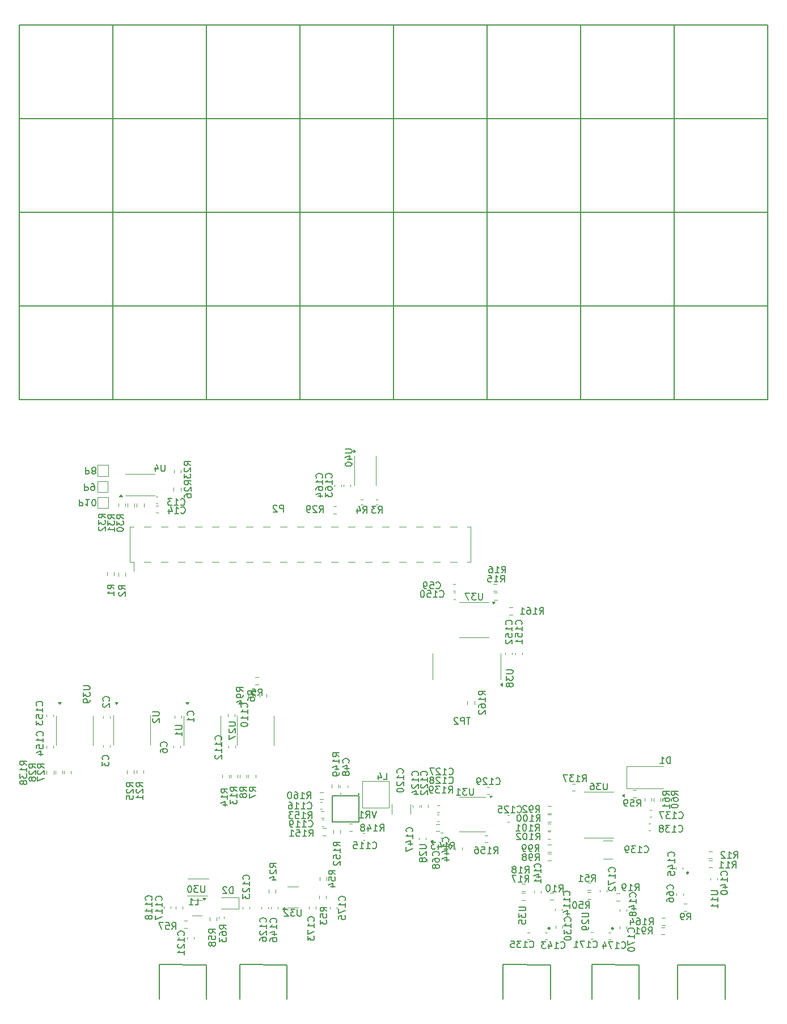
<source format=gbr>
%TF.GenerationSoftware,KiCad,Pcbnew,9.0.1*%
%TF.CreationDate,2025-06-02T14:00:06-06:00*%
%TF.ProjectId,PABA-DP,50414241-2d44-4502-9e6b-696361645f70,rev?*%
%TF.SameCoordinates,Original*%
%TF.FileFunction,Legend,Bot*%
%TF.FilePolarity,Positive*%
%FSLAX46Y46*%
G04 Gerber Fmt 4.6, Leading zero omitted, Abs format (unit mm)*
G04 Created by KiCad (PCBNEW 9.0.1) date 2025-06-02 14:00:06*
%MOMM*%
%LPD*%
G01*
G04 APERTURE LIST*
%ADD10C,0.150000*%
%ADD11C,0.120000*%
%ADD12C,0.100000*%
%ADD13C,0.250000*%
G04 APERTURE END LIST*
D10*
X138926151Y-139527493D02*
X138926151Y-140337016D01*
X138926151Y-140337016D02*
X138878532Y-140432254D01*
X138878532Y-140432254D02*
X138830913Y-140479874D01*
X138830913Y-140479874D02*
X138735675Y-140527493D01*
X138735675Y-140527493D02*
X138545199Y-140527493D01*
X138545199Y-140527493D02*
X138449961Y-140479874D01*
X138449961Y-140479874D02*
X138402342Y-140432254D01*
X138402342Y-140432254D02*
X138354723Y-140337016D01*
X138354723Y-140337016D02*
X138354723Y-139527493D01*
X137973770Y-139527493D02*
X137354723Y-139527493D01*
X137354723Y-139527493D02*
X137688056Y-139908445D01*
X137688056Y-139908445D02*
X137545199Y-139908445D01*
X137545199Y-139908445D02*
X137449961Y-139956064D01*
X137449961Y-139956064D02*
X137402342Y-140003683D01*
X137402342Y-140003683D02*
X137354723Y-140098921D01*
X137354723Y-140098921D02*
X137354723Y-140337016D01*
X137354723Y-140337016D02*
X137402342Y-140432254D01*
X137402342Y-140432254D02*
X137449961Y-140479874D01*
X137449961Y-140479874D02*
X137545199Y-140527493D01*
X137545199Y-140527493D02*
X137830913Y-140527493D01*
X137830913Y-140527493D02*
X137926151Y-140479874D01*
X137926151Y-140479874D02*
X137973770Y-140432254D01*
X136497580Y-139527493D02*
X136688056Y-139527493D01*
X136688056Y-139527493D02*
X136783294Y-139575112D01*
X136783294Y-139575112D02*
X136830913Y-139622731D01*
X136830913Y-139622731D02*
X136926151Y-139765588D01*
X136926151Y-139765588D02*
X136973770Y-139956064D01*
X136973770Y-139956064D02*
X136973770Y-140337016D01*
X136973770Y-140337016D02*
X136926151Y-140432254D01*
X136926151Y-140432254D02*
X136878532Y-140479874D01*
X136878532Y-140479874D02*
X136783294Y-140527493D01*
X136783294Y-140527493D02*
X136592818Y-140527493D01*
X136592818Y-140527493D02*
X136497580Y-140479874D01*
X136497580Y-140479874D02*
X136449961Y-140432254D01*
X136449961Y-140432254D02*
X136402342Y-140337016D01*
X136402342Y-140337016D02*
X136402342Y-140098921D01*
X136402342Y-140098921D02*
X136449961Y-140003683D01*
X136449961Y-140003683D02*
X136497580Y-139956064D01*
X136497580Y-139956064D02*
X136592818Y-139908445D01*
X136592818Y-139908445D02*
X136783294Y-139908445D01*
X136783294Y-139908445D02*
X136878532Y-139956064D01*
X136878532Y-139956064D02*
X136926151Y-140003683D01*
X136926151Y-140003683D02*
X136973770Y-140098921D01*
X105506029Y-139008187D02*
X105982219Y-139008187D01*
X105982219Y-139008187D02*
X105982219Y-138008187D01*
X104744124Y-138341520D02*
X104744124Y-139008187D01*
X104982219Y-137960568D02*
X105220314Y-138674853D01*
X105220314Y-138674853D02*
X104601267Y-138674853D01*
X104459957Y-143703705D02*
X104126624Y-144703705D01*
X104126624Y-144703705D02*
X103793291Y-143703705D01*
X102888529Y-144703705D02*
X103221862Y-144227514D01*
X103459957Y-144703705D02*
X103459957Y-143703705D01*
X103459957Y-143703705D02*
X103079005Y-143703705D01*
X103079005Y-143703705D02*
X102983767Y-143751324D01*
X102983767Y-143751324D02*
X102936148Y-143798943D01*
X102936148Y-143798943D02*
X102888529Y-143894181D01*
X102888529Y-143894181D02*
X102888529Y-144037038D01*
X102888529Y-144037038D02*
X102936148Y-144132276D01*
X102936148Y-144132276D02*
X102983767Y-144179895D01*
X102983767Y-144179895D02*
X103079005Y-144227514D01*
X103079005Y-144227514D02*
X103459957Y-144227514D01*
X101936148Y-144703705D02*
X102507576Y-144703705D01*
X102221862Y-144703705D02*
X102221862Y-143703705D01*
X102221862Y-143703705D02*
X102317100Y-143846562D01*
X102317100Y-143846562D02*
X102412338Y-143941800D01*
X102412338Y-143941800D02*
X102507576Y-143989419D01*
X77369083Y-157722088D02*
X77845273Y-157722088D01*
X77845273Y-157722088D02*
X77845273Y-156722088D01*
X76511940Y-157722088D02*
X77083368Y-157722088D01*
X76797654Y-157722088D02*
X76797654Y-156722088D01*
X76797654Y-156722088D02*
X76892892Y-156864945D01*
X76892892Y-156864945D02*
X76988130Y-156960183D01*
X76988130Y-156960183D02*
X77083368Y-157007802D01*
X125751547Y-157996856D02*
X126561070Y-157996856D01*
X126561070Y-157996856D02*
X126656308Y-158044475D01*
X126656308Y-158044475D02*
X126703928Y-158092094D01*
X126703928Y-158092094D02*
X126751547Y-158187332D01*
X126751547Y-158187332D02*
X126751547Y-158377808D01*
X126751547Y-158377808D02*
X126703928Y-158473046D01*
X126703928Y-158473046D02*
X126656308Y-158520665D01*
X126656308Y-158520665D02*
X126561070Y-158568284D01*
X126561070Y-158568284D02*
X125751547Y-158568284D01*
X125751547Y-158949237D02*
X125751547Y-159568284D01*
X125751547Y-159568284D02*
X126132499Y-159234951D01*
X126132499Y-159234951D02*
X126132499Y-159377808D01*
X126132499Y-159377808D02*
X126180118Y-159473046D01*
X126180118Y-159473046D02*
X126227737Y-159520665D01*
X126227737Y-159520665D02*
X126322975Y-159568284D01*
X126322975Y-159568284D02*
X126561070Y-159568284D01*
X126561070Y-159568284D02*
X126656308Y-159520665D01*
X126656308Y-159520665D02*
X126703928Y-159473046D01*
X126703928Y-159473046D02*
X126751547Y-159377808D01*
X126751547Y-159377808D02*
X126751547Y-159092094D01*
X126751547Y-159092094D02*
X126703928Y-158996856D01*
X126703928Y-158996856D02*
X126656308Y-158949237D01*
X125751547Y-160473046D02*
X125751547Y-159996856D01*
X125751547Y-159996856D02*
X126227737Y-159949237D01*
X126227737Y-159949237D02*
X126180118Y-159996856D01*
X126180118Y-159996856D02*
X126132499Y-160092094D01*
X126132499Y-160092094D02*
X126132499Y-160330189D01*
X126132499Y-160330189D02*
X126180118Y-160425427D01*
X126180118Y-160425427D02*
X126227737Y-160473046D01*
X126227737Y-160473046D02*
X126322975Y-160520665D01*
X126322975Y-160520665D02*
X126561070Y-160520665D01*
X126561070Y-160520665D02*
X126656308Y-160473046D01*
X126656308Y-160473046D02*
X126703928Y-160425427D01*
X126703928Y-160425427D02*
X126751547Y-160330189D01*
X126751547Y-160330189D02*
X126751547Y-160092094D01*
X126751547Y-160092094D02*
X126703928Y-159996856D01*
X126703928Y-159996856D02*
X126656308Y-159949237D01*
X135161610Y-158909358D02*
X135971133Y-158909358D01*
X135971133Y-158909358D02*
X136066371Y-158956977D01*
X136066371Y-158956977D02*
X136113991Y-159004596D01*
X136113991Y-159004596D02*
X136161610Y-159099834D01*
X136161610Y-159099834D02*
X136161610Y-159290310D01*
X136161610Y-159290310D02*
X136113991Y-159385548D01*
X136113991Y-159385548D02*
X136066371Y-159433167D01*
X136066371Y-159433167D02*
X135971133Y-159480786D01*
X135971133Y-159480786D02*
X135161610Y-159480786D01*
X135256848Y-159909358D02*
X135209229Y-159956977D01*
X135209229Y-159956977D02*
X135161610Y-160052215D01*
X135161610Y-160052215D02*
X135161610Y-160290310D01*
X135161610Y-160290310D02*
X135209229Y-160385548D01*
X135209229Y-160385548D02*
X135256848Y-160433167D01*
X135256848Y-160433167D02*
X135352086Y-160480786D01*
X135352086Y-160480786D02*
X135447324Y-160480786D01*
X135447324Y-160480786D02*
X135590181Y-160433167D01*
X135590181Y-160433167D02*
X136161610Y-159861739D01*
X136161610Y-159861739D02*
X136161610Y-160480786D01*
X136161610Y-160956977D02*
X136161610Y-161147453D01*
X136161610Y-161147453D02*
X136113991Y-161242691D01*
X136113991Y-161242691D02*
X136066371Y-161290310D01*
X136066371Y-161290310D02*
X135923514Y-161385548D01*
X135923514Y-161385548D02*
X135733038Y-161433167D01*
X135733038Y-161433167D02*
X135352086Y-161433167D01*
X135352086Y-161433167D02*
X135256848Y-161385548D01*
X135256848Y-161385548D02*
X135209229Y-161337929D01*
X135209229Y-161337929D02*
X135161610Y-161242691D01*
X135161610Y-161242691D02*
X135161610Y-161052215D01*
X135161610Y-161052215D02*
X135209229Y-160956977D01*
X135209229Y-160956977D02*
X135256848Y-160909358D01*
X135256848Y-160909358D02*
X135352086Y-160861739D01*
X135352086Y-160861739D02*
X135590181Y-160861739D01*
X135590181Y-160861739D02*
X135685419Y-160909358D01*
X135685419Y-160909358D02*
X135733038Y-160956977D01*
X135733038Y-160956977D02*
X135780657Y-161052215D01*
X135780657Y-161052215D02*
X135780657Y-161242691D01*
X135780657Y-161242691D02*
X135733038Y-161337929D01*
X135733038Y-161337929D02*
X135685419Y-161385548D01*
X135685419Y-161385548D02*
X135590181Y-161433167D01*
X154426334Y-155605348D02*
X155235857Y-155605348D01*
X155235857Y-155605348D02*
X155331095Y-155652967D01*
X155331095Y-155652967D02*
X155378715Y-155700586D01*
X155378715Y-155700586D02*
X155426334Y-155795824D01*
X155426334Y-155795824D02*
X155426334Y-155986300D01*
X155426334Y-155986300D02*
X155378715Y-156081538D01*
X155378715Y-156081538D02*
X155331095Y-156129157D01*
X155331095Y-156129157D02*
X155235857Y-156176776D01*
X155235857Y-156176776D02*
X154426334Y-156176776D01*
X155426334Y-157176776D02*
X155426334Y-156605348D01*
X155426334Y-156891062D02*
X154426334Y-156891062D01*
X154426334Y-156891062D02*
X154569191Y-156795824D01*
X154569191Y-156795824D02*
X154664429Y-156700586D01*
X154664429Y-156700586D02*
X154712048Y-156605348D01*
X155426334Y-158129157D02*
X155426334Y-157557729D01*
X155426334Y-157843443D02*
X154426334Y-157843443D01*
X154426334Y-157843443D02*
X154569191Y-157748205D01*
X154569191Y-157748205D02*
X154664429Y-157652967D01*
X154664429Y-157652967D02*
X154712048Y-157557729D01*
X110893377Y-148740045D02*
X111702900Y-148740045D01*
X111702900Y-148740045D02*
X111798138Y-148787664D01*
X111798138Y-148787664D02*
X111845758Y-148835283D01*
X111845758Y-148835283D02*
X111893377Y-148930521D01*
X111893377Y-148930521D02*
X111893377Y-149120997D01*
X111893377Y-149120997D02*
X111845758Y-149216235D01*
X111845758Y-149216235D02*
X111798138Y-149263854D01*
X111798138Y-149263854D02*
X111702900Y-149311473D01*
X111702900Y-149311473D02*
X110893377Y-149311473D01*
X110988615Y-149740045D02*
X110940996Y-149787664D01*
X110940996Y-149787664D02*
X110893377Y-149882902D01*
X110893377Y-149882902D02*
X110893377Y-150120997D01*
X110893377Y-150120997D02*
X110940996Y-150216235D01*
X110940996Y-150216235D02*
X110988615Y-150263854D01*
X110988615Y-150263854D02*
X111083853Y-150311473D01*
X111083853Y-150311473D02*
X111179091Y-150311473D01*
X111179091Y-150311473D02*
X111321948Y-150263854D01*
X111321948Y-150263854D02*
X111893377Y-149692426D01*
X111893377Y-149692426D02*
X111893377Y-150311473D01*
X111321948Y-150882902D02*
X111274329Y-150787664D01*
X111274329Y-150787664D02*
X111226710Y-150740045D01*
X111226710Y-150740045D02*
X111131472Y-150692426D01*
X111131472Y-150692426D02*
X111083853Y-150692426D01*
X111083853Y-150692426D02*
X110988615Y-150740045D01*
X110988615Y-150740045D02*
X110940996Y-150787664D01*
X110940996Y-150787664D02*
X110893377Y-150882902D01*
X110893377Y-150882902D02*
X110893377Y-151073378D01*
X110893377Y-151073378D02*
X110940996Y-151168616D01*
X110940996Y-151168616D02*
X110988615Y-151216235D01*
X110988615Y-151216235D02*
X111083853Y-151263854D01*
X111083853Y-151263854D02*
X111131472Y-151263854D01*
X111131472Y-151263854D02*
X111226710Y-151216235D01*
X111226710Y-151216235D02*
X111274329Y-151168616D01*
X111274329Y-151168616D02*
X111321948Y-151073378D01*
X111321948Y-151073378D02*
X111321948Y-150882902D01*
X111321948Y-150882902D02*
X111369567Y-150787664D01*
X111369567Y-150787664D02*
X111417186Y-150740045D01*
X111417186Y-150740045D02*
X111512424Y-150692426D01*
X111512424Y-150692426D02*
X111702900Y-150692426D01*
X111702900Y-150692426D02*
X111798138Y-150740045D01*
X111798138Y-150740045D02*
X111845758Y-150787664D01*
X111845758Y-150787664D02*
X111893377Y-150882902D01*
X111893377Y-150882902D02*
X111893377Y-151073378D01*
X111893377Y-151073378D02*
X111845758Y-151168616D01*
X111845758Y-151168616D02*
X111798138Y-151216235D01*
X111798138Y-151216235D02*
X111702900Y-151263854D01*
X111702900Y-151263854D02*
X111512424Y-151263854D01*
X111512424Y-151263854D02*
X111417186Y-151216235D01*
X111417186Y-151216235D02*
X111369567Y-151168616D01*
X111369567Y-151168616D02*
X111321948Y-151073378D01*
X98321168Y-153143629D02*
X97844977Y-152810296D01*
X98321168Y-152572201D02*
X97321168Y-152572201D01*
X97321168Y-152572201D02*
X97321168Y-152953153D01*
X97321168Y-152953153D02*
X97368787Y-153048391D01*
X97368787Y-153048391D02*
X97416406Y-153096010D01*
X97416406Y-153096010D02*
X97511644Y-153143629D01*
X97511644Y-153143629D02*
X97654501Y-153143629D01*
X97654501Y-153143629D02*
X97749739Y-153096010D01*
X97749739Y-153096010D02*
X97797358Y-153048391D01*
X97797358Y-153048391D02*
X97844977Y-152953153D01*
X97844977Y-152953153D02*
X97844977Y-152572201D01*
X97321168Y-154048391D02*
X97321168Y-153572201D01*
X97321168Y-153572201D02*
X97797358Y-153524582D01*
X97797358Y-153524582D02*
X97749739Y-153572201D01*
X97749739Y-153572201D02*
X97702120Y-153667439D01*
X97702120Y-153667439D02*
X97702120Y-153905534D01*
X97702120Y-153905534D02*
X97749739Y-154000772D01*
X97749739Y-154000772D02*
X97797358Y-154048391D01*
X97797358Y-154048391D02*
X97892596Y-154096010D01*
X97892596Y-154096010D02*
X98130691Y-154096010D01*
X98130691Y-154096010D02*
X98225929Y-154048391D01*
X98225929Y-154048391D02*
X98273549Y-154000772D01*
X98273549Y-154000772D02*
X98321168Y-153905534D01*
X98321168Y-153905534D02*
X98321168Y-153667439D01*
X98321168Y-153667439D02*
X98273549Y-153572201D01*
X98273549Y-153572201D02*
X98225929Y-153524582D01*
X97654501Y-154953153D02*
X98321168Y-154953153D01*
X97273549Y-154715058D02*
X97987834Y-154476963D01*
X97987834Y-154476963D02*
X97987834Y-155096010D01*
X61017652Y-92422662D02*
X61017652Y-93422662D01*
X61017652Y-93422662D02*
X61398604Y-93422662D01*
X61398604Y-93422662D02*
X61493842Y-93375043D01*
X61493842Y-93375043D02*
X61541461Y-93327424D01*
X61541461Y-93327424D02*
X61589080Y-93232186D01*
X61589080Y-93232186D02*
X61589080Y-93089329D01*
X61589080Y-93089329D02*
X61541461Y-92994091D01*
X61541461Y-92994091D02*
X61493842Y-92946472D01*
X61493842Y-92946472D02*
X61398604Y-92898853D01*
X61398604Y-92898853D02*
X61017652Y-92898853D01*
X62160509Y-92994091D02*
X62065271Y-93041710D01*
X62065271Y-93041710D02*
X62017652Y-93089329D01*
X62017652Y-93089329D02*
X61970033Y-93184567D01*
X61970033Y-93184567D02*
X61970033Y-93232186D01*
X61970033Y-93232186D02*
X62017652Y-93327424D01*
X62017652Y-93327424D02*
X62065271Y-93375043D01*
X62065271Y-93375043D02*
X62160509Y-93422662D01*
X62160509Y-93422662D02*
X62350985Y-93422662D01*
X62350985Y-93422662D02*
X62446223Y-93375043D01*
X62446223Y-93375043D02*
X62493842Y-93327424D01*
X62493842Y-93327424D02*
X62541461Y-93232186D01*
X62541461Y-93232186D02*
X62541461Y-93184567D01*
X62541461Y-93184567D02*
X62493842Y-93089329D01*
X62493842Y-93089329D02*
X62446223Y-93041710D01*
X62446223Y-93041710D02*
X62350985Y-92994091D01*
X62350985Y-92994091D02*
X62160509Y-92994091D01*
X62160509Y-92994091D02*
X62065271Y-92946472D01*
X62065271Y-92946472D02*
X62017652Y-92898853D01*
X62017652Y-92898853D02*
X61970033Y-92803615D01*
X61970033Y-92803615D02*
X61970033Y-92613139D01*
X61970033Y-92613139D02*
X62017652Y-92517901D01*
X62017652Y-92517901D02*
X62065271Y-92470282D01*
X62065271Y-92470282D02*
X62160509Y-92422662D01*
X62160509Y-92422662D02*
X62350985Y-92422662D01*
X62350985Y-92422662D02*
X62446223Y-92470282D01*
X62446223Y-92470282D02*
X62493842Y-92517901D01*
X62493842Y-92517901D02*
X62541461Y-92613139D01*
X62541461Y-92613139D02*
X62541461Y-92803615D01*
X62541461Y-92803615D02*
X62493842Y-92898853D01*
X62493842Y-92898853D02*
X62446223Y-92946472D01*
X62446223Y-92946472D02*
X62350985Y-92994091D01*
X135680958Y-158205386D02*
X136014291Y-157729195D01*
X136252386Y-158205386D02*
X136252386Y-157205386D01*
X136252386Y-157205386D02*
X135871434Y-157205386D01*
X135871434Y-157205386D02*
X135776196Y-157253005D01*
X135776196Y-157253005D02*
X135728577Y-157300624D01*
X135728577Y-157300624D02*
X135680958Y-157395862D01*
X135680958Y-157395862D02*
X135680958Y-157538719D01*
X135680958Y-157538719D02*
X135728577Y-157633957D01*
X135728577Y-157633957D02*
X135776196Y-157681576D01*
X135776196Y-157681576D02*
X135871434Y-157729195D01*
X135871434Y-157729195D02*
X136252386Y-157729195D01*
X134776196Y-157205386D02*
X135252386Y-157205386D01*
X135252386Y-157205386D02*
X135300005Y-157681576D01*
X135300005Y-157681576D02*
X135252386Y-157633957D01*
X135252386Y-157633957D02*
X135157148Y-157586338D01*
X135157148Y-157586338D02*
X134919053Y-157586338D01*
X134919053Y-157586338D02*
X134823815Y-157633957D01*
X134823815Y-157633957D02*
X134776196Y-157681576D01*
X134776196Y-157681576D02*
X134728577Y-157776814D01*
X134728577Y-157776814D02*
X134728577Y-158014909D01*
X134728577Y-158014909D02*
X134776196Y-158110147D01*
X134776196Y-158110147D02*
X134823815Y-158157767D01*
X134823815Y-158157767D02*
X134919053Y-158205386D01*
X134919053Y-158205386D02*
X135157148Y-158205386D01*
X135157148Y-158205386D02*
X135252386Y-158157767D01*
X135252386Y-158157767D02*
X135300005Y-158110147D01*
X134109529Y-157205386D02*
X134014291Y-157205386D01*
X134014291Y-157205386D02*
X133919053Y-157253005D01*
X133919053Y-157253005D02*
X133871434Y-157300624D01*
X133871434Y-157300624D02*
X133823815Y-157395862D01*
X133823815Y-157395862D02*
X133776196Y-157586338D01*
X133776196Y-157586338D02*
X133776196Y-157824433D01*
X133776196Y-157824433D02*
X133823815Y-158014909D01*
X133823815Y-158014909D02*
X133871434Y-158110147D01*
X133871434Y-158110147D02*
X133919053Y-158157767D01*
X133919053Y-158157767D02*
X134014291Y-158205386D01*
X134014291Y-158205386D02*
X134109529Y-158205386D01*
X134109529Y-158205386D02*
X134204767Y-158157767D01*
X134204767Y-158157767D02*
X134252386Y-158110147D01*
X134252386Y-158110147D02*
X134300005Y-158014909D01*
X134300005Y-158014909D02*
X134347624Y-157824433D01*
X134347624Y-157824433D02*
X134347624Y-157586338D01*
X134347624Y-157586338D02*
X134300005Y-157395862D01*
X134300005Y-157395862D02*
X134252386Y-157300624D01*
X134252386Y-157300624D02*
X134204767Y-157253005D01*
X134204767Y-157253005D02*
X134109529Y-157205386D01*
X128913061Y-152077094D02*
X128960681Y-152038998D01*
X128960681Y-152038998D02*
X129008300Y-151924713D01*
X129008300Y-151924713D02*
X129008300Y-151848522D01*
X129008300Y-151848522D02*
X128960681Y-151734236D01*
X128960681Y-151734236D02*
X128865442Y-151658046D01*
X128865442Y-151658046D02*
X128770204Y-151619951D01*
X128770204Y-151619951D02*
X128579728Y-151581855D01*
X128579728Y-151581855D02*
X128436871Y-151581855D01*
X128436871Y-151581855D02*
X128246395Y-151619951D01*
X128246395Y-151619951D02*
X128151157Y-151658046D01*
X128151157Y-151658046D02*
X128055919Y-151734236D01*
X128055919Y-151734236D02*
X128008300Y-151848522D01*
X128008300Y-151848522D02*
X128008300Y-151924713D01*
X128008300Y-151924713D02*
X128055919Y-152038998D01*
X128055919Y-152038998D02*
X128103538Y-152077094D01*
X129008300Y-152838998D02*
X129008300Y-152381855D01*
X129008300Y-152610427D02*
X128008300Y-152610427D01*
X128008300Y-152610427D02*
X128151157Y-152534236D01*
X128151157Y-152534236D02*
X128246395Y-152458046D01*
X128246395Y-152458046D02*
X128294014Y-152381855D01*
X128341633Y-153524713D02*
X129008300Y-153524713D01*
X127960681Y-153334237D02*
X128674966Y-153143760D01*
X128674966Y-153143760D02*
X128674966Y-153638999D01*
X129008300Y-154362808D02*
X129008300Y-153905665D01*
X129008300Y-154134237D02*
X128008300Y-154134237D01*
X128008300Y-154134237D02*
X128151157Y-154058046D01*
X128151157Y-154058046D02*
X128246395Y-153981856D01*
X128246395Y-153981856D02*
X128294014Y-153905665D01*
X82057481Y-161292250D02*
X81581290Y-160958917D01*
X82057481Y-160720822D02*
X81057481Y-160720822D01*
X81057481Y-160720822D02*
X81057481Y-161101774D01*
X81057481Y-161101774D02*
X81105100Y-161197012D01*
X81105100Y-161197012D02*
X81152719Y-161244631D01*
X81152719Y-161244631D02*
X81247957Y-161292250D01*
X81247957Y-161292250D02*
X81390814Y-161292250D01*
X81390814Y-161292250D02*
X81486052Y-161244631D01*
X81486052Y-161244631D02*
X81533671Y-161197012D01*
X81533671Y-161197012D02*
X81581290Y-161101774D01*
X81581290Y-161101774D02*
X81581290Y-160720822D01*
X81057481Y-162149393D02*
X81057481Y-161958917D01*
X81057481Y-161958917D02*
X81105100Y-161863679D01*
X81105100Y-161863679D02*
X81152719Y-161816060D01*
X81152719Y-161816060D02*
X81295576Y-161720822D01*
X81295576Y-161720822D02*
X81486052Y-161673203D01*
X81486052Y-161673203D02*
X81867004Y-161673203D01*
X81867004Y-161673203D02*
X81962242Y-161720822D01*
X81962242Y-161720822D02*
X82009862Y-161768441D01*
X82009862Y-161768441D02*
X82057481Y-161863679D01*
X82057481Y-161863679D02*
X82057481Y-162054155D01*
X82057481Y-162054155D02*
X82009862Y-162149393D01*
X82009862Y-162149393D02*
X81962242Y-162197012D01*
X81962242Y-162197012D02*
X81867004Y-162244631D01*
X81867004Y-162244631D02*
X81628909Y-162244631D01*
X81628909Y-162244631D02*
X81533671Y-162197012D01*
X81533671Y-162197012D02*
X81486052Y-162149393D01*
X81486052Y-162149393D02*
X81438433Y-162054155D01*
X81438433Y-162054155D02*
X81438433Y-161863679D01*
X81438433Y-161863679D02*
X81486052Y-161768441D01*
X81486052Y-161768441D02*
X81533671Y-161720822D01*
X81533671Y-161720822D02*
X81628909Y-161673203D01*
X81057481Y-162577965D02*
X81057481Y-163197012D01*
X81057481Y-163197012D02*
X81438433Y-162863679D01*
X81438433Y-162863679D02*
X81438433Y-163006536D01*
X81438433Y-163006536D02*
X81486052Y-163101774D01*
X81486052Y-163101774D02*
X81533671Y-163149393D01*
X81533671Y-163149393D02*
X81628909Y-163197012D01*
X81628909Y-163197012D02*
X81867004Y-163197012D01*
X81867004Y-163197012D02*
X81962242Y-163149393D01*
X81962242Y-163149393D02*
X82009862Y-163101774D01*
X82009862Y-163101774D02*
X82057481Y-163006536D01*
X82057481Y-163006536D02*
X82057481Y-162720822D01*
X82057481Y-162720822D02*
X82009862Y-162625584D01*
X82009862Y-162625584D02*
X81962242Y-162577965D01*
X145051581Y-162009568D02*
X145384914Y-161533377D01*
X145623009Y-162009568D02*
X145623009Y-161009568D01*
X145623009Y-161009568D02*
X145242057Y-161009568D01*
X145242057Y-161009568D02*
X145146819Y-161057187D01*
X145146819Y-161057187D02*
X145099200Y-161104806D01*
X145099200Y-161104806D02*
X145051581Y-161200044D01*
X145051581Y-161200044D02*
X145051581Y-161342901D01*
X145051581Y-161342901D02*
X145099200Y-161438139D01*
X145099200Y-161438139D02*
X145146819Y-161485758D01*
X145146819Y-161485758D02*
X145242057Y-161533377D01*
X145242057Y-161533377D02*
X145623009Y-161533377D01*
X144575390Y-162009568D02*
X144384914Y-162009568D01*
X144384914Y-162009568D02*
X144289676Y-161961949D01*
X144289676Y-161961949D02*
X144242057Y-161914329D01*
X144242057Y-161914329D02*
X144146819Y-161771472D01*
X144146819Y-161771472D02*
X144099200Y-161580996D01*
X144099200Y-161580996D02*
X144099200Y-161200044D01*
X144099200Y-161200044D02*
X144146819Y-161104806D01*
X144146819Y-161104806D02*
X144194438Y-161057187D01*
X144194438Y-161057187D02*
X144289676Y-161009568D01*
X144289676Y-161009568D02*
X144480152Y-161009568D01*
X144480152Y-161009568D02*
X144575390Y-161057187D01*
X144575390Y-161057187D02*
X144623009Y-161104806D01*
X144623009Y-161104806D02*
X144670628Y-161200044D01*
X144670628Y-161200044D02*
X144670628Y-161438139D01*
X144670628Y-161438139D02*
X144623009Y-161533377D01*
X144623009Y-161533377D02*
X144575390Y-161580996D01*
X144575390Y-161580996D02*
X144480152Y-161628615D01*
X144480152Y-161628615D02*
X144289676Y-161628615D01*
X144289676Y-161628615D02*
X144194438Y-161580996D01*
X144194438Y-161580996D02*
X144146819Y-161533377D01*
X144146819Y-161533377D02*
X144099200Y-161438139D01*
X143146819Y-162009568D02*
X143718247Y-162009568D01*
X143432533Y-162009568D02*
X143432533Y-161009568D01*
X143432533Y-161009568D02*
X143527771Y-161152425D01*
X143527771Y-161152425D02*
X143623009Y-161247663D01*
X143623009Y-161247663D02*
X143718247Y-161295282D01*
X113379938Y-110446118D02*
X113427557Y-110493738D01*
X113427557Y-110493738D02*
X113570414Y-110541357D01*
X113570414Y-110541357D02*
X113665652Y-110541357D01*
X113665652Y-110541357D02*
X113808509Y-110493738D01*
X113808509Y-110493738D02*
X113903747Y-110398499D01*
X113903747Y-110398499D02*
X113951366Y-110303261D01*
X113951366Y-110303261D02*
X113998985Y-110112785D01*
X113998985Y-110112785D02*
X113998985Y-109969928D01*
X113998985Y-109969928D02*
X113951366Y-109779452D01*
X113951366Y-109779452D02*
X113903747Y-109684214D01*
X113903747Y-109684214D02*
X113808509Y-109588976D01*
X113808509Y-109588976D02*
X113665652Y-109541357D01*
X113665652Y-109541357D02*
X113570414Y-109541357D01*
X113570414Y-109541357D02*
X113427557Y-109588976D01*
X113427557Y-109588976D02*
X113379938Y-109636595D01*
X112475176Y-109541357D02*
X112951366Y-109541357D01*
X112951366Y-109541357D02*
X112998985Y-110017547D01*
X112998985Y-110017547D02*
X112951366Y-109969928D01*
X112951366Y-109969928D02*
X112856128Y-109922309D01*
X112856128Y-109922309D02*
X112618033Y-109922309D01*
X112618033Y-109922309D02*
X112522795Y-109969928D01*
X112522795Y-109969928D02*
X112475176Y-110017547D01*
X112475176Y-110017547D02*
X112427557Y-110112785D01*
X112427557Y-110112785D02*
X112427557Y-110350880D01*
X112427557Y-110350880D02*
X112475176Y-110446118D01*
X112475176Y-110446118D02*
X112522795Y-110493738D01*
X112522795Y-110493738D02*
X112618033Y-110541357D01*
X112618033Y-110541357D02*
X112856128Y-110541357D01*
X112856128Y-110541357D02*
X112951366Y-110493738D01*
X112951366Y-110493738D02*
X112998985Y-110446118D01*
X111951366Y-110541357D02*
X111760890Y-110541357D01*
X111760890Y-110541357D02*
X111665652Y-110493738D01*
X111665652Y-110493738D02*
X111618033Y-110446118D01*
X111618033Y-110446118D02*
X111522795Y-110303261D01*
X111522795Y-110303261D02*
X111475176Y-110112785D01*
X111475176Y-110112785D02*
X111475176Y-109731833D01*
X111475176Y-109731833D02*
X111522795Y-109636595D01*
X111522795Y-109636595D02*
X111570414Y-109588976D01*
X111570414Y-109588976D02*
X111665652Y-109541357D01*
X111665652Y-109541357D02*
X111856128Y-109541357D01*
X111856128Y-109541357D02*
X111951366Y-109588976D01*
X111951366Y-109588976D02*
X111998985Y-109636595D01*
X111998985Y-109636595D02*
X112046604Y-109731833D01*
X112046604Y-109731833D02*
X112046604Y-109969928D01*
X112046604Y-109969928D02*
X111998985Y-110065166D01*
X111998985Y-110065166D02*
X111951366Y-110112785D01*
X111951366Y-110112785D02*
X111856128Y-110160404D01*
X111856128Y-110160404D02*
X111665652Y-110160404D01*
X111665652Y-110160404D02*
X111570414Y-110112785D01*
X111570414Y-110112785D02*
X111522795Y-110065166D01*
X111522795Y-110065166D02*
X111475176Y-109969928D01*
X69594839Y-140047002D02*
X69118648Y-139713669D01*
X69594839Y-139475574D02*
X68594839Y-139475574D01*
X68594839Y-139475574D02*
X68594839Y-139856526D01*
X68594839Y-139856526D02*
X68642458Y-139951764D01*
X68642458Y-139951764D02*
X68690077Y-139999383D01*
X68690077Y-139999383D02*
X68785315Y-140047002D01*
X68785315Y-140047002D02*
X68928172Y-140047002D01*
X68928172Y-140047002D02*
X69023410Y-139999383D01*
X69023410Y-139999383D02*
X69071029Y-139951764D01*
X69071029Y-139951764D02*
X69118648Y-139856526D01*
X69118648Y-139856526D02*
X69118648Y-139475574D01*
X68690077Y-140427955D02*
X68642458Y-140475574D01*
X68642458Y-140475574D02*
X68594839Y-140570812D01*
X68594839Y-140570812D02*
X68594839Y-140808907D01*
X68594839Y-140808907D02*
X68642458Y-140904145D01*
X68642458Y-140904145D02*
X68690077Y-140951764D01*
X68690077Y-140951764D02*
X68785315Y-140999383D01*
X68785315Y-140999383D02*
X68880553Y-140999383D01*
X68880553Y-140999383D02*
X69023410Y-140951764D01*
X69023410Y-140951764D02*
X69594839Y-140380336D01*
X69594839Y-140380336D02*
X69594839Y-140999383D01*
X69594839Y-141951764D02*
X69594839Y-141380336D01*
X69594839Y-141666050D02*
X68594839Y-141666050D01*
X68594839Y-141666050D02*
X68737696Y-141570812D01*
X68737696Y-141570812D02*
X68832934Y-141475574D01*
X68832934Y-141475574D02*
X68880553Y-141380336D01*
X99044536Y-148916785D02*
X98568345Y-148583452D01*
X99044536Y-148345357D02*
X98044536Y-148345357D01*
X98044536Y-148345357D02*
X98044536Y-148726309D01*
X98044536Y-148726309D02*
X98092155Y-148821547D01*
X98092155Y-148821547D02*
X98139774Y-148869166D01*
X98139774Y-148869166D02*
X98235012Y-148916785D01*
X98235012Y-148916785D02*
X98377869Y-148916785D01*
X98377869Y-148916785D02*
X98473107Y-148869166D01*
X98473107Y-148869166D02*
X98520726Y-148821547D01*
X98520726Y-148821547D02*
X98568345Y-148726309D01*
X98568345Y-148726309D02*
X98568345Y-148345357D01*
X99044536Y-149869166D02*
X99044536Y-149297738D01*
X99044536Y-149583452D02*
X98044536Y-149583452D01*
X98044536Y-149583452D02*
X98187393Y-149488214D01*
X98187393Y-149488214D02*
X98282631Y-149392976D01*
X98282631Y-149392976D02*
X98330250Y-149297738D01*
X98044536Y-150773928D02*
X98044536Y-150297738D01*
X98044536Y-150297738D02*
X98520726Y-150250119D01*
X98520726Y-150250119D02*
X98473107Y-150297738D01*
X98473107Y-150297738D02*
X98425488Y-150392976D01*
X98425488Y-150392976D02*
X98425488Y-150631071D01*
X98425488Y-150631071D02*
X98473107Y-150726309D01*
X98473107Y-150726309D02*
X98520726Y-150773928D01*
X98520726Y-150773928D02*
X98615964Y-150821547D01*
X98615964Y-150821547D02*
X98854059Y-150821547D01*
X98854059Y-150821547D02*
X98949297Y-150773928D01*
X98949297Y-150773928D02*
X98996917Y-150726309D01*
X98996917Y-150726309D02*
X99044536Y-150631071D01*
X99044536Y-150631071D02*
X99044536Y-150392976D01*
X99044536Y-150392976D02*
X98996917Y-150297738D01*
X98996917Y-150297738D02*
X98949297Y-150250119D01*
X98139774Y-151202500D02*
X98092155Y-151250119D01*
X98092155Y-151250119D02*
X98044536Y-151345357D01*
X98044536Y-151345357D02*
X98044536Y-151583452D01*
X98044536Y-151583452D02*
X98092155Y-151678690D01*
X98092155Y-151678690D02*
X98139774Y-151726309D01*
X98139774Y-151726309D02*
X98235012Y-151773928D01*
X98235012Y-151773928D02*
X98330250Y-151773928D01*
X98330250Y-151773928D02*
X98473107Y-151726309D01*
X98473107Y-151726309D02*
X99044536Y-151154881D01*
X99044536Y-151154881D02*
X99044536Y-151773928D01*
X104979404Y-146682884D02*
X105312737Y-146206693D01*
X105550832Y-146682884D02*
X105550832Y-145682884D01*
X105550832Y-145682884D02*
X105169880Y-145682884D01*
X105169880Y-145682884D02*
X105074642Y-145730503D01*
X105074642Y-145730503D02*
X105027023Y-145778122D01*
X105027023Y-145778122D02*
X104979404Y-145873360D01*
X104979404Y-145873360D02*
X104979404Y-146016217D01*
X104979404Y-146016217D02*
X105027023Y-146111455D01*
X105027023Y-146111455D02*
X105074642Y-146159074D01*
X105074642Y-146159074D02*
X105169880Y-146206693D01*
X105169880Y-146206693D02*
X105550832Y-146206693D01*
X104027023Y-146682884D02*
X104598451Y-146682884D01*
X104312737Y-146682884D02*
X104312737Y-145682884D01*
X104312737Y-145682884D02*
X104407975Y-145825741D01*
X104407975Y-145825741D02*
X104503213Y-145920979D01*
X104503213Y-145920979D02*
X104598451Y-145968598D01*
X103169880Y-146016217D02*
X103169880Y-146682884D01*
X103407975Y-145635265D02*
X103646070Y-146349550D01*
X103646070Y-146349550D02*
X103027023Y-146349550D01*
X102503213Y-146111455D02*
X102598451Y-146063836D01*
X102598451Y-146063836D02*
X102646070Y-146016217D01*
X102646070Y-146016217D02*
X102693689Y-145920979D01*
X102693689Y-145920979D02*
X102693689Y-145873360D01*
X102693689Y-145873360D02*
X102646070Y-145778122D01*
X102646070Y-145778122D02*
X102598451Y-145730503D01*
X102598451Y-145730503D02*
X102503213Y-145682884D01*
X102503213Y-145682884D02*
X102312737Y-145682884D01*
X102312737Y-145682884D02*
X102217499Y-145730503D01*
X102217499Y-145730503D02*
X102169880Y-145778122D01*
X102169880Y-145778122D02*
X102122261Y-145873360D01*
X102122261Y-145873360D02*
X102122261Y-145920979D01*
X102122261Y-145920979D02*
X102169880Y-146016217D01*
X102169880Y-146016217D02*
X102217499Y-146063836D01*
X102217499Y-146063836D02*
X102312737Y-146111455D01*
X102312737Y-146111455D02*
X102503213Y-146111455D01*
X102503213Y-146111455D02*
X102598451Y-146159074D01*
X102598451Y-146159074D02*
X102646070Y-146206693D01*
X102646070Y-146206693D02*
X102693689Y-146301931D01*
X102693689Y-146301931D02*
X102693689Y-146492407D01*
X102693689Y-146492407D02*
X102646070Y-146587645D01*
X102646070Y-146587645D02*
X102598451Y-146635265D01*
X102598451Y-146635265D02*
X102503213Y-146682884D01*
X102503213Y-146682884D02*
X102312737Y-146682884D01*
X102312737Y-146682884D02*
X102217499Y-146635265D01*
X102217499Y-146635265D02*
X102169880Y-146587645D01*
X102169880Y-146587645D02*
X102122261Y-146492407D01*
X102122261Y-146492407D02*
X102122261Y-146301931D01*
X102122261Y-146301931D02*
X102169880Y-146206693D01*
X102169880Y-146206693D02*
X102217499Y-146159074D01*
X102217499Y-146159074D02*
X102312737Y-146111455D01*
X66680450Y-100077240D02*
X66204259Y-99743907D01*
X66680450Y-99505812D02*
X65680450Y-99505812D01*
X65680450Y-99505812D02*
X65680450Y-99886764D01*
X65680450Y-99886764D02*
X65728069Y-99982002D01*
X65728069Y-99982002D02*
X65775688Y-100029621D01*
X65775688Y-100029621D02*
X65870926Y-100077240D01*
X65870926Y-100077240D02*
X66013783Y-100077240D01*
X66013783Y-100077240D02*
X66109021Y-100029621D01*
X66109021Y-100029621D02*
X66156640Y-99982002D01*
X66156640Y-99982002D02*
X66204259Y-99886764D01*
X66204259Y-99886764D02*
X66204259Y-99505812D01*
X65680450Y-100410574D02*
X65680450Y-101029621D01*
X65680450Y-101029621D02*
X66061402Y-100696288D01*
X66061402Y-100696288D02*
X66061402Y-100839145D01*
X66061402Y-100839145D02*
X66109021Y-100934383D01*
X66109021Y-100934383D02*
X66156640Y-100982002D01*
X66156640Y-100982002D02*
X66251878Y-101029621D01*
X66251878Y-101029621D02*
X66489973Y-101029621D01*
X66489973Y-101029621D02*
X66585211Y-100982002D01*
X66585211Y-100982002D02*
X66632831Y-100934383D01*
X66632831Y-100934383D02*
X66680450Y-100839145D01*
X66680450Y-100839145D02*
X66680450Y-100553431D01*
X66680450Y-100553431D02*
X66632831Y-100458193D01*
X66632831Y-100458193D02*
X66585211Y-100410574D01*
X65680450Y-101648669D02*
X65680450Y-101743907D01*
X65680450Y-101743907D02*
X65728069Y-101839145D01*
X65728069Y-101839145D02*
X65775688Y-101886764D01*
X65775688Y-101886764D02*
X65870926Y-101934383D01*
X65870926Y-101934383D02*
X66061402Y-101982002D01*
X66061402Y-101982002D02*
X66299497Y-101982002D01*
X66299497Y-101982002D02*
X66489973Y-101934383D01*
X66489973Y-101934383D02*
X66585211Y-101886764D01*
X66585211Y-101886764D02*
X66632831Y-101839145D01*
X66632831Y-101839145D02*
X66680450Y-101743907D01*
X66680450Y-101743907D02*
X66680450Y-101648669D01*
X66680450Y-101648669D02*
X66632831Y-101553431D01*
X66632831Y-101553431D02*
X66585211Y-101505812D01*
X66585211Y-101505812D02*
X66489973Y-101458193D01*
X66489973Y-101458193D02*
X66299497Y-101410574D01*
X66299497Y-101410574D02*
X66061402Y-101410574D01*
X66061402Y-101410574D02*
X65870926Y-101458193D01*
X65870926Y-101458193D02*
X65775688Y-101505812D01*
X65775688Y-101505812D02*
X65728069Y-101553431D01*
X65728069Y-101553431D02*
X65680450Y-101648669D01*
X64508627Y-127249787D02*
X64556247Y-127202168D01*
X64556247Y-127202168D02*
X64603866Y-127059311D01*
X64603866Y-127059311D02*
X64603866Y-126964073D01*
X64603866Y-126964073D02*
X64556247Y-126821216D01*
X64556247Y-126821216D02*
X64461008Y-126725978D01*
X64461008Y-126725978D02*
X64365770Y-126678359D01*
X64365770Y-126678359D02*
X64175294Y-126630740D01*
X64175294Y-126630740D02*
X64032437Y-126630740D01*
X64032437Y-126630740D02*
X63841961Y-126678359D01*
X63841961Y-126678359D02*
X63746723Y-126725978D01*
X63746723Y-126725978D02*
X63651485Y-126821216D01*
X63651485Y-126821216D02*
X63603866Y-126964073D01*
X63603866Y-126964073D02*
X63603866Y-127059311D01*
X63603866Y-127059311D02*
X63651485Y-127202168D01*
X63651485Y-127202168D02*
X63699104Y-127249787D01*
X63699104Y-127630740D02*
X63651485Y-127678359D01*
X63651485Y-127678359D02*
X63603866Y-127773597D01*
X63603866Y-127773597D02*
X63603866Y-128011692D01*
X63603866Y-128011692D02*
X63651485Y-128106930D01*
X63651485Y-128106930D02*
X63699104Y-128154549D01*
X63699104Y-128154549D02*
X63794342Y-128202168D01*
X63794342Y-128202168D02*
X63889580Y-128202168D01*
X63889580Y-128202168D02*
X64032437Y-128154549D01*
X64032437Y-128154549D02*
X64603866Y-127583121D01*
X64603866Y-127583121D02*
X64603866Y-128202168D01*
X54548194Y-127970027D02*
X54595814Y-127922408D01*
X54595814Y-127922408D02*
X54643433Y-127779551D01*
X54643433Y-127779551D02*
X54643433Y-127684313D01*
X54643433Y-127684313D02*
X54595814Y-127541456D01*
X54595814Y-127541456D02*
X54500575Y-127446218D01*
X54500575Y-127446218D02*
X54405337Y-127398599D01*
X54405337Y-127398599D02*
X54214861Y-127350980D01*
X54214861Y-127350980D02*
X54072004Y-127350980D01*
X54072004Y-127350980D02*
X53881528Y-127398599D01*
X53881528Y-127398599D02*
X53786290Y-127446218D01*
X53786290Y-127446218D02*
X53691052Y-127541456D01*
X53691052Y-127541456D02*
X53643433Y-127684313D01*
X53643433Y-127684313D02*
X53643433Y-127779551D01*
X53643433Y-127779551D02*
X53691052Y-127922408D01*
X53691052Y-127922408D02*
X53738671Y-127970027D01*
X54643433Y-128922408D02*
X54643433Y-128350980D01*
X54643433Y-128636694D02*
X53643433Y-128636694D01*
X53643433Y-128636694D02*
X53786290Y-128541456D01*
X53786290Y-128541456D02*
X53881528Y-128446218D01*
X53881528Y-128446218D02*
X53929147Y-128350980D01*
X53643433Y-129827170D02*
X53643433Y-129350980D01*
X53643433Y-129350980D02*
X54119623Y-129303361D01*
X54119623Y-129303361D02*
X54072004Y-129350980D01*
X54072004Y-129350980D02*
X54024385Y-129446218D01*
X54024385Y-129446218D02*
X54024385Y-129684313D01*
X54024385Y-129684313D02*
X54072004Y-129779551D01*
X54072004Y-129779551D02*
X54119623Y-129827170D01*
X54119623Y-129827170D02*
X54214861Y-129874789D01*
X54214861Y-129874789D02*
X54452956Y-129874789D01*
X54452956Y-129874789D02*
X54548194Y-129827170D01*
X54548194Y-129827170D02*
X54595814Y-129779551D01*
X54595814Y-129779551D02*
X54643433Y-129684313D01*
X54643433Y-129684313D02*
X54643433Y-129446218D01*
X54643433Y-129446218D02*
X54595814Y-129350980D01*
X54595814Y-129350980D02*
X54548194Y-129303361D01*
X53643433Y-130208123D02*
X53643433Y-130827170D01*
X53643433Y-130827170D02*
X54024385Y-130493837D01*
X54024385Y-130493837D02*
X54024385Y-130636694D01*
X54024385Y-130636694D02*
X54072004Y-130731932D01*
X54072004Y-130731932D02*
X54119623Y-130779551D01*
X54119623Y-130779551D02*
X54214861Y-130827170D01*
X54214861Y-130827170D02*
X54452956Y-130827170D01*
X54452956Y-130827170D02*
X54548194Y-130779551D01*
X54548194Y-130779551D02*
X54595814Y-130731932D01*
X54595814Y-130731932D02*
X54643433Y-130636694D01*
X54643433Y-130636694D02*
X54643433Y-130350980D01*
X54643433Y-130350980D02*
X54595814Y-130255742D01*
X54595814Y-130255742D02*
X54548194Y-130208123D01*
X128317221Y-145223598D02*
X128650554Y-144747407D01*
X128888649Y-145223598D02*
X128888649Y-144223598D01*
X128888649Y-144223598D02*
X128507697Y-144223598D01*
X128507697Y-144223598D02*
X128412459Y-144271217D01*
X128412459Y-144271217D02*
X128364840Y-144318836D01*
X128364840Y-144318836D02*
X128317221Y-144414074D01*
X128317221Y-144414074D02*
X128317221Y-144556931D01*
X128317221Y-144556931D02*
X128364840Y-144652169D01*
X128364840Y-144652169D02*
X128412459Y-144699788D01*
X128412459Y-144699788D02*
X128507697Y-144747407D01*
X128507697Y-144747407D02*
X128888649Y-144747407D01*
X127364840Y-145223598D02*
X127936268Y-145223598D01*
X127650554Y-145223598D02*
X127650554Y-144223598D01*
X127650554Y-144223598D02*
X127745792Y-144366455D01*
X127745792Y-144366455D02*
X127841030Y-144461693D01*
X127841030Y-144461693D02*
X127936268Y-144509312D01*
X126745792Y-144223598D02*
X126650554Y-144223598D01*
X126650554Y-144223598D02*
X126555316Y-144271217D01*
X126555316Y-144271217D02*
X126507697Y-144318836D01*
X126507697Y-144318836D02*
X126460078Y-144414074D01*
X126460078Y-144414074D02*
X126412459Y-144604550D01*
X126412459Y-144604550D02*
X126412459Y-144842645D01*
X126412459Y-144842645D02*
X126460078Y-145033121D01*
X126460078Y-145033121D02*
X126507697Y-145128359D01*
X126507697Y-145128359D02*
X126555316Y-145175979D01*
X126555316Y-145175979D02*
X126650554Y-145223598D01*
X126650554Y-145223598D02*
X126745792Y-145223598D01*
X126745792Y-145223598D02*
X126841030Y-145175979D01*
X126841030Y-145175979D02*
X126888649Y-145128359D01*
X126888649Y-145128359D02*
X126936268Y-145033121D01*
X126936268Y-145033121D02*
X126983887Y-144842645D01*
X126983887Y-144842645D02*
X126983887Y-144604550D01*
X126983887Y-144604550D02*
X126936268Y-144414074D01*
X126936268Y-144414074D02*
X126888649Y-144318836D01*
X126888649Y-144318836D02*
X126841030Y-144271217D01*
X126841030Y-144271217D02*
X126745792Y-144223598D01*
X125793411Y-144223598D02*
X125698173Y-144223598D01*
X125698173Y-144223598D02*
X125602935Y-144271217D01*
X125602935Y-144271217D02*
X125555316Y-144318836D01*
X125555316Y-144318836D02*
X125507697Y-144414074D01*
X125507697Y-144414074D02*
X125460078Y-144604550D01*
X125460078Y-144604550D02*
X125460078Y-144842645D01*
X125460078Y-144842645D02*
X125507697Y-145033121D01*
X125507697Y-145033121D02*
X125555316Y-145128359D01*
X125555316Y-145128359D02*
X125602935Y-145175979D01*
X125602935Y-145175979D02*
X125698173Y-145223598D01*
X125698173Y-145223598D02*
X125793411Y-145223598D01*
X125793411Y-145223598D02*
X125888649Y-145175979D01*
X125888649Y-145175979D02*
X125936268Y-145128359D01*
X125936268Y-145128359D02*
X125983887Y-145033121D01*
X125983887Y-145033121D02*
X126031506Y-144842645D01*
X126031506Y-144842645D02*
X126031506Y-144604550D01*
X126031506Y-144604550D02*
X125983887Y-144414074D01*
X125983887Y-144414074D02*
X125936268Y-144318836D01*
X125936268Y-144318836D02*
X125888649Y-144271217D01*
X125888649Y-144271217D02*
X125793411Y-144223598D01*
X131994418Y-164079953D02*
X132042037Y-164127573D01*
X132042037Y-164127573D02*
X132184894Y-164175192D01*
X132184894Y-164175192D02*
X132280132Y-164175192D01*
X132280132Y-164175192D02*
X132422989Y-164127573D01*
X132422989Y-164127573D02*
X132518227Y-164032334D01*
X132518227Y-164032334D02*
X132565846Y-163937096D01*
X132565846Y-163937096D02*
X132613465Y-163746620D01*
X132613465Y-163746620D02*
X132613465Y-163603763D01*
X132613465Y-163603763D02*
X132565846Y-163413287D01*
X132565846Y-163413287D02*
X132518227Y-163318049D01*
X132518227Y-163318049D02*
X132422989Y-163222811D01*
X132422989Y-163222811D02*
X132280132Y-163175192D01*
X132280132Y-163175192D02*
X132184894Y-163175192D01*
X132184894Y-163175192D02*
X132042037Y-163222811D01*
X132042037Y-163222811D02*
X131994418Y-163270430D01*
X131042037Y-164175192D02*
X131613465Y-164175192D01*
X131327751Y-164175192D02*
X131327751Y-163175192D01*
X131327751Y-163175192D02*
X131422989Y-163318049D01*
X131422989Y-163318049D02*
X131518227Y-163413287D01*
X131518227Y-163413287D02*
X131613465Y-163460906D01*
X130184894Y-163508525D02*
X130184894Y-164175192D01*
X130422989Y-163127573D02*
X130661084Y-163841858D01*
X130661084Y-163841858D02*
X130042037Y-163841858D01*
X129756322Y-163175192D02*
X129137275Y-163175192D01*
X129137275Y-163175192D02*
X129470608Y-163556144D01*
X129470608Y-163556144D02*
X129327751Y-163556144D01*
X129327751Y-163556144D02*
X129232513Y-163603763D01*
X129232513Y-163603763D02*
X129184894Y-163651382D01*
X129184894Y-163651382D02*
X129137275Y-163746620D01*
X129137275Y-163746620D02*
X129137275Y-163984715D01*
X129137275Y-163984715D02*
X129184894Y-164079953D01*
X129184894Y-164079953D02*
X129232513Y-164127573D01*
X129232513Y-164127573D02*
X129327751Y-164175192D01*
X129327751Y-164175192D02*
X129613465Y-164175192D01*
X129613465Y-164175192D02*
X129708703Y-164127573D01*
X129708703Y-164127573D02*
X129756322Y-164079953D01*
X86275139Y-126340751D02*
X85798948Y-126007418D01*
X86275139Y-125769323D02*
X85275139Y-125769323D01*
X85275139Y-125769323D02*
X85275139Y-126150275D01*
X85275139Y-126150275D02*
X85322758Y-126245513D01*
X85322758Y-126245513D02*
X85370377Y-126293132D01*
X85370377Y-126293132D02*
X85465615Y-126340751D01*
X85465615Y-126340751D02*
X85608472Y-126340751D01*
X85608472Y-126340751D02*
X85703710Y-126293132D01*
X85703710Y-126293132D02*
X85751329Y-126245513D01*
X85751329Y-126245513D02*
X85798948Y-126150275D01*
X85798948Y-126150275D02*
X85798948Y-125769323D01*
X85275139Y-127197894D02*
X85275139Y-127007418D01*
X85275139Y-127007418D02*
X85322758Y-126912180D01*
X85322758Y-126912180D02*
X85370377Y-126864561D01*
X85370377Y-126864561D02*
X85513234Y-126769323D01*
X85513234Y-126769323D02*
X85703710Y-126721704D01*
X85703710Y-126721704D02*
X86084662Y-126721704D01*
X86084662Y-126721704D02*
X86179900Y-126769323D01*
X86179900Y-126769323D02*
X86227520Y-126816942D01*
X86227520Y-126816942D02*
X86275139Y-126912180D01*
X86275139Y-126912180D02*
X86275139Y-127102656D01*
X86275139Y-127102656D02*
X86227520Y-127197894D01*
X86227520Y-127197894D02*
X86179900Y-127245513D01*
X86179900Y-127245513D02*
X86084662Y-127293132D01*
X86084662Y-127293132D02*
X85846567Y-127293132D01*
X85846567Y-127293132D02*
X85751329Y-127245513D01*
X85751329Y-127245513D02*
X85703710Y-127197894D01*
X85703710Y-127197894D02*
X85656091Y-127102656D01*
X85656091Y-127102656D02*
X85656091Y-126912180D01*
X85656091Y-126912180D02*
X85703710Y-126816942D01*
X85703710Y-126816942D02*
X85751329Y-126769323D01*
X85751329Y-126769323D02*
X85846567Y-126721704D01*
X148877251Y-150432243D02*
X148924871Y-150384624D01*
X148924871Y-150384624D02*
X148972490Y-150241767D01*
X148972490Y-150241767D02*
X148972490Y-150146529D01*
X148972490Y-150146529D02*
X148924871Y-150003672D01*
X148924871Y-150003672D02*
X148829632Y-149908434D01*
X148829632Y-149908434D02*
X148734394Y-149860815D01*
X148734394Y-149860815D02*
X148543918Y-149813196D01*
X148543918Y-149813196D02*
X148401061Y-149813196D01*
X148401061Y-149813196D02*
X148210585Y-149860815D01*
X148210585Y-149860815D02*
X148115347Y-149908434D01*
X148115347Y-149908434D02*
X148020109Y-150003672D01*
X148020109Y-150003672D02*
X147972490Y-150146529D01*
X147972490Y-150146529D02*
X147972490Y-150241767D01*
X147972490Y-150241767D02*
X148020109Y-150384624D01*
X148020109Y-150384624D02*
X148067728Y-150432243D01*
X148972490Y-151384624D02*
X148972490Y-150813196D01*
X148972490Y-151098910D02*
X147972490Y-151098910D01*
X147972490Y-151098910D02*
X148115347Y-151003672D01*
X148115347Y-151003672D02*
X148210585Y-150908434D01*
X148210585Y-150908434D02*
X148258204Y-150813196D01*
X148305823Y-152241767D02*
X148972490Y-152241767D01*
X147924871Y-152003672D02*
X148639156Y-151765577D01*
X148639156Y-151765577D02*
X148639156Y-152384624D01*
X147972490Y-153241767D02*
X147972490Y-152765577D01*
X147972490Y-152765577D02*
X148448680Y-152717958D01*
X148448680Y-152717958D02*
X148401061Y-152765577D01*
X148401061Y-152765577D02*
X148353442Y-152860815D01*
X148353442Y-152860815D02*
X148353442Y-153098910D01*
X148353442Y-153098910D02*
X148401061Y-153194148D01*
X148401061Y-153194148D02*
X148448680Y-153241767D01*
X148448680Y-153241767D02*
X148543918Y-153289386D01*
X148543918Y-153289386D02*
X148782013Y-153289386D01*
X148782013Y-153289386D02*
X148877251Y-153241767D01*
X148877251Y-153241767D02*
X148924871Y-153194148D01*
X148924871Y-153194148D02*
X148972490Y-153098910D01*
X148972490Y-153098910D02*
X148972490Y-152860815D01*
X148972490Y-152860815D02*
X148924871Y-152765577D01*
X148924871Y-152765577D02*
X148877251Y-152717958D01*
X120744833Y-126383413D02*
X120268642Y-126050080D01*
X120744833Y-125811985D02*
X119744833Y-125811985D01*
X119744833Y-125811985D02*
X119744833Y-126192937D01*
X119744833Y-126192937D02*
X119792452Y-126288175D01*
X119792452Y-126288175D02*
X119840071Y-126335794D01*
X119840071Y-126335794D02*
X119935309Y-126383413D01*
X119935309Y-126383413D02*
X120078166Y-126383413D01*
X120078166Y-126383413D02*
X120173404Y-126335794D01*
X120173404Y-126335794D02*
X120221023Y-126288175D01*
X120221023Y-126288175D02*
X120268642Y-126192937D01*
X120268642Y-126192937D02*
X120268642Y-125811985D01*
X120744833Y-127335794D02*
X120744833Y-126764366D01*
X120744833Y-127050080D02*
X119744833Y-127050080D01*
X119744833Y-127050080D02*
X119887690Y-126954842D01*
X119887690Y-126954842D02*
X119982928Y-126859604D01*
X119982928Y-126859604D02*
X120030547Y-126764366D01*
X119744833Y-128192937D02*
X119744833Y-128002461D01*
X119744833Y-128002461D02*
X119792452Y-127907223D01*
X119792452Y-127907223D02*
X119840071Y-127859604D01*
X119840071Y-127859604D02*
X119982928Y-127764366D01*
X119982928Y-127764366D02*
X120173404Y-127716747D01*
X120173404Y-127716747D02*
X120554356Y-127716747D01*
X120554356Y-127716747D02*
X120649594Y-127764366D01*
X120649594Y-127764366D02*
X120697214Y-127811985D01*
X120697214Y-127811985D02*
X120744833Y-127907223D01*
X120744833Y-127907223D02*
X120744833Y-128097699D01*
X120744833Y-128097699D02*
X120697214Y-128192937D01*
X120697214Y-128192937D02*
X120649594Y-128240556D01*
X120649594Y-128240556D02*
X120554356Y-128288175D01*
X120554356Y-128288175D02*
X120316261Y-128288175D01*
X120316261Y-128288175D02*
X120221023Y-128240556D01*
X120221023Y-128240556D02*
X120173404Y-128192937D01*
X120173404Y-128192937D02*
X120125785Y-128097699D01*
X120125785Y-128097699D02*
X120125785Y-127907223D01*
X120125785Y-127907223D02*
X120173404Y-127811985D01*
X120173404Y-127811985D02*
X120221023Y-127764366D01*
X120221023Y-127764366D02*
X120316261Y-127716747D01*
X119840071Y-128669128D02*
X119792452Y-128716747D01*
X119792452Y-128716747D02*
X119744833Y-128811985D01*
X119744833Y-128811985D02*
X119744833Y-129050080D01*
X119744833Y-129050080D02*
X119792452Y-129145318D01*
X119792452Y-129145318D02*
X119840071Y-129192937D01*
X119840071Y-129192937D02*
X119935309Y-129240556D01*
X119935309Y-129240556D02*
X120030547Y-129240556D01*
X120030547Y-129240556D02*
X120173404Y-129192937D01*
X120173404Y-129192937D02*
X120744833Y-128621509D01*
X120744833Y-128621509D02*
X120744833Y-129240556D01*
X133425673Y-160109424D02*
X133473293Y-160061805D01*
X133473293Y-160061805D02*
X133520912Y-159918948D01*
X133520912Y-159918948D02*
X133520912Y-159823710D01*
X133520912Y-159823710D02*
X133473293Y-159680853D01*
X133473293Y-159680853D02*
X133378054Y-159585615D01*
X133378054Y-159585615D02*
X133282816Y-159537996D01*
X133282816Y-159537996D02*
X133092340Y-159490377D01*
X133092340Y-159490377D02*
X132949483Y-159490377D01*
X132949483Y-159490377D02*
X132759007Y-159537996D01*
X132759007Y-159537996D02*
X132663769Y-159585615D01*
X132663769Y-159585615D02*
X132568531Y-159680853D01*
X132568531Y-159680853D02*
X132520912Y-159823710D01*
X132520912Y-159823710D02*
X132520912Y-159918948D01*
X132520912Y-159918948D02*
X132568531Y-160061805D01*
X132568531Y-160061805D02*
X132616150Y-160109424D01*
X133520912Y-161061805D02*
X133520912Y-160490377D01*
X133520912Y-160776091D02*
X132520912Y-160776091D01*
X132520912Y-160776091D02*
X132663769Y-160680853D01*
X132663769Y-160680853D02*
X132759007Y-160585615D01*
X132759007Y-160585615D02*
X132806626Y-160490377D01*
X132520912Y-161395139D02*
X132520912Y-162014186D01*
X132520912Y-162014186D02*
X132901864Y-161680853D01*
X132901864Y-161680853D02*
X132901864Y-161823710D01*
X132901864Y-161823710D02*
X132949483Y-161918948D01*
X132949483Y-161918948D02*
X132997102Y-161966567D01*
X132997102Y-161966567D02*
X133092340Y-162014186D01*
X133092340Y-162014186D02*
X133330435Y-162014186D01*
X133330435Y-162014186D02*
X133425673Y-161966567D01*
X133425673Y-161966567D02*
X133473293Y-161918948D01*
X133473293Y-161918948D02*
X133520912Y-161823710D01*
X133520912Y-161823710D02*
X133520912Y-161537996D01*
X133520912Y-161537996D02*
X133473293Y-161442758D01*
X133473293Y-161442758D02*
X133425673Y-161395139D01*
X132520912Y-162633234D02*
X132520912Y-162728472D01*
X132520912Y-162728472D02*
X132568531Y-162823710D01*
X132568531Y-162823710D02*
X132616150Y-162871329D01*
X132616150Y-162871329D02*
X132711388Y-162918948D01*
X132711388Y-162918948D02*
X132901864Y-162966567D01*
X132901864Y-162966567D02*
X133139959Y-162966567D01*
X133139959Y-162966567D02*
X133330435Y-162918948D01*
X133330435Y-162918948D02*
X133425673Y-162871329D01*
X133425673Y-162871329D02*
X133473293Y-162823710D01*
X133473293Y-162823710D02*
X133520912Y-162728472D01*
X133520912Y-162728472D02*
X133520912Y-162633234D01*
X133520912Y-162633234D02*
X133473293Y-162537996D01*
X133473293Y-162537996D02*
X133425673Y-162490377D01*
X133425673Y-162490377D02*
X133330435Y-162442758D01*
X133330435Y-162442758D02*
X133139959Y-162395139D01*
X133139959Y-162395139D02*
X132901864Y-162395139D01*
X132901864Y-162395139D02*
X132711388Y-162442758D01*
X132711388Y-162442758D02*
X132616150Y-162490377D01*
X132616150Y-162490377D02*
X132568531Y-162537996D01*
X132568531Y-162537996D02*
X132520912Y-162633234D01*
X85073308Y-140727564D02*
X84597117Y-140394231D01*
X85073308Y-140156136D02*
X84073308Y-140156136D01*
X84073308Y-140156136D02*
X84073308Y-140537088D01*
X84073308Y-140537088D02*
X84120927Y-140632326D01*
X84120927Y-140632326D02*
X84168546Y-140679945D01*
X84168546Y-140679945D02*
X84263784Y-140727564D01*
X84263784Y-140727564D02*
X84406641Y-140727564D01*
X84406641Y-140727564D02*
X84501879Y-140679945D01*
X84501879Y-140679945D02*
X84549498Y-140632326D01*
X84549498Y-140632326D02*
X84597117Y-140537088D01*
X84597117Y-140537088D02*
X84597117Y-140156136D01*
X84501879Y-141298993D02*
X84454260Y-141203755D01*
X84454260Y-141203755D02*
X84406641Y-141156136D01*
X84406641Y-141156136D02*
X84311403Y-141108517D01*
X84311403Y-141108517D02*
X84263784Y-141108517D01*
X84263784Y-141108517D02*
X84168546Y-141156136D01*
X84168546Y-141156136D02*
X84120927Y-141203755D01*
X84120927Y-141203755D02*
X84073308Y-141298993D01*
X84073308Y-141298993D02*
X84073308Y-141489469D01*
X84073308Y-141489469D02*
X84120927Y-141584707D01*
X84120927Y-141584707D02*
X84168546Y-141632326D01*
X84168546Y-141632326D02*
X84263784Y-141679945D01*
X84263784Y-141679945D02*
X84311403Y-141679945D01*
X84311403Y-141679945D02*
X84406641Y-141632326D01*
X84406641Y-141632326D02*
X84454260Y-141584707D01*
X84454260Y-141584707D02*
X84501879Y-141489469D01*
X84501879Y-141489469D02*
X84501879Y-141298993D01*
X84501879Y-141298993D02*
X84549498Y-141203755D01*
X84549498Y-141203755D02*
X84597117Y-141156136D01*
X84597117Y-141156136D02*
X84692355Y-141108517D01*
X84692355Y-141108517D02*
X84882831Y-141108517D01*
X84882831Y-141108517D02*
X84978069Y-141156136D01*
X84978069Y-141156136D02*
X85025689Y-141203755D01*
X85025689Y-141203755D02*
X85073308Y-141298993D01*
X85073308Y-141298993D02*
X85073308Y-141489469D01*
X85073308Y-141489469D02*
X85025689Y-141584707D01*
X85025689Y-141584707D02*
X84978069Y-141632326D01*
X84978069Y-141632326D02*
X84882831Y-141679945D01*
X84882831Y-141679945D02*
X84692355Y-141679945D01*
X84692355Y-141679945D02*
X84597117Y-141632326D01*
X84597117Y-141632326D02*
X84549498Y-141584707D01*
X84549498Y-141584707D02*
X84501879Y-141489469D01*
X60678123Y-125032801D02*
X61487646Y-125032801D01*
X61487646Y-125032801D02*
X61582884Y-125080420D01*
X61582884Y-125080420D02*
X61630504Y-125128039D01*
X61630504Y-125128039D02*
X61678123Y-125223277D01*
X61678123Y-125223277D02*
X61678123Y-125413753D01*
X61678123Y-125413753D02*
X61630504Y-125508991D01*
X61630504Y-125508991D02*
X61582884Y-125556610D01*
X61582884Y-125556610D02*
X61487646Y-125604229D01*
X61487646Y-125604229D02*
X60678123Y-125604229D01*
X60678123Y-125985182D02*
X60678123Y-126604229D01*
X60678123Y-126604229D02*
X61059075Y-126270896D01*
X61059075Y-126270896D02*
X61059075Y-126413753D01*
X61059075Y-126413753D02*
X61106694Y-126508991D01*
X61106694Y-126508991D02*
X61154313Y-126556610D01*
X61154313Y-126556610D02*
X61249551Y-126604229D01*
X61249551Y-126604229D02*
X61487646Y-126604229D01*
X61487646Y-126604229D02*
X61582884Y-126556610D01*
X61582884Y-126556610D02*
X61630504Y-126508991D01*
X61630504Y-126508991D02*
X61678123Y-126413753D01*
X61678123Y-126413753D02*
X61678123Y-126128039D01*
X61678123Y-126128039D02*
X61630504Y-126032801D01*
X61630504Y-126032801D02*
X61582884Y-125985182D01*
X61678123Y-127080420D02*
X61678123Y-127270896D01*
X61678123Y-127270896D02*
X61630504Y-127366134D01*
X61630504Y-127366134D02*
X61582884Y-127413753D01*
X61582884Y-127413753D02*
X61440027Y-127508991D01*
X61440027Y-127508991D02*
X61249551Y-127556610D01*
X61249551Y-127556610D02*
X60868599Y-127556610D01*
X60868599Y-127556610D02*
X60773361Y-127508991D01*
X60773361Y-127508991D02*
X60725742Y-127461372D01*
X60725742Y-127461372D02*
X60678123Y-127366134D01*
X60678123Y-127366134D02*
X60678123Y-127175658D01*
X60678123Y-127175658D02*
X60725742Y-127080420D01*
X60725742Y-127080420D02*
X60773361Y-127032801D01*
X60773361Y-127032801D02*
X60868599Y-126985182D01*
X60868599Y-126985182D02*
X61106694Y-126985182D01*
X61106694Y-126985182D02*
X61201932Y-127032801D01*
X61201932Y-127032801D02*
X61249551Y-127080420D01*
X61249551Y-127080420D02*
X61297170Y-127175658D01*
X61297170Y-127175658D02*
X61297170Y-127366134D01*
X61297170Y-127366134D02*
X61249551Y-127461372D01*
X61249551Y-127461372D02*
X61201932Y-127508991D01*
X61201932Y-127508991D02*
X61106694Y-127556610D01*
X68145775Y-140062249D02*
X67669584Y-139728916D01*
X68145775Y-139490821D02*
X67145775Y-139490821D01*
X67145775Y-139490821D02*
X67145775Y-139871773D01*
X67145775Y-139871773D02*
X67193394Y-139967011D01*
X67193394Y-139967011D02*
X67241013Y-140014630D01*
X67241013Y-140014630D02*
X67336251Y-140062249D01*
X67336251Y-140062249D02*
X67479108Y-140062249D01*
X67479108Y-140062249D02*
X67574346Y-140014630D01*
X67574346Y-140014630D02*
X67621965Y-139967011D01*
X67621965Y-139967011D02*
X67669584Y-139871773D01*
X67669584Y-139871773D02*
X67669584Y-139490821D01*
X67241013Y-140443202D02*
X67193394Y-140490821D01*
X67193394Y-140490821D02*
X67145775Y-140586059D01*
X67145775Y-140586059D02*
X67145775Y-140824154D01*
X67145775Y-140824154D02*
X67193394Y-140919392D01*
X67193394Y-140919392D02*
X67241013Y-140967011D01*
X67241013Y-140967011D02*
X67336251Y-141014630D01*
X67336251Y-141014630D02*
X67431489Y-141014630D01*
X67431489Y-141014630D02*
X67574346Y-140967011D01*
X67574346Y-140967011D02*
X68145775Y-140395583D01*
X68145775Y-140395583D02*
X68145775Y-141014630D01*
X67145775Y-141919392D02*
X67145775Y-141443202D01*
X67145775Y-141443202D02*
X67621965Y-141395583D01*
X67621965Y-141395583D02*
X67574346Y-141443202D01*
X67574346Y-141443202D02*
X67526727Y-141538440D01*
X67526727Y-141538440D02*
X67526727Y-141776535D01*
X67526727Y-141776535D02*
X67574346Y-141871773D01*
X67574346Y-141871773D02*
X67621965Y-141919392D01*
X67621965Y-141919392D02*
X67717203Y-141967011D01*
X67717203Y-141967011D02*
X67955298Y-141967011D01*
X67955298Y-141967011D02*
X68050536Y-141919392D01*
X68050536Y-141919392D02*
X68098156Y-141871773D01*
X68098156Y-141871773D02*
X68145775Y-141776535D01*
X68145775Y-141776535D02*
X68145775Y-141538440D01*
X68145775Y-141538440D02*
X68098156Y-141443202D01*
X68098156Y-141443202D02*
X68050536Y-141395583D01*
X125499042Y-143834005D02*
X125546661Y-143881625D01*
X125546661Y-143881625D02*
X125689518Y-143929244D01*
X125689518Y-143929244D02*
X125784756Y-143929244D01*
X125784756Y-143929244D02*
X125927613Y-143881625D01*
X125927613Y-143881625D02*
X126022851Y-143786386D01*
X126022851Y-143786386D02*
X126070470Y-143691148D01*
X126070470Y-143691148D02*
X126118089Y-143500672D01*
X126118089Y-143500672D02*
X126118089Y-143357815D01*
X126118089Y-143357815D02*
X126070470Y-143167339D01*
X126070470Y-143167339D02*
X126022851Y-143072101D01*
X126022851Y-143072101D02*
X125927613Y-142976863D01*
X125927613Y-142976863D02*
X125784756Y-142929244D01*
X125784756Y-142929244D02*
X125689518Y-142929244D01*
X125689518Y-142929244D02*
X125546661Y-142976863D01*
X125546661Y-142976863D02*
X125499042Y-143024482D01*
X124546661Y-143929244D02*
X125118089Y-143929244D01*
X124832375Y-143929244D02*
X124832375Y-142929244D01*
X124832375Y-142929244D02*
X124927613Y-143072101D01*
X124927613Y-143072101D02*
X125022851Y-143167339D01*
X125022851Y-143167339D02*
X125118089Y-143214958D01*
X124165708Y-143024482D02*
X124118089Y-142976863D01*
X124118089Y-142976863D02*
X124022851Y-142929244D01*
X124022851Y-142929244D02*
X123784756Y-142929244D01*
X123784756Y-142929244D02*
X123689518Y-142976863D01*
X123689518Y-142976863D02*
X123641899Y-143024482D01*
X123641899Y-143024482D02*
X123594280Y-143119720D01*
X123594280Y-143119720D02*
X123594280Y-143214958D01*
X123594280Y-143214958D02*
X123641899Y-143357815D01*
X123641899Y-143357815D02*
X124213327Y-143929244D01*
X124213327Y-143929244D02*
X123594280Y-143929244D01*
X122689518Y-142929244D02*
X123165708Y-142929244D01*
X123165708Y-142929244D02*
X123213327Y-143405434D01*
X123213327Y-143405434D02*
X123165708Y-143357815D01*
X123165708Y-143357815D02*
X123070470Y-143310196D01*
X123070470Y-143310196D02*
X122832375Y-143310196D01*
X122832375Y-143310196D02*
X122737137Y-143357815D01*
X122737137Y-143357815D02*
X122689518Y-143405434D01*
X122689518Y-143405434D02*
X122641899Y-143500672D01*
X122641899Y-143500672D02*
X122641899Y-143738767D01*
X122641899Y-143738767D02*
X122689518Y-143834005D01*
X122689518Y-143834005D02*
X122737137Y-143881625D01*
X122737137Y-143881625D02*
X122832375Y-143929244D01*
X122832375Y-143929244D02*
X123070470Y-143929244D01*
X123070470Y-143929244D02*
X123165708Y-143881625D01*
X123165708Y-143881625D02*
X123213327Y-143834005D01*
X65309009Y-110548523D02*
X64832818Y-110215190D01*
X65309009Y-109977095D02*
X64309009Y-109977095D01*
X64309009Y-109977095D02*
X64309009Y-110358047D01*
X64309009Y-110358047D02*
X64356628Y-110453285D01*
X64356628Y-110453285D02*
X64404247Y-110500904D01*
X64404247Y-110500904D02*
X64499485Y-110548523D01*
X64499485Y-110548523D02*
X64642342Y-110548523D01*
X64642342Y-110548523D02*
X64737580Y-110500904D01*
X64737580Y-110500904D02*
X64785199Y-110453285D01*
X64785199Y-110453285D02*
X64832818Y-110358047D01*
X64832818Y-110358047D02*
X64832818Y-109977095D01*
X65309009Y-111500904D02*
X65309009Y-110929476D01*
X65309009Y-111215190D02*
X64309009Y-111215190D01*
X64309009Y-111215190D02*
X64451866Y-111119952D01*
X64451866Y-111119952D02*
X64547104Y-111024714D01*
X64547104Y-111024714D02*
X64594723Y-110929476D01*
X60867062Y-94875123D02*
X60867062Y-95875123D01*
X60867062Y-95875123D02*
X61248014Y-95875123D01*
X61248014Y-95875123D02*
X61343252Y-95827504D01*
X61343252Y-95827504D02*
X61390871Y-95779885D01*
X61390871Y-95779885D02*
X61438490Y-95684647D01*
X61438490Y-95684647D02*
X61438490Y-95541790D01*
X61438490Y-95541790D02*
X61390871Y-95446552D01*
X61390871Y-95446552D02*
X61343252Y-95398933D01*
X61343252Y-95398933D02*
X61248014Y-95351314D01*
X61248014Y-95351314D02*
X60867062Y-95351314D01*
X61914681Y-94875123D02*
X62105157Y-94875123D01*
X62105157Y-94875123D02*
X62200395Y-94922743D01*
X62200395Y-94922743D02*
X62248014Y-94970362D01*
X62248014Y-94970362D02*
X62343252Y-95113219D01*
X62343252Y-95113219D02*
X62390871Y-95303695D01*
X62390871Y-95303695D02*
X62390871Y-95684647D01*
X62390871Y-95684647D02*
X62343252Y-95779885D01*
X62343252Y-95779885D02*
X62295633Y-95827504D01*
X62295633Y-95827504D02*
X62200395Y-95875123D01*
X62200395Y-95875123D02*
X62009919Y-95875123D01*
X62009919Y-95875123D02*
X61914681Y-95827504D01*
X61914681Y-95827504D02*
X61867062Y-95779885D01*
X61867062Y-95779885D02*
X61819443Y-95684647D01*
X61819443Y-95684647D02*
X61819443Y-95446552D01*
X61819443Y-95446552D02*
X61867062Y-95351314D01*
X61867062Y-95351314D02*
X61914681Y-95303695D01*
X61914681Y-95303695D02*
X62009919Y-95256076D01*
X62009919Y-95256076D02*
X62200395Y-95256076D01*
X62200395Y-95256076D02*
X62295633Y-95303695D01*
X62295633Y-95303695D02*
X62343252Y-95351314D01*
X62343252Y-95351314D02*
X62390871Y-95446552D01*
X76744862Y-92142277D02*
X76268671Y-91808944D01*
X76744862Y-91570849D02*
X75744862Y-91570849D01*
X75744862Y-91570849D02*
X75744862Y-91951801D01*
X75744862Y-91951801D02*
X75792481Y-92047039D01*
X75792481Y-92047039D02*
X75840100Y-92094658D01*
X75840100Y-92094658D02*
X75935338Y-92142277D01*
X75935338Y-92142277D02*
X76078195Y-92142277D01*
X76078195Y-92142277D02*
X76173433Y-92094658D01*
X76173433Y-92094658D02*
X76221052Y-92047039D01*
X76221052Y-92047039D02*
X76268671Y-91951801D01*
X76268671Y-91951801D02*
X76268671Y-91570849D01*
X75840100Y-92523230D02*
X75792481Y-92570849D01*
X75792481Y-92570849D02*
X75744862Y-92666087D01*
X75744862Y-92666087D02*
X75744862Y-92904182D01*
X75744862Y-92904182D02*
X75792481Y-92999420D01*
X75792481Y-92999420D02*
X75840100Y-93047039D01*
X75840100Y-93047039D02*
X75935338Y-93094658D01*
X75935338Y-93094658D02*
X76030576Y-93094658D01*
X76030576Y-93094658D02*
X76173433Y-93047039D01*
X76173433Y-93047039D02*
X76744862Y-92475611D01*
X76744862Y-92475611D02*
X76744862Y-93094658D01*
X75744862Y-93427992D02*
X75744862Y-94047039D01*
X75744862Y-94047039D02*
X76125814Y-93713706D01*
X76125814Y-93713706D02*
X76125814Y-93856563D01*
X76125814Y-93856563D02*
X76173433Y-93951801D01*
X76173433Y-93951801D02*
X76221052Y-93999420D01*
X76221052Y-93999420D02*
X76316290Y-94047039D01*
X76316290Y-94047039D02*
X76554385Y-94047039D01*
X76554385Y-94047039D02*
X76649623Y-93999420D01*
X76649623Y-93999420D02*
X76697243Y-93951801D01*
X76697243Y-93951801D02*
X76744862Y-93856563D01*
X76744862Y-93856563D02*
X76744862Y-93570849D01*
X76744862Y-93570849D02*
X76697243Y-93475611D01*
X76697243Y-93475611D02*
X76649623Y-93427992D01*
X89522427Y-152106278D02*
X89046236Y-151772945D01*
X89522427Y-151534850D02*
X88522427Y-151534850D01*
X88522427Y-151534850D02*
X88522427Y-151915802D01*
X88522427Y-151915802D02*
X88570046Y-152011040D01*
X88570046Y-152011040D02*
X88617665Y-152058659D01*
X88617665Y-152058659D02*
X88712903Y-152106278D01*
X88712903Y-152106278D02*
X88855760Y-152106278D01*
X88855760Y-152106278D02*
X88950998Y-152058659D01*
X88950998Y-152058659D02*
X88998617Y-152011040D01*
X88998617Y-152011040D02*
X89046236Y-151915802D01*
X89046236Y-151915802D02*
X89046236Y-151534850D01*
X88617665Y-152487231D02*
X88570046Y-152534850D01*
X88570046Y-152534850D02*
X88522427Y-152630088D01*
X88522427Y-152630088D02*
X88522427Y-152868183D01*
X88522427Y-152868183D02*
X88570046Y-152963421D01*
X88570046Y-152963421D02*
X88617665Y-153011040D01*
X88617665Y-153011040D02*
X88712903Y-153058659D01*
X88712903Y-153058659D02*
X88808141Y-153058659D01*
X88808141Y-153058659D02*
X88950998Y-153011040D01*
X88950998Y-153011040D02*
X89522427Y-152439612D01*
X89522427Y-152439612D02*
X89522427Y-153058659D01*
X88855760Y-153915802D02*
X89522427Y-153915802D01*
X88474808Y-153677707D02*
X89189093Y-153439612D01*
X89189093Y-153439612D02*
X89189093Y-154058659D01*
X90547147Y-99056950D02*
X90547147Y-98056950D01*
X90547147Y-98056950D02*
X90166195Y-98056950D01*
X90166195Y-98056950D02*
X90070957Y-98104569D01*
X90070957Y-98104569D02*
X90023338Y-98152188D01*
X90023338Y-98152188D02*
X89975719Y-98247426D01*
X89975719Y-98247426D02*
X89975719Y-98390283D01*
X89975719Y-98390283D02*
X90023338Y-98485521D01*
X90023338Y-98485521D02*
X90070957Y-98533140D01*
X90070957Y-98533140D02*
X90166195Y-98580759D01*
X90166195Y-98580759D02*
X90547147Y-98580759D01*
X89594766Y-98152188D02*
X89547147Y-98104569D01*
X89547147Y-98104569D02*
X89451909Y-98056950D01*
X89451909Y-98056950D02*
X89213814Y-98056950D01*
X89213814Y-98056950D02*
X89118576Y-98104569D01*
X89118576Y-98104569D02*
X89070957Y-98152188D01*
X89070957Y-98152188D02*
X89023338Y-98247426D01*
X89023338Y-98247426D02*
X89023338Y-98342664D01*
X89023338Y-98342664D02*
X89070957Y-98485521D01*
X89070957Y-98485521D02*
X89642385Y-99056950D01*
X89642385Y-99056950D02*
X89023338Y-99056950D01*
X54612733Y-132466205D02*
X54660353Y-132418586D01*
X54660353Y-132418586D02*
X54707972Y-132275729D01*
X54707972Y-132275729D02*
X54707972Y-132180491D01*
X54707972Y-132180491D02*
X54660353Y-132037634D01*
X54660353Y-132037634D02*
X54565114Y-131942396D01*
X54565114Y-131942396D02*
X54469876Y-131894777D01*
X54469876Y-131894777D02*
X54279400Y-131847158D01*
X54279400Y-131847158D02*
X54136543Y-131847158D01*
X54136543Y-131847158D02*
X53946067Y-131894777D01*
X53946067Y-131894777D02*
X53850829Y-131942396D01*
X53850829Y-131942396D02*
X53755591Y-132037634D01*
X53755591Y-132037634D02*
X53707972Y-132180491D01*
X53707972Y-132180491D02*
X53707972Y-132275729D01*
X53707972Y-132275729D02*
X53755591Y-132418586D01*
X53755591Y-132418586D02*
X53803210Y-132466205D01*
X54707972Y-133418586D02*
X54707972Y-132847158D01*
X54707972Y-133132872D02*
X53707972Y-133132872D01*
X53707972Y-133132872D02*
X53850829Y-133037634D01*
X53850829Y-133037634D02*
X53946067Y-132942396D01*
X53946067Y-132942396D02*
X53993686Y-132847158D01*
X53707972Y-134323348D02*
X53707972Y-133847158D01*
X53707972Y-133847158D02*
X54184162Y-133799539D01*
X54184162Y-133799539D02*
X54136543Y-133847158D01*
X54136543Y-133847158D02*
X54088924Y-133942396D01*
X54088924Y-133942396D02*
X54088924Y-134180491D01*
X54088924Y-134180491D02*
X54136543Y-134275729D01*
X54136543Y-134275729D02*
X54184162Y-134323348D01*
X54184162Y-134323348D02*
X54279400Y-134370967D01*
X54279400Y-134370967D02*
X54517495Y-134370967D01*
X54517495Y-134370967D02*
X54612733Y-134323348D01*
X54612733Y-134323348D02*
X54660353Y-134275729D01*
X54660353Y-134275729D02*
X54707972Y-134180491D01*
X54707972Y-134180491D02*
X54707972Y-133942396D01*
X54707972Y-133942396D02*
X54660353Y-133847158D01*
X54660353Y-133847158D02*
X54612733Y-133799539D01*
X54041305Y-135228110D02*
X54707972Y-135228110D01*
X53660353Y-134990015D02*
X54374638Y-134751920D01*
X54374638Y-134751920D02*
X54374638Y-135370967D01*
X128242603Y-143904145D02*
X128575936Y-143427954D01*
X128814031Y-143904145D02*
X128814031Y-142904145D01*
X128814031Y-142904145D02*
X128433079Y-142904145D01*
X128433079Y-142904145D02*
X128337841Y-142951764D01*
X128337841Y-142951764D02*
X128290222Y-142999383D01*
X128290222Y-142999383D02*
X128242603Y-143094621D01*
X128242603Y-143094621D02*
X128242603Y-143237478D01*
X128242603Y-143237478D02*
X128290222Y-143332716D01*
X128290222Y-143332716D02*
X128337841Y-143380335D01*
X128337841Y-143380335D02*
X128433079Y-143427954D01*
X128433079Y-143427954D02*
X128814031Y-143427954D01*
X127766412Y-143904145D02*
X127575936Y-143904145D01*
X127575936Y-143904145D02*
X127480698Y-143856526D01*
X127480698Y-143856526D02*
X127433079Y-143808906D01*
X127433079Y-143808906D02*
X127337841Y-143666049D01*
X127337841Y-143666049D02*
X127290222Y-143475573D01*
X127290222Y-143475573D02*
X127290222Y-143094621D01*
X127290222Y-143094621D02*
X127337841Y-142999383D01*
X127337841Y-142999383D02*
X127385460Y-142951764D01*
X127385460Y-142951764D02*
X127480698Y-142904145D01*
X127480698Y-142904145D02*
X127671174Y-142904145D01*
X127671174Y-142904145D02*
X127766412Y-142951764D01*
X127766412Y-142951764D02*
X127814031Y-142999383D01*
X127814031Y-142999383D02*
X127861650Y-143094621D01*
X127861650Y-143094621D02*
X127861650Y-143332716D01*
X127861650Y-143332716D02*
X127814031Y-143427954D01*
X127814031Y-143427954D02*
X127766412Y-143475573D01*
X127766412Y-143475573D02*
X127671174Y-143523192D01*
X127671174Y-143523192D02*
X127480698Y-143523192D01*
X127480698Y-143523192D02*
X127385460Y-143475573D01*
X127385460Y-143475573D02*
X127337841Y-143427954D01*
X127337841Y-143427954D02*
X127290222Y-143332716D01*
X126909269Y-142999383D02*
X126861650Y-142951764D01*
X126861650Y-142951764D02*
X126766412Y-142904145D01*
X126766412Y-142904145D02*
X126528317Y-142904145D01*
X126528317Y-142904145D02*
X126433079Y-142951764D01*
X126433079Y-142951764D02*
X126385460Y-142999383D01*
X126385460Y-142999383D02*
X126337841Y-143094621D01*
X126337841Y-143094621D02*
X126337841Y-143189859D01*
X126337841Y-143189859D02*
X126385460Y-143332716D01*
X126385460Y-143332716D02*
X126956888Y-143904145D01*
X126956888Y-143904145D02*
X126337841Y-143904145D01*
X111963999Y-138369906D02*
X112011619Y-138322287D01*
X112011619Y-138322287D02*
X112059238Y-138179430D01*
X112059238Y-138179430D02*
X112059238Y-138084192D01*
X112059238Y-138084192D02*
X112011619Y-137941335D01*
X112011619Y-137941335D02*
X111916380Y-137846097D01*
X111916380Y-137846097D02*
X111821142Y-137798478D01*
X111821142Y-137798478D02*
X111630666Y-137750859D01*
X111630666Y-137750859D02*
X111487809Y-137750859D01*
X111487809Y-137750859D02*
X111297333Y-137798478D01*
X111297333Y-137798478D02*
X111202095Y-137846097D01*
X111202095Y-137846097D02*
X111106857Y-137941335D01*
X111106857Y-137941335D02*
X111059238Y-138084192D01*
X111059238Y-138084192D02*
X111059238Y-138179430D01*
X111059238Y-138179430D02*
X111106857Y-138322287D01*
X111106857Y-138322287D02*
X111154476Y-138369906D01*
X112059238Y-139322287D02*
X112059238Y-138750859D01*
X112059238Y-139036573D02*
X111059238Y-139036573D01*
X111059238Y-139036573D02*
X111202095Y-138941335D01*
X111202095Y-138941335D02*
X111297333Y-138846097D01*
X111297333Y-138846097D02*
X111344952Y-138750859D01*
X111154476Y-139703240D02*
X111106857Y-139750859D01*
X111106857Y-139750859D02*
X111059238Y-139846097D01*
X111059238Y-139846097D02*
X111059238Y-140084192D01*
X111059238Y-140084192D02*
X111106857Y-140179430D01*
X111106857Y-140179430D02*
X111154476Y-140227049D01*
X111154476Y-140227049D02*
X111249714Y-140274668D01*
X111249714Y-140274668D02*
X111344952Y-140274668D01*
X111344952Y-140274668D02*
X111487809Y-140227049D01*
X111487809Y-140227049D02*
X112059238Y-139655621D01*
X112059238Y-139655621D02*
X112059238Y-140274668D01*
X111154476Y-140655621D02*
X111106857Y-140703240D01*
X111106857Y-140703240D02*
X111059238Y-140798478D01*
X111059238Y-140798478D02*
X111059238Y-141036573D01*
X111059238Y-141036573D02*
X111106857Y-141131811D01*
X111106857Y-141131811D02*
X111154476Y-141179430D01*
X111154476Y-141179430D02*
X111249714Y-141227049D01*
X111249714Y-141227049D02*
X111344952Y-141227049D01*
X111344952Y-141227049D02*
X111487809Y-141179430D01*
X111487809Y-141179430D02*
X112059238Y-140608002D01*
X112059238Y-140608002D02*
X112059238Y-141227049D01*
X87942804Y-160256727D02*
X87990424Y-160209108D01*
X87990424Y-160209108D02*
X88038043Y-160066251D01*
X88038043Y-160066251D02*
X88038043Y-159971013D01*
X88038043Y-159971013D02*
X87990424Y-159828156D01*
X87990424Y-159828156D02*
X87895185Y-159732918D01*
X87895185Y-159732918D02*
X87799947Y-159685299D01*
X87799947Y-159685299D02*
X87609471Y-159637680D01*
X87609471Y-159637680D02*
X87466614Y-159637680D01*
X87466614Y-159637680D02*
X87276138Y-159685299D01*
X87276138Y-159685299D02*
X87180900Y-159732918D01*
X87180900Y-159732918D02*
X87085662Y-159828156D01*
X87085662Y-159828156D02*
X87038043Y-159971013D01*
X87038043Y-159971013D02*
X87038043Y-160066251D01*
X87038043Y-160066251D02*
X87085662Y-160209108D01*
X87085662Y-160209108D02*
X87133281Y-160256727D01*
X88038043Y-161209108D02*
X88038043Y-160637680D01*
X88038043Y-160923394D02*
X87038043Y-160923394D01*
X87038043Y-160923394D02*
X87180900Y-160828156D01*
X87180900Y-160828156D02*
X87276138Y-160732918D01*
X87276138Y-160732918D02*
X87323757Y-160637680D01*
X87133281Y-161590061D02*
X87085662Y-161637680D01*
X87085662Y-161637680D02*
X87038043Y-161732918D01*
X87038043Y-161732918D02*
X87038043Y-161971013D01*
X87038043Y-161971013D02*
X87085662Y-162066251D01*
X87085662Y-162066251D02*
X87133281Y-162113870D01*
X87133281Y-162113870D02*
X87228519Y-162161489D01*
X87228519Y-162161489D02*
X87323757Y-162161489D01*
X87323757Y-162161489D02*
X87466614Y-162113870D01*
X87466614Y-162113870D02*
X88038043Y-161542442D01*
X88038043Y-161542442D02*
X88038043Y-162161489D01*
X87038043Y-163018632D02*
X87038043Y-162828156D01*
X87038043Y-162828156D02*
X87085662Y-162732918D01*
X87085662Y-162732918D02*
X87133281Y-162685299D01*
X87133281Y-162685299D02*
X87276138Y-162590061D01*
X87276138Y-162590061D02*
X87466614Y-162542442D01*
X87466614Y-162542442D02*
X87847566Y-162542442D01*
X87847566Y-162542442D02*
X87942804Y-162590061D01*
X87942804Y-162590061D02*
X87990424Y-162637680D01*
X87990424Y-162637680D02*
X88038043Y-162732918D01*
X88038043Y-162732918D02*
X88038043Y-162923394D01*
X88038043Y-162923394D02*
X87990424Y-163018632D01*
X87990424Y-163018632D02*
X87942804Y-163066251D01*
X87942804Y-163066251D02*
X87847566Y-163113870D01*
X87847566Y-163113870D02*
X87609471Y-163113870D01*
X87609471Y-163113870D02*
X87514233Y-163066251D01*
X87514233Y-163066251D02*
X87466614Y-163018632D01*
X87466614Y-163018632D02*
X87418995Y-162923394D01*
X87418995Y-162923394D02*
X87418995Y-162732918D01*
X87418995Y-162732918D02*
X87466614Y-162637680D01*
X87466614Y-162637680D02*
X87514233Y-162590061D01*
X87514233Y-162590061D02*
X87609471Y-162542442D01*
X85425805Y-153867421D02*
X85473425Y-153819802D01*
X85473425Y-153819802D02*
X85521044Y-153676945D01*
X85521044Y-153676945D02*
X85521044Y-153581707D01*
X85521044Y-153581707D02*
X85473425Y-153438850D01*
X85473425Y-153438850D02*
X85378186Y-153343612D01*
X85378186Y-153343612D02*
X85282948Y-153295993D01*
X85282948Y-153295993D02*
X85092472Y-153248374D01*
X85092472Y-153248374D02*
X84949615Y-153248374D01*
X84949615Y-153248374D02*
X84759139Y-153295993D01*
X84759139Y-153295993D02*
X84663901Y-153343612D01*
X84663901Y-153343612D02*
X84568663Y-153438850D01*
X84568663Y-153438850D02*
X84521044Y-153581707D01*
X84521044Y-153581707D02*
X84521044Y-153676945D01*
X84521044Y-153676945D02*
X84568663Y-153819802D01*
X84568663Y-153819802D02*
X84616282Y-153867421D01*
X85521044Y-154819802D02*
X85521044Y-154248374D01*
X85521044Y-154534088D02*
X84521044Y-154534088D01*
X84521044Y-154534088D02*
X84663901Y-154438850D01*
X84663901Y-154438850D02*
X84759139Y-154343612D01*
X84759139Y-154343612D02*
X84806758Y-154248374D01*
X84616282Y-155200755D02*
X84568663Y-155248374D01*
X84568663Y-155248374D02*
X84521044Y-155343612D01*
X84521044Y-155343612D02*
X84521044Y-155581707D01*
X84521044Y-155581707D02*
X84568663Y-155676945D01*
X84568663Y-155676945D02*
X84616282Y-155724564D01*
X84616282Y-155724564D02*
X84711520Y-155772183D01*
X84711520Y-155772183D02*
X84806758Y-155772183D01*
X84806758Y-155772183D02*
X84949615Y-155724564D01*
X84949615Y-155724564D02*
X85521044Y-155153136D01*
X85521044Y-155153136D02*
X85521044Y-155772183D01*
X84521044Y-156105517D02*
X84521044Y-156724564D01*
X84521044Y-156724564D02*
X84901996Y-156391231D01*
X84901996Y-156391231D02*
X84901996Y-156534088D01*
X84901996Y-156534088D02*
X84949615Y-156629326D01*
X84949615Y-156629326D02*
X84997234Y-156676945D01*
X84997234Y-156676945D02*
X85092472Y-156724564D01*
X85092472Y-156724564D02*
X85330567Y-156724564D01*
X85330567Y-156724564D02*
X85425805Y-156676945D01*
X85425805Y-156676945D02*
X85473425Y-156629326D01*
X85473425Y-156629326D02*
X85521044Y-156534088D01*
X85521044Y-156534088D02*
X85521044Y-156248374D01*
X85521044Y-156248374D02*
X85473425Y-156153136D01*
X85473425Y-156153136D02*
X85425805Y-156105517D01*
X128156552Y-149726947D02*
X128489885Y-149250756D01*
X128727980Y-149726947D02*
X128727980Y-148726947D01*
X128727980Y-148726947D02*
X128347028Y-148726947D01*
X128347028Y-148726947D02*
X128251790Y-148774566D01*
X128251790Y-148774566D02*
X128204171Y-148822185D01*
X128204171Y-148822185D02*
X128156552Y-148917423D01*
X128156552Y-148917423D02*
X128156552Y-149060280D01*
X128156552Y-149060280D02*
X128204171Y-149155518D01*
X128204171Y-149155518D02*
X128251790Y-149203137D01*
X128251790Y-149203137D02*
X128347028Y-149250756D01*
X128347028Y-149250756D02*
X128727980Y-149250756D01*
X127680361Y-149726947D02*
X127489885Y-149726947D01*
X127489885Y-149726947D02*
X127394647Y-149679328D01*
X127394647Y-149679328D02*
X127347028Y-149631708D01*
X127347028Y-149631708D02*
X127251790Y-149488851D01*
X127251790Y-149488851D02*
X127204171Y-149298375D01*
X127204171Y-149298375D02*
X127204171Y-148917423D01*
X127204171Y-148917423D02*
X127251790Y-148822185D01*
X127251790Y-148822185D02*
X127299409Y-148774566D01*
X127299409Y-148774566D02*
X127394647Y-148726947D01*
X127394647Y-148726947D02*
X127585123Y-148726947D01*
X127585123Y-148726947D02*
X127680361Y-148774566D01*
X127680361Y-148774566D02*
X127727980Y-148822185D01*
X127727980Y-148822185D02*
X127775599Y-148917423D01*
X127775599Y-148917423D02*
X127775599Y-149155518D01*
X127775599Y-149155518D02*
X127727980Y-149250756D01*
X127727980Y-149250756D02*
X127680361Y-149298375D01*
X127680361Y-149298375D02*
X127585123Y-149345994D01*
X127585123Y-149345994D02*
X127394647Y-149345994D01*
X127394647Y-149345994D02*
X127299409Y-149298375D01*
X127299409Y-149298375D02*
X127251790Y-149250756D01*
X127251790Y-149250756D02*
X127204171Y-149155518D01*
X126727980Y-149726947D02*
X126537504Y-149726947D01*
X126537504Y-149726947D02*
X126442266Y-149679328D01*
X126442266Y-149679328D02*
X126394647Y-149631708D01*
X126394647Y-149631708D02*
X126299409Y-149488851D01*
X126299409Y-149488851D02*
X126251790Y-149298375D01*
X126251790Y-149298375D02*
X126251790Y-148917423D01*
X126251790Y-148917423D02*
X126299409Y-148822185D01*
X126299409Y-148822185D02*
X126347028Y-148774566D01*
X126347028Y-148774566D02*
X126442266Y-148726947D01*
X126442266Y-148726947D02*
X126632742Y-148726947D01*
X126632742Y-148726947D02*
X126727980Y-148774566D01*
X126727980Y-148774566D02*
X126775599Y-148822185D01*
X126775599Y-148822185D02*
X126823218Y-148917423D01*
X126823218Y-148917423D02*
X126823218Y-149155518D01*
X126823218Y-149155518D02*
X126775599Y-149250756D01*
X126775599Y-149250756D02*
X126727980Y-149298375D01*
X126727980Y-149298375D02*
X126632742Y-149345994D01*
X126632742Y-149345994D02*
X126442266Y-149345994D01*
X126442266Y-149345994D02*
X126347028Y-149298375D01*
X126347028Y-149298375D02*
X126299409Y-149250756D01*
X126299409Y-149250756D02*
X126251790Y-149155518D01*
X70872386Y-156965266D02*
X70920006Y-156917647D01*
X70920006Y-156917647D02*
X70967625Y-156774790D01*
X70967625Y-156774790D02*
X70967625Y-156679552D01*
X70967625Y-156679552D02*
X70920006Y-156536695D01*
X70920006Y-156536695D02*
X70824767Y-156441457D01*
X70824767Y-156441457D02*
X70729529Y-156393838D01*
X70729529Y-156393838D02*
X70539053Y-156346219D01*
X70539053Y-156346219D02*
X70396196Y-156346219D01*
X70396196Y-156346219D02*
X70205720Y-156393838D01*
X70205720Y-156393838D02*
X70110482Y-156441457D01*
X70110482Y-156441457D02*
X70015244Y-156536695D01*
X70015244Y-156536695D02*
X69967625Y-156679552D01*
X69967625Y-156679552D02*
X69967625Y-156774790D01*
X69967625Y-156774790D02*
X70015244Y-156917647D01*
X70015244Y-156917647D02*
X70062863Y-156965266D01*
X70967625Y-157917647D02*
X70967625Y-157346219D01*
X70967625Y-157631933D02*
X69967625Y-157631933D01*
X69967625Y-157631933D02*
X70110482Y-157536695D01*
X70110482Y-157536695D02*
X70205720Y-157441457D01*
X70205720Y-157441457D02*
X70253339Y-157346219D01*
X70967625Y-158870028D02*
X70967625Y-158298600D01*
X70967625Y-158584314D02*
X69967625Y-158584314D01*
X69967625Y-158584314D02*
X70110482Y-158489076D01*
X70110482Y-158489076D02*
X70205720Y-158393838D01*
X70205720Y-158393838D02*
X70253339Y-158298600D01*
X70396196Y-159441457D02*
X70348577Y-159346219D01*
X70348577Y-159346219D02*
X70300958Y-159298600D01*
X70300958Y-159298600D02*
X70205720Y-159250981D01*
X70205720Y-159250981D02*
X70158101Y-159250981D01*
X70158101Y-159250981D02*
X70062863Y-159298600D01*
X70062863Y-159298600D02*
X70015244Y-159346219D01*
X70015244Y-159346219D02*
X69967625Y-159441457D01*
X69967625Y-159441457D02*
X69967625Y-159631933D01*
X69967625Y-159631933D02*
X70015244Y-159727171D01*
X70015244Y-159727171D02*
X70062863Y-159774790D01*
X70062863Y-159774790D02*
X70158101Y-159822409D01*
X70158101Y-159822409D02*
X70205720Y-159822409D01*
X70205720Y-159822409D02*
X70300958Y-159774790D01*
X70300958Y-159774790D02*
X70348577Y-159727171D01*
X70348577Y-159727171D02*
X70396196Y-159631933D01*
X70396196Y-159631933D02*
X70396196Y-159441457D01*
X70396196Y-159441457D02*
X70443815Y-159346219D01*
X70443815Y-159346219D02*
X70491434Y-159298600D01*
X70491434Y-159298600D02*
X70586672Y-159250981D01*
X70586672Y-159250981D02*
X70777148Y-159250981D01*
X70777148Y-159250981D02*
X70872386Y-159298600D01*
X70872386Y-159298600D02*
X70920006Y-159346219D01*
X70920006Y-159346219D02*
X70967625Y-159441457D01*
X70967625Y-159441457D02*
X70967625Y-159631933D01*
X70967625Y-159631933D02*
X70920006Y-159727171D01*
X70920006Y-159727171D02*
X70872386Y-159774790D01*
X70872386Y-159774790D02*
X70777148Y-159822409D01*
X70777148Y-159822409D02*
X70586672Y-159822409D01*
X70586672Y-159822409D02*
X70491434Y-159774790D01*
X70491434Y-159774790D02*
X70443815Y-159727171D01*
X70443815Y-159727171D02*
X70396196Y-159631933D01*
X122996166Y-109541011D02*
X123329499Y-109064820D01*
X123567594Y-109541011D02*
X123567594Y-108541011D01*
X123567594Y-108541011D02*
X123186642Y-108541011D01*
X123186642Y-108541011D02*
X123091404Y-108588630D01*
X123091404Y-108588630D02*
X123043785Y-108636249D01*
X123043785Y-108636249D02*
X122996166Y-108731487D01*
X122996166Y-108731487D02*
X122996166Y-108874344D01*
X122996166Y-108874344D02*
X123043785Y-108969582D01*
X123043785Y-108969582D02*
X123091404Y-109017201D01*
X123091404Y-109017201D02*
X123186642Y-109064820D01*
X123186642Y-109064820D02*
X123567594Y-109064820D01*
X122043785Y-109541011D02*
X122615213Y-109541011D01*
X122329499Y-109541011D02*
X122329499Y-108541011D01*
X122329499Y-108541011D02*
X122424737Y-108683868D01*
X122424737Y-108683868D02*
X122519975Y-108779106D01*
X122519975Y-108779106D02*
X122615213Y-108826725D01*
X121139023Y-108541011D02*
X121615213Y-108541011D01*
X121615213Y-108541011D02*
X121662832Y-109017201D01*
X121662832Y-109017201D02*
X121615213Y-108969582D01*
X121615213Y-108969582D02*
X121519975Y-108921963D01*
X121519975Y-108921963D02*
X121281880Y-108921963D01*
X121281880Y-108921963D02*
X121186642Y-108969582D01*
X121186642Y-108969582D02*
X121139023Y-109017201D01*
X121139023Y-109017201D02*
X121091404Y-109112439D01*
X121091404Y-109112439D02*
X121091404Y-109350534D01*
X121091404Y-109350534D02*
X121139023Y-109445772D01*
X121139023Y-109445772D02*
X121186642Y-109493392D01*
X121186642Y-109493392D02*
X121281880Y-109541011D01*
X121281880Y-109541011D02*
X121519975Y-109541011D01*
X121519975Y-109541011D02*
X121615213Y-109493392D01*
X121615213Y-109493392D02*
X121662832Y-109445772D01*
X157830192Y-150736854D02*
X158163525Y-150260663D01*
X158401620Y-150736854D02*
X158401620Y-149736854D01*
X158401620Y-149736854D02*
X158020668Y-149736854D01*
X158020668Y-149736854D02*
X157925430Y-149784473D01*
X157925430Y-149784473D02*
X157877811Y-149832092D01*
X157877811Y-149832092D02*
X157830192Y-149927330D01*
X157830192Y-149927330D02*
X157830192Y-150070187D01*
X157830192Y-150070187D02*
X157877811Y-150165425D01*
X157877811Y-150165425D02*
X157925430Y-150213044D01*
X157925430Y-150213044D02*
X158020668Y-150260663D01*
X158020668Y-150260663D02*
X158401620Y-150260663D01*
X156877811Y-150736854D02*
X157449239Y-150736854D01*
X157163525Y-150736854D02*
X157163525Y-149736854D01*
X157163525Y-149736854D02*
X157258763Y-149879711D01*
X157258763Y-149879711D02*
X157354001Y-149974949D01*
X157354001Y-149974949D02*
X157449239Y-150022568D01*
X156496858Y-149832092D02*
X156449239Y-149784473D01*
X156449239Y-149784473D02*
X156354001Y-149736854D01*
X156354001Y-149736854D02*
X156115906Y-149736854D01*
X156115906Y-149736854D02*
X156020668Y-149784473D01*
X156020668Y-149784473D02*
X155973049Y-149832092D01*
X155973049Y-149832092D02*
X155925430Y-149927330D01*
X155925430Y-149927330D02*
X155925430Y-150022568D01*
X155925430Y-150022568D02*
X155973049Y-150165425D01*
X155973049Y-150165425D02*
X156544477Y-150736854D01*
X156544477Y-150736854D02*
X155925430Y-150736854D01*
X77097951Y-129415503D02*
X77145571Y-129367884D01*
X77145571Y-129367884D02*
X77193190Y-129225027D01*
X77193190Y-129225027D02*
X77193190Y-129129789D01*
X77193190Y-129129789D02*
X77145571Y-128986932D01*
X77145571Y-128986932D02*
X77050332Y-128891694D01*
X77050332Y-128891694D02*
X76955094Y-128844075D01*
X76955094Y-128844075D02*
X76764618Y-128796456D01*
X76764618Y-128796456D02*
X76621761Y-128796456D01*
X76621761Y-128796456D02*
X76431285Y-128844075D01*
X76431285Y-128844075D02*
X76336047Y-128891694D01*
X76336047Y-128891694D02*
X76240809Y-128986932D01*
X76240809Y-128986932D02*
X76193190Y-129129789D01*
X76193190Y-129129789D02*
X76193190Y-129225027D01*
X76193190Y-129225027D02*
X76240809Y-129367884D01*
X76240809Y-129367884D02*
X76288428Y-129415503D01*
X77193190Y-130367884D02*
X77193190Y-129796456D01*
X77193190Y-130082170D02*
X76193190Y-130082170D01*
X76193190Y-130082170D02*
X76336047Y-129986932D01*
X76336047Y-129986932D02*
X76431285Y-129891694D01*
X76431285Y-129891694D02*
X76478904Y-129796456D01*
X72369324Y-157011428D02*
X72416944Y-156963809D01*
X72416944Y-156963809D02*
X72464563Y-156820952D01*
X72464563Y-156820952D02*
X72464563Y-156725714D01*
X72464563Y-156725714D02*
X72416944Y-156582857D01*
X72416944Y-156582857D02*
X72321705Y-156487619D01*
X72321705Y-156487619D02*
X72226467Y-156440000D01*
X72226467Y-156440000D02*
X72035991Y-156392381D01*
X72035991Y-156392381D02*
X71893134Y-156392381D01*
X71893134Y-156392381D02*
X71702658Y-156440000D01*
X71702658Y-156440000D02*
X71607420Y-156487619D01*
X71607420Y-156487619D02*
X71512182Y-156582857D01*
X71512182Y-156582857D02*
X71464563Y-156725714D01*
X71464563Y-156725714D02*
X71464563Y-156820952D01*
X71464563Y-156820952D02*
X71512182Y-156963809D01*
X71512182Y-156963809D02*
X71559801Y-157011428D01*
X72464563Y-157963809D02*
X72464563Y-157392381D01*
X72464563Y-157678095D02*
X71464563Y-157678095D01*
X71464563Y-157678095D02*
X71607420Y-157582857D01*
X71607420Y-157582857D02*
X71702658Y-157487619D01*
X71702658Y-157487619D02*
X71750277Y-157392381D01*
X72464563Y-158916190D02*
X72464563Y-158344762D01*
X72464563Y-158630476D02*
X71464563Y-158630476D01*
X71464563Y-158630476D02*
X71607420Y-158535238D01*
X71607420Y-158535238D02*
X71702658Y-158440000D01*
X71702658Y-158440000D02*
X71750277Y-158344762D01*
X71464563Y-159249524D02*
X71464563Y-159916190D01*
X71464563Y-159916190D02*
X72464563Y-159487619D01*
X75284779Y-99208063D02*
X75332398Y-99255683D01*
X75332398Y-99255683D02*
X75475255Y-99303302D01*
X75475255Y-99303302D02*
X75570493Y-99303302D01*
X75570493Y-99303302D02*
X75713350Y-99255683D01*
X75713350Y-99255683D02*
X75808588Y-99160444D01*
X75808588Y-99160444D02*
X75856207Y-99065206D01*
X75856207Y-99065206D02*
X75903826Y-98874730D01*
X75903826Y-98874730D02*
X75903826Y-98731873D01*
X75903826Y-98731873D02*
X75856207Y-98541397D01*
X75856207Y-98541397D02*
X75808588Y-98446159D01*
X75808588Y-98446159D02*
X75713350Y-98350921D01*
X75713350Y-98350921D02*
X75570493Y-98303302D01*
X75570493Y-98303302D02*
X75475255Y-98303302D01*
X75475255Y-98303302D02*
X75332398Y-98350921D01*
X75332398Y-98350921D02*
X75284779Y-98398540D01*
X74332398Y-99303302D02*
X74903826Y-99303302D01*
X74618112Y-99303302D02*
X74618112Y-98303302D01*
X74618112Y-98303302D02*
X74713350Y-98446159D01*
X74713350Y-98446159D02*
X74808588Y-98541397D01*
X74808588Y-98541397D02*
X74903826Y-98589016D01*
X73475255Y-98636635D02*
X73475255Y-99303302D01*
X73713350Y-98255683D02*
X73951445Y-98969968D01*
X73951445Y-98969968D02*
X73332398Y-98969968D01*
X53576501Y-137289842D02*
X53100310Y-136956509D01*
X53576501Y-136718414D02*
X52576501Y-136718414D01*
X52576501Y-136718414D02*
X52576501Y-137099366D01*
X52576501Y-137099366D02*
X52624120Y-137194604D01*
X52624120Y-137194604D02*
X52671739Y-137242223D01*
X52671739Y-137242223D02*
X52766977Y-137289842D01*
X52766977Y-137289842D02*
X52909834Y-137289842D01*
X52909834Y-137289842D02*
X53005072Y-137242223D01*
X53005072Y-137242223D02*
X53052691Y-137194604D01*
X53052691Y-137194604D02*
X53100310Y-137099366D01*
X53100310Y-137099366D02*
X53100310Y-136718414D01*
X52671739Y-137670795D02*
X52624120Y-137718414D01*
X52624120Y-137718414D02*
X52576501Y-137813652D01*
X52576501Y-137813652D02*
X52576501Y-138051747D01*
X52576501Y-138051747D02*
X52624120Y-138146985D01*
X52624120Y-138146985D02*
X52671739Y-138194604D01*
X52671739Y-138194604D02*
X52766977Y-138242223D01*
X52766977Y-138242223D02*
X52862215Y-138242223D01*
X52862215Y-138242223D02*
X53005072Y-138194604D01*
X53005072Y-138194604D02*
X53576501Y-137623176D01*
X53576501Y-137623176D02*
X53576501Y-138242223D01*
X53005072Y-138813652D02*
X52957453Y-138718414D01*
X52957453Y-138718414D02*
X52909834Y-138670795D01*
X52909834Y-138670795D02*
X52814596Y-138623176D01*
X52814596Y-138623176D02*
X52766977Y-138623176D01*
X52766977Y-138623176D02*
X52671739Y-138670795D01*
X52671739Y-138670795D02*
X52624120Y-138718414D01*
X52624120Y-138718414D02*
X52576501Y-138813652D01*
X52576501Y-138813652D02*
X52576501Y-139004128D01*
X52576501Y-139004128D02*
X52624120Y-139099366D01*
X52624120Y-139099366D02*
X52671739Y-139146985D01*
X52671739Y-139146985D02*
X52766977Y-139194604D01*
X52766977Y-139194604D02*
X52814596Y-139194604D01*
X52814596Y-139194604D02*
X52909834Y-139146985D01*
X52909834Y-139146985D02*
X52957453Y-139099366D01*
X52957453Y-139099366D02*
X53005072Y-139004128D01*
X53005072Y-139004128D02*
X53005072Y-138813652D01*
X53005072Y-138813652D02*
X53052691Y-138718414D01*
X53052691Y-138718414D02*
X53100310Y-138670795D01*
X53100310Y-138670795D02*
X53195548Y-138623176D01*
X53195548Y-138623176D02*
X53386024Y-138623176D01*
X53386024Y-138623176D02*
X53481262Y-138670795D01*
X53481262Y-138670795D02*
X53528882Y-138718414D01*
X53528882Y-138718414D02*
X53576501Y-138813652D01*
X53576501Y-138813652D02*
X53576501Y-139004128D01*
X53576501Y-139004128D02*
X53528882Y-139099366D01*
X53528882Y-139099366D02*
X53481262Y-139146985D01*
X53481262Y-139146985D02*
X53386024Y-139194604D01*
X53386024Y-139194604D02*
X53195548Y-139194604D01*
X53195548Y-139194604D02*
X53100310Y-139146985D01*
X53100310Y-139146985D02*
X53052691Y-139099366D01*
X53052691Y-139099366D02*
X53005072Y-139004128D01*
X149631340Y-144725591D02*
X149678959Y-144773211D01*
X149678959Y-144773211D02*
X149821816Y-144820830D01*
X149821816Y-144820830D02*
X149917054Y-144820830D01*
X149917054Y-144820830D02*
X150059911Y-144773211D01*
X150059911Y-144773211D02*
X150155149Y-144677972D01*
X150155149Y-144677972D02*
X150202768Y-144582734D01*
X150202768Y-144582734D02*
X150250387Y-144392258D01*
X150250387Y-144392258D02*
X150250387Y-144249401D01*
X150250387Y-144249401D02*
X150202768Y-144058925D01*
X150202768Y-144058925D02*
X150155149Y-143963687D01*
X150155149Y-143963687D02*
X150059911Y-143868449D01*
X150059911Y-143868449D02*
X149917054Y-143820830D01*
X149917054Y-143820830D02*
X149821816Y-143820830D01*
X149821816Y-143820830D02*
X149678959Y-143868449D01*
X149678959Y-143868449D02*
X149631340Y-143916068D01*
X148678959Y-144820830D02*
X149250387Y-144820830D01*
X148964673Y-144820830D02*
X148964673Y-143820830D01*
X148964673Y-143820830D02*
X149059911Y-143963687D01*
X149059911Y-143963687D02*
X149155149Y-144058925D01*
X149155149Y-144058925D02*
X149250387Y-144106544D01*
X148345625Y-143820830D02*
X147726578Y-143820830D01*
X147726578Y-143820830D02*
X148059911Y-144201782D01*
X148059911Y-144201782D02*
X147917054Y-144201782D01*
X147917054Y-144201782D02*
X147821816Y-144249401D01*
X147821816Y-144249401D02*
X147774197Y-144297020D01*
X147774197Y-144297020D02*
X147726578Y-144392258D01*
X147726578Y-144392258D02*
X147726578Y-144630353D01*
X147726578Y-144630353D02*
X147774197Y-144725591D01*
X147774197Y-144725591D02*
X147821816Y-144773211D01*
X147821816Y-144773211D02*
X147917054Y-144820830D01*
X147917054Y-144820830D02*
X148202768Y-144820830D01*
X148202768Y-144820830D02*
X148298006Y-144773211D01*
X148298006Y-144773211D02*
X148345625Y-144725591D01*
X147393244Y-143820830D02*
X146726578Y-143820830D01*
X146726578Y-143820830D02*
X147155149Y-144820830D01*
X128259853Y-147977238D02*
X128593186Y-147501047D01*
X128831281Y-147977238D02*
X128831281Y-146977238D01*
X128831281Y-146977238D02*
X128450329Y-146977238D01*
X128450329Y-146977238D02*
X128355091Y-147024857D01*
X128355091Y-147024857D02*
X128307472Y-147072476D01*
X128307472Y-147072476D02*
X128259853Y-147167714D01*
X128259853Y-147167714D02*
X128259853Y-147310571D01*
X128259853Y-147310571D02*
X128307472Y-147405809D01*
X128307472Y-147405809D02*
X128355091Y-147453428D01*
X128355091Y-147453428D02*
X128450329Y-147501047D01*
X128450329Y-147501047D02*
X128831281Y-147501047D01*
X127307472Y-147977238D02*
X127878900Y-147977238D01*
X127593186Y-147977238D02*
X127593186Y-146977238D01*
X127593186Y-146977238D02*
X127688424Y-147120095D01*
X127688424Y-147120095D02*
X127783662Y-147215333D01*
X127783662Y-147215333D02*
X127878900Y-147262952D01*
X126688424Y-146977238D02*
X126593186Y-146977238D01*
X126593186Y-146977238D02*
X126497948Y-147024857D01*
X126497948Y-147024857D02*
X126450329Y-147072476D01*
X126450329Y-147072476D02*
X126402710Y-147167714D01*
X126402710Y-147167714D02*
X126355091Y-147358190D01*
X126355091Y-147358190D02*
X126355091Y-147596285D01*
X126355091Y-147596285D02*
X126402710Y-147786761D01*
X126402710Y-147786761D02*
X126450329Y-147881999D01*
X126450329Y-147881999D02*
X126497948Y-147929619D01*
X126497948Y-147929619D02*
X126593186Y-147977238D01*
X126593186Y-147977238D02*
X126688424Y-147977238D01*
X126688424Y-147977238D02*
X126783662Y-147929619D01*
X126783662Y-147929619D02*
X126831281Y-147881999D01*
X126831281Y-147881999D02*
X126878900Y-147786761D01*
X126878900Y-147786761D02*
X126926519Y-147596285D01*
X126926519Y-147596285D02*
X126926519Y-147358190D01*
X126926519Y-147358190D02*
X126878900Y-147167714D01*
X126878900Y-147167714D02*
X126831281Y-147072476D01*
X126831281Y-147072476D02*
X126783662Y-147024857D01*
X126783662Y-147024857D02*
X126688424Y-146977238D01*
X125974138Y-147072476D02*
X125926519Y-147024857D01*
X125926519Y-147024857D02*
X125831281Y-146977238D01*
X125831281Y-146977238D02*
X125593186Y-146977238D01*
X125593186Y-146977238D02*
X125497948Y-147024857D01*
X125497948Y-147024857D02*
X125450329Y-147072476D01*
X125450329Y-147072476D02*
X125402710Y-147167714D01*
X125402710Y-147167714D02*
X125402710Y-147262952D01*
X125402710Y-147262952D02*
X125450329Y-147405809D01*
X125450329Y-147405809D02*
X126021757Y-147977238D01*
X126021757Y-147977238D02*
X125402710Y-147977238D01*
X97736363Y-93972331D02*
X97783983Y-93924712D01*
X97783983Y-93924712D02*
X97831602Y-93781855D01*
X97831602Y-93781855D02*
X97831602Y-93686617D01*
X97831602Y-93686617D02*
X97783983Y-93543760D01*
X97783983Y-93543760D02*
X97688744Y-93448522D01*
X97688744Y-93448522D02*
X97593506Y-93400903D01*
X97593506Y-93400903D02*
X97403030Y-93353284D01*
X97403030Y-93353284D02*
X97260173Y-93353284D01*
X97260173Y-93353284D02*
X97069697Y-93400903D01*
X97069697Y-93400903D02*
X96974459Y-93448522D01*
X96974459Y-93448522D02*
X96879221Y-93543760D01*
X96879221Y-93543760D02*
X96831602Y-93686617D01*
X96831602Y-93686617D02*
X96831602Y-93781855D01*
X96831602Y-93781855D02*
X96879221Y-93924712D01*
X96879221Y-93924712D02*
X96926840Y-93972331D01*
X97831602Y-94924712D02*
X97831602Y-94353284D01*
X97831602Y-94638998D02*
X96831602Y-94638998D01*
X96831602Y-94638998D02*
X96974459Y-94543760D01*
X96974459Y-94543760D02*
X97069697Y-94448522D01*
X97069697Y-94448522D02*
X97117316Y-94353284D01*
X96831602Y-95781855D02*
X96831602Y-95591379D01*
X96831602Y-95591379D02*
X96879221Y-95496141D01*
X96879221Y-95496141D02*
X96926840Y-95448522D01*
X96926840Y-95448522D02*
X97069697Y-95353284D01*
X97069697Y-95353284D02*
X97260173Y-95305665D01*
X97260173Y-95305665D02*
X97641125Y-95305665D01*
X97641125Y-95305665D02*
X97736363Y-95353284D01*
X97736363Y-95353284D02*
X97783983Y-95400903D01*
X97783983Y-95400903D02*
X97831602Y-95496141D01*
X97831602Y-95496141D02*
X97831602Y-95686617D01*
X97831602Y-95686617D02*
X97783983Y-95781855D01*
X97783983Y-95781855D02*
X97736363Y-95829474D01*
X97736363Y-95829474D02*
X97641125Y-95877093D01*
X97641125Y-95877093D02*
X97403030Y-95877093D01*
X97403030Y-95877093D02*
X97307792Y-95829474D01*
X97307792Y-95829474D02*
X97260173Y-95781855D01*
X97260173Y-95781855D02*
X97212554Y-95686617D01*
X97212554Y-95686617D02*
X97212554Y-95496141D01*
X97212554Y-95496141D02*
X97260173Y-95400903D01*
X97260173Y-95400903D02*
X97307792Y-95353284D01*
X97307792Y-95353284D02*
X97403030Y-95305665D01*
X96831602Y-96210427D02*
X96831602Y-96829474D01*
X96831602Y-96829474D02*
X97212554Y-96496141D01*
X97212554Y-96496141D02*
X97212554Y-96638998D01*
X97212554Y-96638998D02*
X97260173Y-96734236D01*
X97260173Y-96734236D02*
X97307792Y-96781855D01*
X97307792Y-96781855D02*
X97403030Y-96829474D01*
X97403030Y-96829474D02*
X97641125Y-96829474D01*
X97641125Y-96829474D02*
X97736363Y-96781855D01*
X97736363Y-96781855D02*
X97783983Y-96734236D01*
X97783983Y-96734236D02*
X97831602Y-96638998D01*
X97831602Y-96638998D02*
X97831602Y-96353284D01*
X97831602Y-96353284D02*
X97783983Y-96258046D01*
X97783983Y-96258046D02*
X97736363Y-96210427D01*
X86477019Y-140738321D02*
X86000828Y-140404988D01*
X86477019Y-140166893D02*
X85477019Y-140166893D01*
X85477019Y-140166893D02*
X85477019Y-140547845D01*
X85477019Y-140547845D02*
X85524638Y-140643083D01*
X85524638Y-140643083D02*
X85572257Y-140690702D01*
X85572257Y-140690702D02*
X85667495Y-140738321D01*
X85667495Y-140738321D02*
X85810352Y-140738321D01*
X85810352Y-140738321D02*
X85905590Y-140690702D01*
X85905590Y-140690702D02*
X85953209Y-140643083D01*
X85953209Y-140643083D02*
X86000828Y-140547845D01*
X86000828Y-140547845D02*
X86000828Y-140166893D01*
X85477019Y-141071655D02*
X85477019Y-141738321D01*
X85477019Y-141738321D02*
X86477019Y-141309750D01*
X118470503Y-129762785D02*
X117899075Y-129762785D01*
X118184789Y-130762785D02*
X118184789Y-129762785D01*
X117565741Y-130762785D02*
X117565741Y-129762785D01*
X117565741Y-129762785D02*
X117184789Y-129762785D01*
X117184789Y-129762785D02*
X117089551Y-129810404D01*
X117089551Y-129810404D02*
X117041932Y-129858023D01*
X117041932Y-129858023D02*
X116994313Y-129953261D01*
X116994313Y-129953261D02*
X116994313Y-130096118D01*
X116994313Y-130096118D02*
X117041932Y-130191356D01*
X117041932Y-130191356D02*
X117089551Y-130238975D01*
X117089551Y-130238975D02*
X117184789Y-130286594D01*
X117184789Y-130286594D02*
X117565741Y-130286594D01*
X116613360Y-129858023D02*
X116565741Y-129810404D01*
X116565741Y-129810404D02*
X116470503Y-129762785D01*
X116470503Y-129762785D02*
X116232408Y-129762785D01*
X116232408Y-129762785D02*
X116137170Y-129810404D01*
X116137170Y-129810404D02*
X116089551Y-129858023D01*
X116089551Y-129858023D02*
X116041932Y-129953261D01*
X116041932Y-129953261D02*
X116041932Y-130048499D01*
X116041932Y-130048499D02*
X116089551Y-130191356D01*
X116089551Y-130191356D02*
X116660979Y-130762785D01*
X116660979Y-130762785D02*
X116041932Y-130762785D01*
X95937678Y-99145691D02*
X96271011Y-98669500D01*
X96509106Y-99145691D02*
X96509106Y-98145691D01*
X96509106Y-98145691D02*
X96128154Y-98145691D01*
X96128154Y-98145691D02*
X96032916Y-98193310D01*
X96032916Y-98193310D02*
X95985297Y-98240929D01*
X95985297Y-98240929D02*
X95937678Y-98336167D01*
X95937678Y-98336167D02*
X95937678Y-98479024D01*
X95937678Y-98479024D02*
X95985297Y-98574262D01*
X95985297Y-98574262D02*
X96032916Y-98621881D01*
X96032916Y-98621881D02*
X96128154Y-98669500D01*
X96128154Y-98669500D02*
X96509106Y-98669500D01*
X95556725Y-98240929D02*
X95509106Y-98193310D01*
X95509106Y-98193310D02*
X95413868Y-98145691D01*
X95413868Y-98145691D02*
X95175773Y-98145691D01*
X95175773Y-98145691D02*
X95080535Y-98193310D01*
X95080535Y-98193310D02*
X95032916Y-98240929D01*
X95032916Y-98240929D02*
X94985297Y-98336167D01*
X94985297Y-98336167D02*
X94985297Y-98431405D01*
X94985297Y-98431405D02*
X95032916Y-98574262D01*
X95032916Y-98574262D02*
X95604344Y-99145691D01*
X95604344Y-99145691D02*
X94985297Y-99145691D01*
X94509106Y-99145691D02*
X94318630Y-99145691D01*
X94318630Y-99145691D02*
X94223392Y-99098072D01*
X94223392Y-99098072D02*
X94175773Y-99050452D01*
X94175773Y-99050452D02*
X94080535Y-98907595D01*
X94080535Y-98907595D02*
X94032916Y-98717119D01*
X94032916Y-98717119D02*
X94032916Y-98336167D01*
X94032916Y-98336167D02*
X94080535Y-98240929D01*
X94080535Y-98240929D02*
X94128154Y-98193310D01*
X94128154Y-98193310D02*
X94223392Y-98145691D01*
X94223392Y-98145691D02*
X94413868Y-98145691D01*
X94413868Y-98145691D02*
X94509106Y-98193310D01*
X94509106Y-98193310D02*
X94556725Y-98240929D01*
X94556725Y-98240929D02*
X94604344Y-98336167D01*
X94604344Y-98336167D02*
X94604344Y-98574262D01*
X94604344Y-98574262D02*
X94556725Y-98669500D01*
X94556725Y-98669500D02*
X94509106Y-98717119D01*
X94509106Y-98717119D02*
X94413868Y-98764738D01*
X94413868Y-98764738D02*
X94223392Y-98764738D01*
X94223392Y-98764738D02*
X94128154Y-98717119D01*
X94128154Y-98717119D02*
X94080535Y-98669500D01*
X94080535Y-98669500D02*
X94032916Y-98574262D01*
X143321592Y-142990448D02*
X143654925Y-142514257D01*
X143893020Y-142990448D02*
X143893020Y-141990448D01*
X143893020Y-141990448D02*
X143512068Y-141990448D01*
X143512068Y-141990448D02*
X143416830Y-142038067D01*
X143416830Y-142038067D02*
X143369211Y-142085686D01*
X143369211Y-142085686D02*
X143321592Y-142180924D01*
X143321592Y-142180924D02*
X143321592Y-142323781D01*
X143321592Y-142323781D02*
X143369211Y-142419019D01*
X143369211Y-142419019D02*
X143416830Y-142466638D01*
X143416830Y-142466638D02*
X143512068Y-142514257D01*
X143512068Y-142514257D02*
X143893020Y-142514257D01*
X142416830Y-141990448D02*
X142893020Y-141990448D01*
X142893020Y-141990448D02*
X142940639Y-142466638D01*
X142940639Y-142466638D02*
X142893020Y-142419019D01*
X142893020Y-142419019D02*
X142797782Y-142371400D01*
X142797782Y-142371400D02*
X142559687Y-142371400D01*
X142559687Y-142371400D02*
X142464449Y-142419019D01*
X142464449Y-142419019D02*
X142416830Y-142466638D01*
X142416830Y-142466638D02*
X142369211Y-142561876D01*
X142369211Y-142561876D02*
X142369211Y-142799971D01*
X142369211Y-142799971D02*
X142416830Y-142895209D01*
X142416830Y-142895209D02*
X142464449Y-142942829D01*
X142464449Y-142942829D02*
X142559687Y-142990448D01*
X142559687Y-142990448D02*
X142797782Y-142990448D01*
X142797782Y-142990448D02*
X142893020Y-142942829D01*
X142893020Y-142942829D02*
X142940639Y-142895209D01*
X141893020Y-142990448D02*
X141702544Y-142990448D01*
X141702544Y-142990448D02*
X141607306Y-142942829D01*
X141607306Y-142942829D02*
X141559687Y-142895209D01*
X141559687Y-142895209D02*
X141464449Y-142752352D01*
X141464449Y-142752352D02*
X141416830Y-142561876D01*
X141416830Y-142561876D02*
X141416830Y-142180924D01*
X141416830Y-142180924D02*
X141464449Y-142085686D01*
X141464449Y-142085686D02*
X141512068Y-142038067D01*
X141512068Y-142038067D02*
X141607306Y-141990448D01*
X141607306Y-141990448D02*
X141797782Y-141990448D01*
X141797782Y-141990448D02*
X141893020Y-142038067D01*
X141893020Y-142038067D02*
X141940639Y-142085686D01*
X141940639Y-142085686D02*
X141988258Y-142180924D01*
X141988258Y-142180924D02*
X141988258Y-142419019D01*
X141988258Y-142419019D02*
X141940639Y-142514257D01*
X141940639Y-142514257D02*
X141893020Y-142561876D01*
X141893020Y-142561876D02*
X141797782Y-142609495D01*
X141797782Y-142609495D02*
X141607306Y-142609495D01*
X141607306Y-142609495D02*
X141512068Y-142561876D01*
X141512068Y-142561876D02*
X141464449Y-142514257D01*
X141464449Y-142514257D02*
X141416830Y-142419019D01*
X131724990Y-155700338D02*
X132058323Y-155224147D01*
X132296418Y-155700338D02*
X132296418Y-154700338D01*
X132296418Y-154700338D02*
X131915466Y-154700338D01*
X131915466Y-154700338D02*
X131820228Y-154747957D01*
X131820228Y-154747957D02*
X131772609Y-154795576D01*
X131772609Y-154795576D02*
X131724990Y-154890814D01*
X131724990Y-154890814D02*
X131724990Y-155033671D01*
X131724990Y-155033671D02*
X131772609Y-155128909D01*
X131772609Y-155128909D02*
X131820228Y-155176528D01*
X131820228Y-155176528D02*
X131915466Y-155224147D01*
X131915466Y-155224147D02*
X132296418Y-155224147D01*
X130772609Y-155700338D02*
X131344037Y-155700338D01*
X131058323Y-155700338D02*
X131058323Y-154700338D01*
X131058323Y-154700338D02*
X131153561Y-154843195D01*
X131153561Y-154843195D02*
X131248799Y-154938433D01*
X131248799Y-154938433D02*
X131344037Y-154986052D01*
X130153561Y-154700338D02*
X130058323Y-154700338D01*
X130058323Y-154700338D02*
X129963085Y-154747957D01*
X129963085Y-154747957D02*
X129915466Y-154795576D01*
X129915466Y-154795576D02*
X129867847Y-154890814D01*
X129867847Y-154890814D02*
X129820228Y-155081290D01*
X129820228Y-155081290D02*
X129820228Y-155319385D01*
X129820228Y-155319385D02*
X129867847Y-155509861D01*
X129867847Y-155509861D02*
X129915466Y-155605099D01*
X129915466Y-155605099D02*
X129963085Y-155652719D01*
X129963085Y-155652719D02*
X130058323Y-155700338D01*
X130058323Y-155700338D02*
X130153561Y-155700338D01*
X130153561Y-155700338D02*
X130248799Y-155652719D01*
X130248799Y-155652719D02*
X130296418Y-155605099D01*
X130296418Y-155605099D02*
X130344037Y-155509861D01*
X130344037Y-155509861D02*
X130391656Y-155319385D01*
X130391656Y-155319385D02*
X130391656Y-155081290D01*
X130391656Y-155081290D02*
X130344037Y-154890814D01*
X130344037Y-154890814D02*
X130296418Y-154795576D01*
X130296418Y-154795576D02*
X130248799Y-154747957D01*
X130248799Y-154747957D02*
X130153561Y-154700338D01*
X85127696Y-128207082D02*
X85175316Y-128159463D01*
X85175316Y-128159463D02*
X85222935Y-128016606D01*
X85222935Y-128016606D02*
X85222935Y-127921368D01*
X85222935Y-127921368D02*
X85175316Y-127778511D01*
X85175316Y-127778511D02*
X85080077Y-127683273D01*
X85080077Y-127683273D02*
X84984839Y-127635654D01*
X84984839Y-127635654D02*
X84794363Y-127588035D01*
X84794363Y-127588035D02*
X84651506Y-127588035D01*
X84651506Y-127588035D02*
X84461030Y-127635654D01*
X84461030Y-127635654D02*
X84365792Y-127683273D01*
X84365792Y-127683273D02*
X84270554Y-127778511D01*
X84270554Y-127778511D02*
X84222935Y-127921368D01*
X84222935Y-127921368D02*
X84222935Y-128016606D01*
X84222935Y-128016606D02*
X84270554Y-128159463D01*
X84270554Y-128159463D02*
X84318173Y-128207082D01*
X85222935Y-129159463D02*
X85222935Y-128588035D01*
X85222935Y-128873749D02*
X84222935Y-128873749D01*
X84222935Y-128873749D02*
X84365792Y-128778511D01*
X84365792Y-128778511D02*
X84461030Y-128683273D01*
X84461030Y-128683273D02*
X84508649Y-128588035D01*
X85222935Y-130111844D02*
X85222935Y-129540416D01*
X85222935Y-129826130D02*
X84222935Y-129826130D01*
X84222935Y-129826130D02*
X84365792Y-129730892D01*
X84365792Y-129730892D02*
X84461030Y-129635654D01*
X84461030Y-129635654D02*
X84508649Y-129540416D01*
X84222935Y-130730892D02*
X84222935Y-130826130D01*
X84222935Y-130826130D02*
X84270554Y-130921368D01*
X84270554Y-130921368D02*
X84318173Y-130968987D01*
X84318173Y-130968987D02*
X84413411Y-131016606D01*
X84413411Y-131016606D02*
X84603887Y-131064225D01*
X84603887Y-131064225D02*
X84841982Y-131064225D01*
X84841982Y-131064225D02*
X85032458Y-131016606D01*
X85032458Y-131016606D02*
X85127696Y-130968987D01*
X85127696Y-130968987D02*
X85175316Y-130921368D01*
X85175316Y-130921368D02*
X85222935Y-130826130D01*
X85222935Y-130826130D02*
X85222935Y-130730892D01*
X85222935Y-130730892D02*
X85175316Y-130635654D01*
X85175316Y-130635654D02*
X85127696Y-130588035D01*
X85127696Y-130588035D02*
X85032458Y-130540416D01*
X85032458Y-130540416D02*
X84841982Y-130492797D01*
X84841982Y-130492797D02*
X84603887Y-130492797D01*
X84603887Y-130492797D02*
X84413411Y-130540416D01*
X84413411Y-130540416D02*
X84318173Y-130588035D01*
X84318173Y-130588035D02*
X84270554Y-130635654D01*
X84270554Y-130635654D02*
X84222935Y-130730892D01*
X126626010Y-154279256D02*
X126959343Y-153803065D01*
X127197438Y-154279256D02*
X127197438Y-153279256D01*
X127197438Y-153279256D02*
X126816486Y-153279256D01*
X126816486Y-153279256D02*
X126721248Y-153326875D01*
X126721248Y-153326875D02*
X126673629Y-153374494D01*
X126673629Y-153374494D02*
X126626010Y-153469732D01*
X126626010Y-153469732D02*
X126626010Y-153612589D01*
X126626010Y-153612589D02*
X126673629Y-153707827D01*
X126673629Y-153707827D02*
X126721248Y-153755446D01*
X126721248Y-153755446D02*
X126816486Y-153803065D01*
X126816486Y-153803065D02*
X127197438Y-153803065D01*
X125673629Y-154279256D02*
X126245057Y-154279256D01*
X125959343Y-154279256D02*
X125959343Y-153279256D01*
X125959343Y-153279256D02*
X126054581Y-153422113D01*
X126054581Y-153422113D02*
X126149819Y-153517351D01*
X126149819Y-153517351D02*
X126245057Y-153564970D01*
X125340295Y-153279256D02*
X124673629Y-153279256D01*
X124673629Y-153279256D02*
X125102200Y-154279256D01*
X144455417Y-149810981D02*
X144503036Y-149858601D01*
X144503036Y-149858601D02*
X144645893Y-149906220D01*
X144645893Y-149906220D02*
X144741131Y-149906220D01*
X144741131Y-149906220D02*
X144883988Y-149858601D01*
X144883988Y-149858601D02*
X144979226Y-149763362D01*
X144979226Y-149763362D02*
X145026845Y-149668124D01*
X145026845Y-149668124D02*
X145074464Y-149477648D01*
X145074464Y-149477648D02*
X145074464Y-149334791D01*
X145074464Y-149334791D02*
X145026845Y-149144315D01*
X145026845Y-149144315D02*
X144979226Y-149049077D01*
X144979226Y-149049077D02*
X144883988Y-148953839D01*
X144883988Y-148953839D02*
X144741131Y-148906220D01*
X144741131Y-148906220D02*
X144645893Y-148906220D01*
X144645893Y-148906220D02*
X144503036Y-148953839D01*
X144503036Y-148953839D02*
X144455417Y-149001458D01*
X143503036Y-149906220D02*
X144074464Y-149906220D01*
X143788750Y-149906220D02*
X143788750Y-148906220D01*
X143788750Y-148906220D02*
X143883988Y-149049077D01*
X143883988Y-149049077D02*
X143979226Y-149144315D01*
X143979226Y-149144315D02*
X144074464Y-149191934D01*
X143169702Y-148906220D02*
X142550655Y-148906220D01*
X142550655Y-148906220D02*
X142883988Y-149287172D01*
X142883988Y-149287172D02*
X142741131Y-149287172D01*
X142741131Y-149287172D02*
X142645893Y-149334791D01*
X142645893Y-149334791D02*
X142598274Y-149382410D01*
X142598274Y-149382410D02*
X142550655Y-149477648D01*
X142550655Y-149477648D02*
X142550655Y-149715743D01*
X142550655Y-149715743D02*
X142598274Y-149810981D01*
X142598274Y-149810981D02*
X142645893Y-149858601D01*
X142645893Y-149858601D02*
X142741131Y-149906220D01*
X142741131Y-149906220D02*
X143026845Y-149906220D01*
X143026845Y-149906220D02*
X143122083Y-149858601D01*
X143122083Y-149858601D02*
X143169702Y-149810981D01*
X142074464Y-149906220D02*
X141883988Y-149906220D01*
X141883988Y-149906220D02*
X141788750Y-149858601D01*
X141788750Y-149858601D02*
X141741131Y-149810981D01*
X141741131Y-149810981D02*
X141645893Y-149668124D01*
X141645893Y-149668124D02*
X141598274Y-149477648D01*
X141598274Y-149477648D02*
X141598274Y-149096696D01*
X141598274Y-149096696D02*
X141645893Y-149001458D01*
X141645893Y-149001458D02*
X141693512Y-148953839D01*
X141693512Y-148953839D02*
X141788750Y-148906220D01*
X141788750Y-148906220D02*
X141979226Y-148906220D01*
X141979226Y-148906220D02*
X142074464Y-148953839D01*
X142074464Y-148953839D02*
X142122083Y-149001458D01*
X142122083Y-149001458D02*
X142169702Y-149096696D01*
X142169702Y-149096696D02*
X142169702Y-149334791D01*
X142169702Y-149334791D02*
X142122083Y-149430029D01*
X142122083Y-149430029D02*
X142074464Y-149477648D01*
X142074464Y-149477648D02*
X141979226Y-149525267D01*
X141979226Y-149525267D02*
X141788750Y-149525267D01*
X141788750Y-149525267D02*
X141693512Y-149477648D01*
X141693512Y-149477648D02*
X141645893Y-149430029D01*
X141645893Y-149430029D02*
X141598274Y-149334791D01*
X148346849Y-136608314D02*
X148346849Y-135608314D01*
X148346849Y-135608314D02*
X148108754Y-135608314D01*
X148108754Y-135608314D02*
X147965897Y-135655933D01*
X147965897Y-135655933D02*
X147870659Y-135751171D01*
X147870659Y-135751171D02*
X147823040Y-135846409D01*
X147823040Y-135846409D02*
X147775421Y-136036885D01*
X147775421Y-136036885D02*
X147775421Y-136179742D01*
X147775421Y-136179742D02*
X147823040Y-136370218D01*
X147823040Y-136370218D02*
X147870659Y-136465456D01*
X147870659Y-136465456D02*
X147965897Y-136560695D01*
X147965897Y-136560695D02*
X148108754Y-136608314D01*
X148108754Y-136608314D02*
X148346849Y-136608314D01*
X146823040Y-136608314D02*
X147394468Y-136608314D01*
X147108754Y-136608314D02*
X147108754Y-135608314D01*
X147108754Y-135608314D02*
X147203992Y-135751171D01*
X147203992Y-135751171D02*
X147299230Y-135846409D01*
X147299230Y-135846409D02*
X147394468Y-135894028D01*
X135226420Y-139289647D02*
X135559753Y-138813456D01*
X135797848Y-139289647D02*
X135797848Y-138289647D01*
X135797848Y-138289647D02*
X135416896Y-138289647D01*
X135416896Y-138289647D02*
X135321658Y-138337266D01*
X135321658Y-138337266D02*
X135274039Y-138384885D01*
X135274039Y-138384885D02*
X135226420Y-138480123D01*
X135226420Y-138480123D02*
X135226420Y-138622980D01*
X135226420Y-138622980D02*
X135274039Y-138718218D01*
X135274039Y-138718218D02*
X135321658Y-138765837D01*
X135321658Y-138765837D02*
X135416896Y-138813456D01*
X135416896Y-138813456D02*
X135797848Y-138813456D01*
X134274039Y-139289647D02*
X134845467Y-139289647D01*
X134559753Y-139289647D02*
X134559753Y-138289647D01*
X134559753Y-138289647D02*
X134654991Y-138432504D01*
X134654991Y-138432504D02*
X134750229Y-138527742D01*
X134750229Y-138527742D02*
X134845467Y-138575361D01*
X133940705Y-138289647D02*
X133321658Y-138289647D01*
X133321658Y-138289647D02*
X133654991Y-138670599D01*
X133654991Y-138670599D02*
X133512134Y-138670599D01*
X133512134Y-138670599D02*
X133416896Y-138718218D01*
X133416896Y-138718218D02*
X133369277Y-138765837D01*
X133369277Y-138765837D02*
X133321658Y-138861075D01*
X133321658Y-138861075D02*
X133321658Y-139099170D01*
X133321658Y-139099170D02*
X133369277Y-139194408D01*
X133369277Y-139194408D02*
X133416896Y-139242028D01*
X133416896Y-139242028D02*
X133512134Y-139289647D01*
X133512134Y-139289647D02*
X133797848Y-139289647D01*
X133797848Y-139289647D02*
X133893086Y-139242028D01*
X133893086Y-139242028D02*
X133940705Y-139194408D01*
X132988324Y-138289647D02*
X132321658Y-138289647D01*
X132321658Y-138289647D02*
X132750229Y-139289647D01*
X156772454Y-153271934D02*
X156820074Y-153224315D01*
X156820074Y-153224315D02*
X156867693Y-153081458D01*
X156867693Y-153081458D02*
X156867693Y-152986220D01*
X156867693Y-152986220D02*
X156820074Y-152843363D01*
X156820074Y-152843363D02*
X156724835Y-152748125D01*
X156724835Y-152748125D02*
X156629597Y-152700506D01*
X156629597Y-152700506D02*
X156439121Y-152652887D01*
X156439121Y-152652887D02*
X156296264Y-152652887D01*
X156296264Y-152652887D02*
X156105788Y-152700506D01*
X156105788Y-152700506D02*
X156010550Y-152748125D01*
X156010550Y-152748125D02*
X155915312Y-152843363D01*
X155915312Y-152843363D02*
X155867693Y-152986220D01*
X155867693Y-152986220D02*
X155867693Y-153081458D01*
X155867693Y-153081458D02*
X155915312Y-153224315D01*
X155915312Y-153224315D02*
X155962931Y-153271934D01*
X156867693Y-154224315D02*
X156867693Y-153652887D01*
X156867693Y-153938601D02*
X155867693Y-153938601D01*
X155867693Y-153938601D02*
X156010550Y-153843363D01*
X156010550Y-153843363D02*
X156105788Y-153748125D01*
X156105788Y-153748125D02*
X156153407Y-153652887D01*
X156201026Y-155081458D02*
X156867693Y-155081458D01*
X155820074Y-154843363D02*
X156534359Y-154605268D01*
X156534359Y-154605268D02*
X156534359Y-155224315D01*
X155867693Y-155795744D02*
X155867693Y-155890982D01*
X155867693Y-155890982D02*
X155915312Y-155986220D01*
X155915312Y-155986220D02*
X155962931Y-156033839D01*
X155962931Y-156033839D02*
X156058169Y-156081458D01*
X156058169Y-156081458D02*
X156248645Y-156129077D01*
X156248645Y-156129077D02*
X156486740Y-156129077D01*
X156486740Y-156129077D02*
X156677216Y-156081458D01*
X156677216Y-156081458D02*
X156772454Y-156033839D01*
X156772454Y-156033839D02*
X156820074Y-155986220D01*
X156820074Y-155986220D02*
X156867693Y-155890982D01*
X156867693Y-155890982D02*
X156867693Y-155795744D01*
X156867693Y-155795744D02*
X156820074Y-155700506D01*
X156820074Y-155700506D02*
X156772454Y-155652887D01*
X156772454Y-155652887D02*
X156677216Y-155605268D01*
X156677216Y-155605268D02*
X156486740Y-155557649D01*
X156486740Y-155557649D02*
X156248645Y-155557649D01*
X156248645Y-155557649D02*
X156058169Y-155605268D01*
X156058169Y-155605268D02*
X155962931Y-155652887D01*
X155962931Y-155652887D02*
X155915312Y-155700506D01*
X155915312Y-155700506D02*
X155867693Y-155795744D01*
X126647966Y-152918014D02*
X126981299Y-152441823D01*
X127219394Y-152918014D02*
X127219394Y-151918014D01*
X127219394Y-151918014D02*
X126838442Y-151918014D01*
X126838442Y-151918014D02*
X126743204Y-151965633D01*
X126743204Y-151965633D02*
X126695585Y-152013252D01*
X126695585Y-152013252D02*
X126647966Y-152108490D01*
X126647966Y-152108490D02*
X126647966Y-152251347D01*
X126647966Y-152251347D02*
X126695585Y-152346585D01*
X126695585Y-152346585D02*
X126743204Y-152394204D01*
X126743204Y-152394204D02*
X126838442Y-152441823D01*
X126838442Y-152441823D02*
X127219394Y-152441823D01*
X125695585Y-152918014D02*
X126267013Y-152918014D01*
X125981299Y-152918014D02*
X125981299Y-151918014D01*
X125981299Y-151918014D02*
X126076537Y-152060871D01*
X126076537Y-152060871D02*
X126171775Y-152156109D01*
X126171775Y-152156109D02*
X126267013Y-152203728D01*
X125124156Y-152346585D02*
X125219394Y-152298966D01*
X125219394Y-152298966D02*
X125267013Y-152251347D01*
X125267013Y-152251347D02*
X125314632Y-152156109D01*
X125314632Y-152156109D02*
X125314632Y-152108490D01*
X125314632Y-152108490D02*
X125267013Y-152013252D01*
X125267013Y-152013252D02*
X125219394Y-151965633D01*
X125219394Y-151965633D02*
X125124156Y-151918014D01*
X125124156Y-151918014D02*
X124933680Y-151918014D01*
X124933680Y-151918014D02*
X124838442Y-151965633D01*
X124838442Y-151965633D02*
X124790823Y-152013252D01*
X124790823Y-152013252D02*
X124743204Y-152108490D01*
X124743204Y-152108490D02*
X124743204Y-152156109D01*
X124743204Y-152156109D02*
X124790823Y-152251347D01*
X124790823Y-152251347D02*
X124838442Y-152298966D01*
X124838442Y-152298966D02*
X124933680Y-152346585D01*
X124933680Y-152346585D02*
X125124156Y-152346585D01*
X125124156Y-152346585D02*
X125219394Y-152394204D01*
X125219394Y-152394204D02*
X125267013Y-152441823D01*
X125267013Y-152441823D02*
X125314632Y-152537061D01*
X125314632Y-152537061D02*
X125314632Y-152727537D01*
X125314632Y-152727537D02*
X125267013Y-152822775D01*
X125267013Y-152822775D02*
X125219394Y-152870395D01*
X125219394Y-152870395D02*
X125124156Y-152918014D01*
X125124156Y-152918014D02*
X124933680Y-152918014D01*
X124933680Y-152918014D02*
X124838442Y-152870395D01*
X124838442Y-152870395D02*
X124790823Y-152822775D01*
X124790823Y-152822775D02*
X124743204Y-152727537D01*
X124743204Y-152727537D02*
X124743204Y-152537061D01*
X124743204Y-152537061D02*
X124790823Y-152441823D01*
X124790823Y-152441823D02*
X124838442Y-152394204D01*
X124838442Y-152394204D02*
X124933680Y-152346585D01*
X115184584Y-148258993D02*
X115232204Y-148211374D01*
X115232204Y-148211374D02*
X115279823Y-148068517D01*
X115279823Y-148068517D02*
X115279823Y-147973279D01*
X115279823Y-147973279D02*
X115232204Y-147830422D01*
X115232204Y-147830422D02*
X115136965Y-147735184D01*
X115136965Y-147735184D02*
X115041727Y-147687565D01*
X115041727Y-147687565D02*
X114851251Y-147639946D01*
X114851251Y-147639946D02*
X114708394Y-147639946D01*
X114708394Y-147639946D02*
X114517918Y-147687565D01*
X114517918Y-147687565D02*
X114422680Y-147735184D01*
X114422680Y-147735184D02*
X114327442Y-147830422D01*
X114327442Y-147830422D02*
X114279823Y-147973279D01*
X114279823Y-147973279D02*
X114279823Y-148068517D01*
X114279823Y-148068517D02*
X114327442Y-148211374D01*
X114327442Y-148211374D02*
X114375061Y-148258993D01*
X115279823Y-149211374D02*
X115279823Y-148639946D01*
X115279823Y-148925660D02*
X114279823Y-148925660D01*
X114279823Y-148925660D02*
X114422680Y-148830422D01*
X114422680Y-148830422D02*
X114517918Y-148735184D01*
X114517918Y-148735184D02*
X114565537Y-148639946D01*
X114613156Y-150068517D02*
X115279823Y-150068517D01*
X114232204Y-149830422D02*
X114946489Y-149592327D01*
X114946489Y-149592327D02*
X114946489Y-150211374D01*
X114613156Y-151020898D02*
X115279823Y-151020898D01*
X114232204Y-150782803D02*
X114946489Y-150544708D01*
X114946489Y-150544708D02*
X114946489Y-151163755D01*
X54859984Y-137267429D02*
X54383793Y-136934096D01*
X54859984Y-136696001D02*
X53859984Y-136696001D01*
X53859984Y-136696001D02*
X53859984Y-137076953D01*
X53859984Y-137076953D02*
X53907603Y-137172191D01*
X53907603Y-137172191D02*
X53955222Y-137219810D01*
X53955222Y-137219810D02*
X54050460Y-137267429D01*
X54050460Y-137267429D02*
X54193317Y-137267429D01*
X54193317Y-137267429D02*
X54288555Y-137219810D01*
X54288555Y-137219810D02*
X54336174Y-137172191D01*
X54336174Y-137172191D02*
X54383793Y-137076953D01*
X54383793Y-137076953D02*
X54383793Y-136696001D01*
X53955222Y-137648382D02*
X53907603Y-137696001D01*
X53907603Y-137696001D02*
X53859984Y-137791239D01*
X53859984Y-137791239D02*
X53859984Y-138029334D01*
X53859984Y-138029334D02*
X53907603Y-138124572D01*
X53907603Y-138124572D02*
X53955222Y-138172191D01*
X53955222Y-138172191D02*
X54050460Y-138219810D01*
X54050460Y-138219810D02*
X54145698Y-138219810D01*
X54145698Y-138219810D02*
X54288555Y-138172191D01*
X54288555Y-138172191D02*
X54859984Y-137600763D01*
X54859984Y-137600763D02*
X54859984Y-138219810D01*
X53859984Y-138553144D02*
X53859984Y-139219810D01*
X53859984Y-139219810D02*
X54859984Y-138791239D01*
X142907446Y-161760532D02*
X142955066Y-161712913D01*
X142955066Y-161712913D02*
X143002685Y-161570056D01*
X143002685Y-161570056D02*
X143002685Y-161474818D01*
X143002685Y-161474818D02*
X142955066Y-161331961D01*
X142955066Y-161331961D02*
X142859827Y-161236723D01*
X142859827Y-161236723D02*
X142764589Y-161189104D01*
X142764589Y-161189104D02*
X142574113Y-161141485D01*
X142574113Y-161141485D02*
X142431256Y-161141485D01*
X142431256Y-161141485D02*
X142240780Y-161189104D01*
X142240780Y-161189104D02*
X142145542Y-161236723D01*
X142145542Y-161236723D02*
X142050304Y-161331961D01*
X142050304Y-161331961D02*
X142002685Y-161474818D01*
X142002685Y-161474818D02*
X142002685Y-161570056D01*
X142002685Y-161570056D02*
X142050304Y-161712913D01*
X142050304Y-161712913D02*
X142097923Y-161760532D01*
X143002685Y-162712913D02*
X143002685Y-162141485D01*
X143002685Y-162427199D02*
X142002685Y-162427199D01*
X142002685Y-162427199D02*
X142145542Y-162331961D01*
X142145542Y-162331961D02*
X142240780Y-162236723D01*
X142240780Y-162236723D02*
X142288399Y-162141485D01*
X142002685Y-163046247D02*
X142002685Y-163712913D01*
X142002685Y-163712913D02*
X143002685Y-163284342D01*
X142002685Y-164284342D02*
X142002685Y-164379580D01*
X142002685Y-164379580D02*
X142050304Y-164474818D01*
X142050304Y-164474818D02*
X142097923Y-164522437D01*
X142097923Y-164522437D02*
X142193161Y-164570056D01*
X142193161Y-164570056D02*
X142383637Y-164617675D01*
X142383637Y-164617675D02*
X142621732Y-164617675D01*
X142621732Y-164617675D02*
X142812208Y-164570056D01*
X142812208Y-164570056D02*
X142907446Y-164522437D01*
X142907446Y-164522437D02*
X142955066Y-164474818D01*
X142955066Y-164474818D02*
X143002685Y-164379580D01*
X143002685Y-164379580D02*
X143002685Y-164284342D01*
X143002685Y-164284342D02*
X142955066Y-164189104D01*
X142955066Y-164189104D02*
X142907446Y-164141485D01*
X142907446Y-164141485D02*
X142812208Y-164093866D01*
X142812208Y-164093866D02*
X142621732Y-164046247D01*
X142621732Y-164046247D02*
X142383637Y-164046247D01*
X142383637Y-164046247D02*
X142193161Y-164093866D01*
X142193161Y-164093866D02*
X142097923Y-164141485D01*
X142097923Y-164141485D02*
X142050304Y-164189104D01*
X142050304Y-164189104D02*
X142002685Y-164284342D01*
X63972226Y-99969675D02*
X63496035Y-99636342D01*
X63972226Y-99398247D02*
X62972226Y-99398247D01*
X62972226Y-99398247D02*
X62972226Y-99779199D01*
X62972226Y-99779199D02*
X63019845Y-99874437D01*
X63019845Y-99874437D02*
X63067464Y-99922056D01*
X63067464Y-99922056D02*
X63162702Y-99969675D01*
X63162702Y-99969675D02*
X63305559Y-99969675D01*
X63305559Y-99969675D02*
X63400797Y-99922056D01*
X63400797Y-99922056D02*
X63448416Y-99874437D01*
X63448416Y-99874437D02*
X63496035Y-99779199D01*
X63496035Y-99779199D02*
X63496035Y-99398247D01*
X62972226Y-100303009D02*
X62972226Y-100922056D01*
X62972226Y-100922056D02*
X63353178Y-100588723D01*
X63353178Y-100588723D02*
X63353178Y-100731580D01*
X63353178Y-100731580D02*
X63400797Y-100826818D01*
X63400797Y-100826818D02*
X63448416Y-100874437D01*
X63448416Y-100874437D02*
X63543654Y-100922056D01*
X63543654Y-100922056D02*
X63781749Y-100922056D01*
X63781749Y-100922056D02*
X63876987Y-100874437D01*
X63876987Y-100874437D02*
X63924607Y-100826818D01*
X63924607Y-100826818D02*
X63972226Y-100731580D01*
X63972226Y-100731580D02*
X63972226Y-100445866D01*
X63972226Y-100445866D02*
X63924607Y-100350628D01*
X63924607Y-100350628D02*
X63876987Y-100303009D01*
X63067464Y-101303009D02*
X63019845Y-101350628D01*
X63019845Y-101350628D02*
X62972226Y-101445866D01*
X62972226Y-101445866D02*
X62972226Y-101683961D01*
X62972226Y-101683961D02*
X63019845Y-101779199D01*
X63019845Y-101779199D02*
X63067464Y-101826818D01*
X63067464Y-101826818D02*
X63162702Y-101874437D01*
X63162702Y-101874437D02*
X63257940Y-101874437D01*
X63257940Y-101874437D02*
X63400797Y-101826818D01*
X63400797Y-101826818D02*
X63972226Y-101255390D01*
X63972226Y-101255390D02*
X63972226Y-101874437D01*
X64401063Y-136005502D02*
X64448683Y-135957883D01*
X64448683Y-135957883D02*
X64496302Y-135815026D01*
X64496302Y-135815026D02*
X64496302Y-135719788D01*
X64496302Y-135719788D02*
X64448683Y-135576931D01*
X64448683Y-135576931D02*
X64353444Y-135481693D01*
X64353444Y-135481693D02*
X64258206Y-135434074D01*
X64258206Y-135434074D02*
X64067730Y-135386455D01*
X64067730Y-135386455D02*
X63924873Y-135386455D01*
X63924873Y-135386455D02*
X63734397Y-135434074D01*
X63734397Y-135434074D02*
X63639159Y-135481693D01*
X63639159Y-135481693D02*
X63543921Y-135576931D01*
X63543921Y-135576931D02*
X63496302Y-135719788D01*
X63496302Y-135719788D02*
X63496302Y-135815026D01*
X63496302Y-135815026D02*
X63543921Y-135957883D01*
X63543921Y-135957883D02*
X63591540Y-136005502D01*
X63496302Y-136338836D02*
X63496302Y-136957883D01*
X63496302Y-136957883D02*
X63877254Y-136624550D01*
X63877254Y-136624550D02*
X63877254Y-136767407D01*
X63877254Y-136767407D02*
X63924873Y-136862645D01*
X63924873Y-136862645D02*
X63972492Y-136910264D01*
X63972492Y-136910264D02*
X64067730Y-136957883D01*
X64067730Y-136957883D02*
X64305825Y-136957883D01*
X64305825Y-136957883D02*
X64401063Y-136910264D01*
X64401063Y-136910264D02*
X64448683Y-136862645D01*
X64448683Y-136862645D02*
X64496302Y-136767407D01*
X64496302Y-136767407D02*
X64496302Y-136481693D01*
X64496302Y-136481693D02*
X64448683Y-136386455D01*
X64448683Y-136386455D02*
X64401063Y-136338836D01*
X149487005Y-141319096D02*
X149010814Y-140985763D01*
X149487005Y-140747668D02*
X148487005Y-140747668D01*
X148487005Y-140747668D02*
X148487005Y-141128620D01*
X148487005Y-141128620D02*
X148534624Y-141223858D01*
X148534624Y-141223858D02*
X148582243Y-141271477D01*
X148582243Y-141271477D02*
X148677481Y-141319096D01*
X148677481Y-141319096D02*
X148820338Y-141319096D01*
X148820338Y-141319096D02*
X148915576Y-141271477D01*
X148915576Y-141271477D02*
X148963195Y-141223858D01*
X148963195Y-141223858D02*
X149010814Y-141128620D01*
X149010814Y-141128620D02*
X149010814Y-140747668D01*
X148487005Y-142176239D02*
X148487005Y-141985763D01*
X148487005Y-141985763D02*
X148534624Y-141890525D01*
X148534624Y-141890525D02*
X148582243Y-141842906D01*
X148582243Y-141842906D02*
X148725100Y-141747668D01*
X148725100Y-141747668D02*
X148915576Y-141700049D01*
X148915576Y-141700049D02*
X149296528Y-141700049D01*
X149296528Y-141700049D02*
X149391766Y-141747668D01*
X149391766Y-141747668D02*
X149439386Y-141795287D01*
X149439386Y-141795287D02*
X149487005Y-141890525D01*
X149487005Y-141890525D02*
X149487005Y-142081001D01*
X149487005Y-142081001D02*
X149439386Y-142176239D01*
X149439386Y-142176239D02*
X149391766Y-142223858D01*
X149391766Y-142223858D02*
X149296528Y-142271477D01*
X149296528Y-142271477D02*
X149058433Y-142271477D01*
X149058433Y-142271477D02*
X148963195Y-142223858D01*
X148963195Y-142223858D02*
X148915576Y-142176239D01*
X148915576Y-142176239D02*
X148867957Y-142081001D01*
X148867957Y-142081001D02*
X148867957Y-141890525D01*
X148867957Y-141890525D02*
X148915576Y-141795287D01*
X148915576Y-141795287D02*
X148963195Y-141747668D01*
X148963195Y-141747668D02*
X149058433Y-141700049D01*
X148487005Y-142890525D02*
X148487005Y-142985763D01*
X148487005Y-142985763D02*
X148534624Y-143081001D01*
X148534624Y-143081001D02*
X148582243Y-143128620D01*
X148582243Y-143128620D02*
X148677481Y-143176239D01*
X148677481Y-143176239D02*
X148867957Y-143223858D01*
X148867957Y-143223858D02*
X149106052Y-143223858D01*
X149106052Y-143223858D02*
X149296528Y-143176239D01*
X149296528Y-143176239D02*
X149391766Y-143128620D01*
X149391766Y-143128620D02*
X149439386Y-143081001D01*
X149439386Y-143081001D02*
X149487005Y-142985763D01*
X149487005Y-142985763D02*
X149487005Y-142890525D01*
X149487005Y-142890525D02*
X149439386Y-142795287D01*
X149439386Y-142795287D02*
X149391766Y-142747668D01*
X149391766Y-142747668D02*
X149296528Y-142700049D01*
X149296528Y-142700049D02*
X149106052Y-142652430D01*
X149106052Y-142652430D02*
X148867957Y-142652430D01*
X148867957Y-142652430D02*
X148677481Y-142700049D01*
X148677481Y-142700049D02*
X148582243Y-142747668D01*
X148582243Y-142747668D02*
X148534624Y-142795287D01*
X148534624Y-142795287D02*
X148487005Y-142890525D01*
X76809400Y-95039058D02*
X76333209Y-94705725D01*
X76809400Y-94467630D02*
X75809400Y-94467630D01*
X75809400Y-94467630D02*
X75809400Y-94848582D01*
X75809400Y-94848582D02*
X75857019Y-94943820D01*
X75857019Y-94943820D02*
X75904638Y-94991439D01*
X75904638Y-94991439D02*
X75999876Y-95039058D01*
X75999876Y-95039058D02*
X76142733Y-95039058D01*
X76142733Y-95039058D02*
X76237971Y-94991439D01*
X76237971Y-94991439D02*
X76285590Y-94943820D01*
X76285590Y-94943820D02*
X76333209Y-94848582D01*
X76333209Y-94848582D02*
X76333209Y-94467630D01*
X75904638Y-95420011D02*
X75857019Y-95467630D01*
X75857019Y-95467630D02*
X75809400Y-95562868D01*
X75809400Y-95562868D02*
X75809400Y-95800963D01*
X75809400Y-95800963D02*
X75857019Y-95896201D01*
X75857019Y-95896201D02*
X75904638Y-95943820D01*
X75904638Y-95943820D02*
X75999876Y-95991439D01*
X75999876Y-95991439D02*
X76095114Y-95991439D01*
X76095114Y-95991439D02*
X76237971Y-95943820D01*
X76237971Y-95943820D02*
X76809400Y-95372392D01*
X76809400Y-95372392D02*
X76809400Y-95991439D01*
X75809400Y-96848582D02*
X75809400Y-96658106D01*
X75809400Y-96658106D02*
X75857019Y-96562868D01*
X75857019Y-96562868D02*
X75904638Y-96515249D01*
X75904638Y-96515249D02*
X76047495Y-96420011D01*
X76047495Y-96420011D02*
X76237971Y-96372392D01*
X76237971Y-96372392D02*
X76618923Y-96372392D01*
X76618923Y-96372392D02*
X76714161Y-96420011D01*
X76714161Y-96420011D02*
X76761781Y-96467630D01*
X76761781Y-96467630D02*
X76809400Y-96562868D01*
X76809400Y-96562868D02*
X76809400Y-96753344D01*
X76809400Y-96753344D02*
X76761781Y-96848582D01*
X76761781Y-96848582D02*
X76714161Y-96896201D01*
X76714161Y-96896201D02*
X76618923Y-96943820D01*
X76618923Y-96943820D02*
X76380828Y-96943820D01*
X76380828Y-96943820D02*
X76285590Y-96896201D01*
X76285590Y-96896201D02*
X76237971Y-96848582D01*
X76237971Y-96848582D02*
X76190352Y-96753344D01*
X76190352Y-96753344D02*
X76190352Y-96562868D01*
X76190352Y-96562868D02*
X76237971Y-96467630D01*
X76237971Y-96467630D02*
X76285590Y-96420011D01*
X76285590Y-96420011D02*
X76380828Y-96372392D01*
X143144087Y-156468380D02*
X143191707Y-156420761D01*
X143191707Y-156420761D02*
X143239326Y-156277904D01*
X143239326Y-156277904D02*
X143239326Y-156182666D01*
X143239326Y-156182666D02*
X143191707Y-156039809D01*
X143191707Y-156039809D02*
X143096468Y-155944571D01*
X143096468Y-155944571D02*
X143001230Y-155896952D01*
X143001230Y-155896952D02*
X142810754Y-155849333D01*
X142810754Y-155849333D02*
X142667897Y-155849333D01*
X142667897Y-155849333D02*
X142477421Y-155896952D01*
X142477421Y-155896952D02*
X142382183Y-155944571D01*
X142382183Y-155944571D02*
X142286945Y-156039809D01*
X142286945Y-156039809D02*
X142239326Y-156182666D01*
X142239326Y-156182666D02*
X142239326Y-156277904D01*
X142239326Y-156277904D02*
X142286945Y-156420761D01*
X142286945Y-156420761D02*
X142334564Y-156468380D01*
X143239326Y-157420761D02*
X143239326Y-156849333D01*
X143239326Y-157135047D02*
X142239326Y-157135047D01*
X142239326Y-157135047D02*
X142382183Y-157039809D01*
X142382183Y-157039809D02*
X142477421Y-156944571D01*
X142477421Y-156944571D02*
X142525040Y-156849333D01*
X142572659Y-158277904D02*
X143239326Y-158277904D01*
X142191707Y-158039809D02*
X142905992Y-157801714D01*
X142905992Y-157801714D02*
X142905992Y-158420761D01*
X142667897Y-158944571D02*
X142620278Y-158849333D01*
X142620278Y-158849333D02*
X142572659Y-158801714D01*
X142572659Y-158801714D02*
X142477421Y-158754095D01*
X142477421Y-158754095D02*
X142429802Y-158754095D01*
X142429802Y-158754095D02*
X142334564Y-158801714D01*
X142334564Y-158801714D02*
X142286945Y-158849333D01*
X142286945Y-158849333D02*
X142239326Y-158944571D01*
X142239326Y-158944571D02*
X142239326Y-159135047D01*
X142239326Y-159135047D02*
X142286945Y-159230285D01*
X142286945Y-159230285D02*
X142334564Y-159277904D01*
X142334564Y-159277904D02*
X142429802Y-159325523D01*
X142429802Y-159325523D02*
X142477421Y-159325523D01*
X142477421Y-159325523D02*
X142572659Y-159277904D01*
X142572659Y-159277904D02*
X142620278Y-159230285D01*
X142620278Y-159230285D02*
X142667897Y-159135047D01*
X142667897Y-159135047D02*
X142667897Y-158944571D01*
X142667897Y-158944571D02*
X142715516Y-158849333D01*
X142715516Y-158849333D02*
X142763135Y-158801714D01*
X142763135Y-158801714D02*
X142858373Y-158754095D01*
X142858373Y-158754095D02*
X143048849Y-158754095D01*
X143048849Y-158754095D02*
X143144087Y-158801714D01*
X143144087Y-158801714D02*
X143191707Y-158849333D01*
X143191707Y-158849333D02*
X143239326Y-158944571D01*
X143239326Y-158944571D02*
X143239326Y-159135047D01*
X143239326Y-159135047D02*
X143191707Y-159230285D01*
X143191707Y-159230285D02*
X143144087Y-159277904D01*
X143144087Y-159277904D02*
X143048849Y-159325523D01*
X143048849Y-159325523D02*
X142858373Y-159325523D01*
X142858373Y-159325523D02*
X142763135Y-159277904D01*
X142763135Y-159277904D02*
X142715516Y-159230285D01*
X142715516Y-159230285D02*
X142667897Y-159135047D01*
X104735900Y-99235328D02*
X105069233Y-98759137D01*
X105307328Y-99235328D02*
X105307328Y-98235328D01*
X105307328Y-98235328D02*
X104926376Y-98235328D01*
X104926376Y-98235328D02*
X104831138Y-98282947D01*
X104831138Y-98282947D02*
X104783519Y-98330566D01*
X104783519Y-98330566D02*
X104735900Y-98425804D01*
X104735900Y-98425804D02*
X104735900Y-98568661D01*
X104735900Y-98568661D02*
X104783519Y-98663899D01*
X104783519Y-98663899D02*
X104831138Y-98711518D01*
X104831138Y-98711518D02*
X104926376Y-98759137D01*
X104926376Y-98759137D02*
X105307328Y-98759137D01*
X104402566Y-98235328D02*
X103783519Y-98235328D01*
X103783519Y-98235328D02*
X104116852Y-98616280D01*
X104116852Y-98616280D02*
X103973995Y-98616280D01*
X103973995Y-98616280D02*
X103878757Y-98663899D01*
X103878757Y-98663899D02*
X103831138Y-98711518D01*
X103831138Y-98711518D02*
X103783519Y-98806756D01*
X103783519Y-98806756D02*
X103783519Y-99044851D01*
X103783519Y-99044851D02*
X103831138Y-99140089D01*
X103831138Y-99140089D02*
X103878757Y-99187709D01*
X103878757Y-99187709D02*
X103973995Y-99235328D01*
X103973995Y-99235328D02*
X104259709Y-99235328D01*
X104259709Y-99235328D02*
X104354947Y-99187709D01*
X104354947Y-99187709D02*
X104402566Y-99140089D01*
X97051912Y-158646174D02*
X96575721Y-158312841D01*
X97051912Y-158074746D02*
X96051912Y-158074746D01*
X96051912Y-158074746D02*
X96051912Y-158455698D01*
X96051912Y-158455698D02*
X96099531Y-158550936D01*
X96099531Y-158550936D02*
X96147150Y-158598555D01*
X96147150Y-158598555D02*
X96242388Y-158646174D01*
X96242388Y-158646174D02*
X96385245Y-158646174D01*
X96385245Y-158646174D02*
X96480483Y-158598555D01*
X96480483Y-158598555D02*
X96528102Y-158550936D01*
X96528102Y-158550936D02*
X96575721Y-158455698D01*
X96575721Y-158455698D02*
X96575721Y-158074746D01*
X96051912Y-159550936D02*
X96051912Y-159074746D01*
X96051912Y-159074746D02*
X96528102Y-159027127D01*
X96528102Y-159027127D02*
X96480483Y-159074746D01*
X96480483Y-159074746D02*
X96432864Y-159169984D01*
X96432864Y-159169984D02*
X96432864Y-159408079D01*
X96432864Y-159408079D02*
X96480483Y-159503317D01*
X96480483Y-159503317D02*
X96528102Y-159550936D01*
X96528102Y-159550936D02*
X96623340Y-159598555D01*
X96623340Y-159598555D02*
X96861435Y-159598555D01*
X96861435Y-159598555D02*
X96956673Y-159550936D01*
X96956673Y-159550936D02*
X97004293Y-159503317D01*
X97004293Y-159503317D02*
X97051912Y-159408079D01*
X97051912Y-159408079D02*
X97051912Y-159169984D01*
X97051912Y-159169984D02*
X97004293Y-159074746D01*
X97004293Y-159074746D02*
X96956673Y-159027127D01*
X96051912Y-159931889D02*
X96051912Y-160550936D01*
X96051912Y-160550936D02*
X96432864Y-160217603D01*
X96432864Y-160217603D02*
X96432864Y-160360460D01*
X96432864Y-160360460D02*
X96480483Y-160455698D01*
X96480483Y-160455698D02*
X96528102Y-160503317D01*
X96528102Y-160503317D02*
X96623340Y-160550936D01*
X96623340Y-160550936D02*
X96861435Y-160550936D01*
X96861435Y-160550936D02*
X96956673Y-160503317D01*
X96956673Y-160503317D02*
X97004293Y-160455698D01*
X97004293Y-160455698D02*
X97051912Y-160360460D01*
X97051912Y-160360460D02*
X97051912Y-160074746D01*
X97051912Y-160074746D02*
X97004293Y-159979508D01*
X97004293Y-159979508D02*
X96956673Y-159931889D01*
X72889217Y-92031122D02*
X72889217Y-92840645D01*
X72889217Y-92840645D02*
X72841598Y-92935883D01*
X72841598Y-92935883D02*
X72793979Y-92983503D01*
X72793979Y-92983503D02*
X72698741Y-93031122D01*
X72698741Y-93031122D02*
X72508265Y-93031122D01*
X72508265Y-93031122D02*
X72413027Y-92983503D01*
X72413027Y-92983503D02*
X72365408Y-92935883D01*
X72365408Y-92935883D02*
X72317789Y-92840645D01*
X72317789Y-92840645D02*
X72317789Y-92031122D01*
X71413027Y-92364455D02*
X71413027Y-93031122D01*
X71651122Y-91983503D02*
X71889217Y-92697788D01*
X71889217Y-92697788D02*
X71270170Y-92697788D01*
X145183566Y-160654261D02*
X145516899Y-160178070D01*
X145754994Y-160654261D02*
X145754994Y-159654261D01*
X145754994Y-159654261D02*
X145374042Y-159654261D01*
X145374042Y-159654261D02*
X145278804Y-159701880D01*
X145278804Y-159701880D02*
X145231185Y-159749499D01*
X145231185Y-159749499D02*
X145183566Y-159844737D01*
X145183566Y-159844737D02*
X145183566Y-159987594D01*
X145183566Y-159987594D02*
X145231185Y-160082832D01*
X145231185Y-160082832D02*
X145278804Y-160130451D01*
X145278804Y-160130451D02*
X145374042Y-160178070D01*
X145374042Y-160178070D02*
X145754994Y-160178070D01*
X144231185Y-160654261D02*
X144802613Y-160654261D01*
X144516899Y-160654261D02*
X144516899Y-159654261D01*
X144516899Y-159654261D02*
X144612137Y-159797118D01*
X144612137Y-159797118D02*
X144707375Y-159892356D01*
X144707375Y-159892356D02*
X144802613Y-159939975D01*
X143374042Y-159654261D02*
X143564518Y-159654261D01*
X143564518Y-159654261D02*
X143659756Y-159701880D01*
X143659756Y-159701880D02*
X143707375Y-159749499D01*
X143707375Y-159749499D02*
X143802613Y-159892356D01*
X143802613Y-159892356D02*
X143850232Y-160082832D01*
X143850232Y-160082832D02*
X143850232Y-160463784D01*
X143850232Y-160463784D02*
X143802613Y-160559022D01*
X143802613Y-160559022D02*
X143754994Y-160606642D01*
X143754994Y-160606642D02*
X143659756Y-160654261D01*
X143659756Y-160654261D02*
X143469280Y-160654261D01*
X143469280Y-160654261D02*
X143374042Y-160606642D01*
X143374042Y-160606642D02*
X143326423Y-160559022D01*
X143326423Y-160559022D02*
X143278804Y-160463784D01*
X143278804Y-160463784D02*
X143278804Y-160225689D01*
X143278804Y-160225689D02*
X143326423Y-160130451D01*
X143326423Y-160130451D02*
X143374042Y-160082832D01*
X143374042Y-160082832D02*
X143469280Y-160035213D01*
X143469280Y-160035213D02*
X143659756Y-160035213D01*
X143659756Y-160035213D02*
X143754994Y-160082832D01*
X143754994Y-160082832D02*
X143802613Y-160130451D01*
X143802613Y-160130451D02*
X143850232Y-160225689D01*
X142421661Y-159987594D02*
X142421661Y-160654261D01*
X142659756Y-159606642D02*
X142897851Y-160320927D01*
X142897851Y-160320927D02*
X142278804Y-160320927D01*
X75232192Y-98003345D02*
X75279811Y-98050965D01*
X75279811Y-98050965D02*
X75422668Y-98098584D01*
X75422668Y-98098584D02*
X75517906Y-98098584D01*
X75517906Y-98098584D02*
X75660763Y-98050965D01*
X75660763Y-98050965D02*
X75756001Y-97955726D01*
X75756001Y-97955726D02*
X75803620Y-97860488D01*
X75803620Y-97860488D02*
X75851239Y-97670012D01*
X75851239Y-97670012D02*
X75851239Y-97527155D01*
X75851239Y-97527155D02*
X75803620Y-97336679D01*
X75803620Y-97336679D02*
X75756001Y-97241441D01*
X75756001Y-97241441D02*
X75660763Y-97146203D01*
X75660763Y-97146203D02*
X75517906Y-97098584D01*
X75517906Y-97098584D02*
X75422668Y-97098584D01*
X75422668Y-97098584D02*
X75279811Y-97146203D01*
X75279811Y-97146203D02*
X75232192Y-97193822D01*
X74279811Y-98098584D02*
X74851239Y-98098584D01*
X74565525Y-98098584D02*
X74565525Y-97098584D01*
X74565525Y-97098584D02*
X74660763Y-97241441D01*
X74660763Y-97241441D02*
X74756001Y-97336679D01*
X74756001Y-97336679D02*
X74851239Y-97384298D01*
X73946477Y-97098584D02*
X73327430Y-97098584D01*
X73327430Y-97098584D02*
X73660763Y-97479536D01*
X73660763Y-97479536D02*
X73517906Y-97479536D01*
X73517906Y-97479536D02*
X73422668Y-97527155D01*
X73422668Y-97527155D02*
X73375049Y-97574774D01*
X73375049Y-97574774D02*
X73327430Y-97670012D01*
X73327430Y-97670012D02*
X73327430Y-97908107D01*
X73327430Y-97908107D02*
X73375049Y-98003345D01*
X73375049Y-98003345D02*
X73422668Y-98050965D01*
X73422668Y-98050965D02*
X73517906Y-98098584D01*
X73517906Y-98098584D02*
X73803620Y-98098584D01*
X73803620Y-98098584D02*
X73898858Y-98050965D01*
X73898858Y-98050965D02*
X73946477Y-98003345D01*
X60068179Y-97198507D02*
X60068179Y-98198507D01*
X60068179Y-98198507D02*
X60449131Y-98198507D01*
X60449131Y-98198507D02*
X60544369Y-98150888D01*
X60544369Y-98150888D02*
X60591988Y-98103269D01*
X60591988Y-98103269D02*
X60639607Y-98008031D01*
X60639607Y-98008031D02*
X60639607Y-97865174D01*
X60639607Y-97865174D02*
X60591988Y-97769936D01*
X60591988Y-97769936D02*
X60544369Y-97722317D01*
X60544369Y-97722317D02*
X60449131Y-97674698D01*
X60449131Y-97674698D02*
X60068179Y-97674698D01*
X61591988Y-97198507D02*
X61020560Y-97198507D01*
X61306274Y-97198507D02*
X61306274Y-98198507D01*
X61306274Y-98198507D02*
X61211036Y-98055650D01*
X61211036Y-98055650D02*
X61115798Y-97960412D01*
X61115798Y-97960412D02*
X61020560Y-97912793D01*
X62211036Y-98198507D02*
X62306274Y-98198507D01*
X62306274Y-98198507D02*
X62401512Y-98150888D01*
X62401512Y-98150888D02*
X62449131Y-98103269D01*
X62449131Y-98103269D02*
X62496750Y-98008031D01*
X62496750Y-98008031D02*
X62544369Y-97817555D01*
X62544369Y-97817555D02*
X62544369Y-97579460D01*
X62544369Y-97579460D02*
X62496750Y-97388984D01*
X62496750Y-97388984D02*
X62449131Y-97293746D01*
X62449131Y-97293746D02*
X62401512Y-97246127D01*
X62401512Y-97246127D02*
X62306274Y-97198507D01*
X62306274Y-97198507D02*
X62211036Y-97198507D01*
X62211036Y-97198507D02*
X62115798Y-97246127D01*
X62115798Y-97246127D02*
X62068179Y-97293746D01*
X62068179Y-97293746D02*
X62020560Y-97388984D01*
X62020560Y-97388984D02*
X61972941Y-97579460D01*
X61972941Y-97579460D02*
X61972941Y-97817555D01*
X61972941Y-97817555D02*
X62020560Y-98008031D01*
X62020560Y-98008031D02*
X62068179Y-98103269D01*
X62068179Y-98103269D02*
X62115798Y-98150888D01*
X62115798Y-98150888D02*
X62211036Y-98198507D01*
X75702013Y-162235905D02*
X75749633Y-162188286D01*
X75749633Y-162188286D02*
X75797252Y-162045429D01*
X75797252Y-162045429D02*
X75797252Y-161950191D01*
X75797252Y-161950191D02*
X75749633Y-161807334D01*
X75749633Y-161807334D02*
X75654394Y-161712096D01*
X75654394Y-161712096D02*
X75559156Y-161664477D01*
X75559156Y-161664477D02*
X75368680Y-161616858D01*
X75368680Y-161616858D02*
X75225823Y-161616858D01*
X75225823Y-161616858D02*
X75035347Y-161664477D01*
X75035347Y-161664477D02*
X74940109Y-161712096D01*
X74940109Y-161712096D02*
X74844871Y-161807334D01*
X74844871Y-161807334D02*
X74797252Y-161950191D01*
X74797252Y-161950191D02*
X74797252Y-162045429D01*
X74797252Y-162045429D02*
X74844871Y-162188286D01*
X74844871Y-162188286D02*
X74892490Y-162235905D01*
X75797252Y-163188286D02*
X75797252Y-162616858D01*
X75797252Y-162902572D02*
X74797252Y-162902572D01*
X74797252Y-162902572D02*
X74940109Y-162807334D01*
X74940109Y-162807334D02*
X75035347Y-162712096D01*
X75035347Y-162712096D02*
X75082966Y-162616858D01*
X74892490Y-163569239D02*
X74844871Y-163616858D01*
X74844871Y-163616858D02*
X74797252Y-163712096D01*
X74797252Y-163712096D02*
X74797252Y-163950191D01*
X74797252Y-163950191D02*
X74844871Y-164045429D01*
X74844871Y-164045429D02*
X74892490Y-164093048D01*
X74892490Y-164093048D02*
X74987728Y-164140667D01*
X74987728Y-164140667D02*
X75082966Y-164140667D01*
X75082966Y-164140667D02*
X75225823Y-164093048D01*
X75225823Y-164093048D02*
X75797252Y-163521620D01*
X75797252Y-163521620D02*
X75797252Y-164140667D01*
X75797252Y-165093048D02*
X75797252Y-164521620D01*
X75797252Y-164807334D02*
X74797252Y-164807334D01*
X74797252Y-164807334D02*
X74940109Y-164712096D01*
X74940109Y-164712096D02*
X75035347Y-164616858D01*
X75035347Y-164616858D02*
X75082966Y-164521620D01*
X52255511Y-136854819D02*
X51779320Y-136521486D01*
X52255511Y-136283391D02*
X51255511Y-136283391D01*
X51255511Y-136283391D02*
X51255511Y-136664343D01*
X51255511Y-136664343D02*
X51303130Y-136759581D01*
X51303130Y-136759581D02*
X51350749Y-136807200D01*
X51350749Y-136807200D02*
X51445987Y-136854819D01*
X51445987Y-136854819D02*
X51588844Y-136854819D01*
X51588844Y-136854819D02*
X51684082Y-136807200D01*
X51684082Y-136807200D02*
X51731701Y-136759581D01*
X51731701Y-136759581D02*
X51779320Y-136664343D01*
X51779320Y-136664343D02*
X51779320Y-136283391D01*
X52255511Y-137807200D02*
X52255511Y-137235772D01*
X52255511Y-137521486D02*
X51255511Y-137521486D01*
X51255511Y-137521486D02*
X51398368Y-137426248D01*
X51398368Y-137426248D02*
X51493606Y-137331010D01*
X51493606Y-137331010D02*
X51541225Y-137235772D01*
X51255511Y-138140534D02*
X51255511Y-138759581D01*
X51255511Y-138759581D02*
X51636463Y-138426248D01*
X51636463Y-138426248D02*
X51636463Y-138569105D01*
X51636463Y-138569105D02*
X51684082Y-138664343D01*
X51684082Y-138664343D02*
X51731701Y-138711962D01*
X51731701Y-138711962D02*
X51826939Y-138759581D01*
X51826939Y-138759581D02*
X52065034Y-138759581D01*
X52065034Y-138759581D02*
X52160272Y-138711962D01*
X52160272Y-138711962D02*
X52207892Y-138664343D01*
X52207892Y-138664343D02*
X52255511Y-138569105D01*
X52255511Y-138569105D02*
X52255511Y-138283391D01*
X52255511Y-138283391D02*
X52207892Y-138188153D01*
X52207892Y-138188153D02*
X52160272Y-138140534D01*
X51684082Y-139331010D02*
X51636463Y-139235772D01*
X51636463Y-139235772D02*
X51588844Y-139188153D01*
X51588844Y-139188153D02*
X51493606Y-139140534D01*
X51493606Y-139140534D02*
X51445987Y-139140534D01*
X51445987Y-139140534D02*
X51350749Y-139188153D01*
X51350749Y-139188153D02*
X51303130Y-139235772D01*
X51303130Y-139235772D02*
X51255511Y-139331010D01*
X51255511Y-139331010D02*
X51255511Y-139521486D01*
X51255511Y-139521486D02*
X51303130Y-139616724D01*
X51303130Y-139616724D02*
X51350749Y-139664343D01*
X51350749Y-139664343D02*
X51445987Y-139711962D01*
X51445987Y-139711962D02*
X51493606Y-139711962D01*
X51493606Y-139711962D02*
X51588844Y-139664343D01*
X51588844Y-139664343D02*
X51636463Y-139616724D01*
X51636463Y-139616724D02*
X51684082Y-139521486D01*
X51684082Y-139521486D02*
X51684082Y-139331010D01*
X51684082Y-139331010D02*
X51731701Y-139235772D01*
X51731701Y-139235772D02*
X51779320Y-139188153D01*
X51779320Y-139188153D02*
X51874558Y-139140534D01*
X51874558Y-139140534D02*
X52065034Y-139140534D01*
X52065034Y-139140534D02*
X52160272Y-139188153D01*
X52160272Y-139188153D02*
X52207892Y-139235772D01*
X52207892Y-139235772D02*
X52255511Y-139331010D01*
X52255511Y-139331010D02*
X52255511Y-139521486D01*
X52255511Y-139521486D02*
X52207892Y-139616724D01*
X52207892Y-139616724D02*
X52160272Y-139664343D01*
X52160272Y-139664343D02*
X52065034Y-139711962D01*
X52065034Y-139711962D02*
X51874558Y-139711962D01*
X51874558Y-139711962D02*
X51779320Y-139664343D01*
X51779320Y-139664343D02*
X51731701Y-139616724D01*
X51731701Y-139616724D02*
X51684082Y-139521486D01*
X115520766Y-149343148D02*
X115854099Y-148866957D01*
X116092194Y-149343148D02*
X116092194Y-148343148D01*
X116092194Y-148343148D02*
X115711242Y-148343148D01*
X115711242Y-148343148D02*
X115616004Y-148390767D01*
X115616004Y-148390767D02*
X115568385Y-148438386D01*
X115568385Y-148438386D02*
X115520766Y-148533624D01*
X115520766Y-148533624D02*
X115520766Y-148676481D01*
X115520766Y-148676481D02*
X115568385Y-148771719D01*
X115568385Y-148771719D02*
X115616004Y-148819338D01*
X115616004Y-148819338D02*
X115711242Y-148866957D01*
X115711242Y-148866957D02*
X116092194Y-148866957D01*
X114568385Y-149343148D02*
X115139813Y-149343148D01*
X114854099Y-149343148D02*
X114854099Y-148343148D01*
X114854099Y-148343148D02*
X114949337Y-148486005D01*
X114949337Y-148486005D02*
X115044575Y-148581243D01*
X115044575Y-148581243D02*
X115139813Y-148628862D01*
X113711242Y-148676481D02*
X113711242Y-149343148D01*
X113949337Y-148295529D02*
X114187432Y-149009814D01*
X114187432Y-149009814D02*
X113568385Y-149009814D01*
X113282670Y-148343148D02*
X112663623Y-148343148D01*
X112663623Y-148343148D02*
X112996956Y-148724100D01*
X112996956Y-148724100D02*
X112854099Y-148724100D01*
X112854099Y-148724100D02*
X112758861Y-148771719D01*
X112758861Y-148771719D02*
X112711242Y-148819338D01*
X112711242Y-148819338D02*
X112663623Y-148914576D01*
X112663623Y-148914576D02*
X112663623Y-149152671D01*
X112663623Y-149152671D02*
X112711242Y-149247909D01*
X112711242Y-149247909D02*
X112758861Y-149295529D01*
X112758861Y-149295529D02*
X112854099Y-149343148D01*
X112854099Y-149343148D02*
X113139813Y-149343148D01*
X113139813Y-149343148D02*
X113235051Y-149295529D01*
X113235051Y-149295529D02*
X113282670Y-149247909D01*
X110657646Y-138380884D02*
X110705266Y-138333265D01*
X110705266Y-138333265D02*
X110752885Y-138190408D01*
X110752885Y-138190408D02*
X110752885Y-138095170D01*
X110752885Y-138095170D02*
X110705266Y-137952313D01*
X110705266Y-137952313D02*
X110610027Y-137857075D01*
X110610027Y-137857075D02*
X110514789Y-137809456D01*
X110514789Y-137809456D02*
X110324313Y-137761837D01*
X110324313Y-137761837D02*
X110181456Y-137761837D01*
X110181456Y-137761837D02*
X109990980Y-137809456D01*
X109990980Y-137809456D02*
X109895742Y-137857075D01*
X109895742Y-137857075D02*
X109800504Y-137952313D01*
X109800504Y-137952313D02*
X109752885Y-138095170D01*
X109752885Y-138095170D02*
X109752885Y-138190408D01*
X109752885Y-138190408D02*
X109800504Y-138333265D01*
X109800504Y-138333265D02*
X109848123Y-138380884D01*
X110752885Y-139333265D02*
X110752885Y-138761837D01*
X110752885Y-139047551D02*
X109752885Y-139047551D01*
X109752885Y-139047551D02*
X109895742Y-138952313D01*
X109895742Y-138952313D02*
X109990980Y-138857075D01*
X109990980Y-138857075D02*
X110038599Y-138761837D01*
X109848123Y-139714218D02*
X109800504Y-139761837D01*
X109800504Y-139761837D02*
X109752885Y-139857075D01*
X109752885Y-139857075D02*
X109752885Y-140095170D01*
X109752885Y-140095170D02*
X109800504Y-140190408D01*
X109800504Y-140190408D02*
X109848123Y-140238027D01*
X109848123Y-140238027D02*
X109943361Y-140285646D01*
X109943361Y-140285646D02*
X110038599Y-140285646D01*
X110038599Y-140285646D02*
X110181456Y-140238027D01*
X110181456Y-140238027D02*
X110752885Y-139666599D01*
X110752885Y-139666599D02*
X110752885Y-140285646D01*
X110086218Y-141142789D02*
X110752885Y-141142789D01*
X109705266Y-140904694D02*
X110419551Y-140666599D01*
X110419551Y-140666599D02*
X110419551Y-141285646D01*
X96344675Y-93972331D02*
X96392295Y-93924712D01*
X96392295Y-93924712D02*
X96439914Y-93781855D01*
X96439914Y-93781855D02*
X96439914Y-93686617D01*
X96439914Y-93686617D02*
X96392295Y-93543760D01*
X96392295Y-93543760D02*
X96297056Y-93448522D01*
X96297056Y-93448522D02*
X96201818Y-93400903D01*
X96201818Y-93400903D02*
X96011342Y-93353284D01*
X96011342Y-93353284D02*
X95868485Y-93353284D01*
X95868485Y-93353284D02*
X95678009Y-93400903D01*
X95678009Y-93400903D02*
X95582771Y-93448522D01*
X95582771Y-93448522D02*
X95487533Y-93543760D01*
X95487533Y-93543760D02*
X95439914Y-93686617D01*
X95439914Y-93686617D02*
X95439914Y-93781855D01*
X95439914Y-93781855D02*
X95487533Y-93924712D01*
X95487533Y-93924712D02*
X95535152Y-93972331D01*
X96439914Y-94924712D02*
X96439914Y-94353284D01*
X96439914Y-94638998D02*
X95439914Y-94638998D01*
X95439914Y-94638998D02*
X95582771Y-94543760D01*
X95582771Y-94543760D02*
X95678009Y-94448522D01*
X95678009Y-94448522D02*
X95725628Y-94353284D01*
X95439914Y-95781855D02*
X95439914Y-95591379D01*
X95439914Y-95591379D02*
X95487533Y-95496141D01*
X95487533Y-95496141D02*
X95535152Y-95448522D01*
X95535152Y-95448522D02*
X95678009Y-95353284D01*
X95678009Y-95353284D02*
X95868485Y-95305665D01*
X95868485Y-95305665D02*
X96249437Y-95305665D01*
X96249437Y-95305665D02*
X96344675Y-95353284D01*
X96344675Y-95353284D02*
X96392295Y-95400903D01*
X96392295Y-95400903D02*
X96439914Y-95496141D01*
X96439914Y-95496141D02*
X96439914Y-95686617D01*
X96439914Y-95686617D02*
X96392295Y-95781855D01*
X96392295Y-95781855D02*
X96344675Y-95829474D01*
X96344675Y-95829474D02*
X96249437Y-95877093D01*
X96249437Y-95877093D02*
X96011342Y-95877093D01*
X96011342Y-95877093D02*
X95916104Y-95829474D01*
X95916104Y-95829474D02*
X95868485Y-95781855D01*
X95868485Y-95781855D02*
X95820866Y-95686617D01*
X95820866Y-95686617D02*
X95820866Y-95496141D01*
X95820866Y-95496141D02*
X95868485Y-95400903D01*
X95868485Y-95400903D02*
X95916104Y-95353284D01*
X95916104Y-95353284D02*
X96011342Y-95305665D01*
X95773247Y-96734236D02*
X96439914Y-96734236D01*
X95392295Y-96496141D02*
X96106580Y-96258046D01*
X96106580Y-96258046D02*
X96106580Y-96877093D01*
X94249888Y-144816647D02*
X94583221Y-144340456D01*
X94821316Y-144816647D02*
X94821316Y-143816647D01*
X94821316Y-143816647D02*
X94440364Y-143816647D01*
X94440364Y-143816647D02*
X94345126Y-143864266D01*
X94345126Y-143864266D02*
X94297507Y-143911885D01*
X94297507Y-143911885D02*
X94249888Y-144007123D01*
X94249888Y-144007123D02*
X94249888Y-144149980D01*
X94249888Y-144149980D02*
X94297507Y-144245218D01*
X94297507Y-144245218D02*
X94345126Y-144292837D01*
X94345126Y-144292837D02*
X94440364Y-144340456D01*
X94440364Y-144340456D02*
X94821316Y-144340456D01*
X93297507Y-144816647D02*
X93868935Y-144816647D01*
X93583221Y-144816647D02*
X93583221Y-143816647D01*
X93583221Y-143816647D02*
X93678459Y-143959504D01*
X93678459Y-143959504D02*
X93773697Y-144054742D01*
X93773697Y-144054742D02*
X93868935Y-144102361D01*
X92392745Y-143816647D02*
X92868935Y-143816647D01*
X92868935Y-143816647D02*
X92916554Y-144292837D01*
X92916554Y-144292837D02*
X92868935Y-144245218D01*
X92868935Y-144245218D02*
X92773697Y-144197599D01*
X92773697Y-144197599D02*
X92535602Y-144197599D01*
X92535602Y-144197599D02*
X92440364Y-144245218D01*
X92440364Y-144245218D02*
X92392745Y-144292837D01*
X92392745Y-144292837D02*
X92345126Y-144388075D01*
X92345126Y-144388075D02*
X92345126Y-144626170D01*
X92345126Y-144626170D02*
X92392745Y-144721408D01*
X92392745Y-144721408D02*
X92440364Y-144769028D01*
X92440364Y-144769028D02*
X92535602Y-144816647D01*
X92535602Y-144816647D02*
X92773697Y-144816647D01*
X92773697Y-144816647D02*
X92868935Y-144769028D01*
X92868935Y-144769028D02*
X92916554Y-144721408D01*
X92011792Y-143816647D02*
X91392745Y-143816647D01*
X91392745Y-143816647D02*
X91726078Y-144197599D01*
X91726078Y-144197599D02*
X91583221Y-144197599D01*
X91583221Y-144197599D02*
X91487983Y-144245218D01*
X91487983Y-144245218D02*
X91440364Y-144292837D01*
X91440364Y-144292837D02*
X91392745Y-144388075D01*
X91392745Y-144388075D02*
X91392745Y-144626170D01*
X91392745Y-144626170D02*
X91440364Y-144721408D01*
X91440364Y-144721408D02*
X91487983Y-144769028D01*
X91487983Y-144769028D02*
X91583221Y-144816647D01*
X91583221Y-144816647D02*
X91868935Y-144816647D01*
X91868935Y-144816647D02*
X91964173Y-144769028D01*
X91964173Y-144769028D02*
X92011792Y-144721408D01*
X140046241Y-152735907D02*
X140093861Y-152688288D01*
X140093861Y-152688288D02*
X140141480Y-152545431D01*
X140141480Y-152545431D02*
X140141480Y-152450193D01*
X140141480Y-152450193D02*
X140093861Y-152307336D01*
X140093861Y-152307336D02*
X139998622Y-152212098D01*
X139998622Y-152212098D02*
X139903384Y-152164479D01*
X139903384Y-152164479D02*
X139712908Y-152116860D01*
X139712908Y-152116860D02*
X139570051Y-152116860D01*
X139570051Y-152116860D02*
X139379575Y-152164479D01*
X139379575Y-152164479D02*
X139284337Y-152212098D01*
X139284337Y-152212098D02*
X139189099Y-152307336D01*
X139189099Y-152307336D02*
X139141480Y-152450193D01*
X139141480Y-152450193D02*
X139141480Y-152545431D01*
X139141480Y-152545431D02*
X139189099Y-152688288D01*
X139189099Y-152688288D02*
X139236718Y-152735907D01*
X140141480Y-153688288D02*
X140141480Y-153116860D01*
X140141480Y-153402574D02*
X139141480Y-153402574D01*
X139141480Y-153402574D02*
X139284337Y-153307336D01*
X139284337Y-153307336D02*
X139379575Y-153212098D01*
X139379575Y-153212098D02*
X139427194Y-153116860D01*
X139141480Y-154021622D02*
X139141480Y-154688288D01*
X139141480Y-154688288D02*
X140141480Y-154259717D01*
X139236718Y-155021622D02*
X139189099Y-155069241D01*
X139189099Y-155069241D02*
X139141480Y-155164479D01*
X139141480Y-155164479D02*
X139141480Y-155402574D01*
X139141480Y-155402574D02*
X139189099Y-155497812D01*
X139189099Y-155497812D02*
X139236718Y-155545431D01*
X139236718Y-155545431D02*
X139331956Y-155593050D01*
X139331956Y-155593050D02*
X139427194Y-155593050D01*
X139427194Y-155593050D02*
X139570051Y-155545431D01*
X139570051Y-155545431D02*
X140141480Y-154974003D01*
X140141480Y-154974003D02*
X140141480Y-155593050D01*
X148726662Y-155340073D02*
X148774282Y-155292454D01*
X148774282Y-155292454D02*
X148821901Y-155149597D01*
X148821901Y-155149597D02*
X148821901Y-155054359D01*
X148821901Y-155054359D02*
X148774282Y-154911502D01*
X148774282Y-154911502D02*
X148679043Y-154816264D01*
X148679043Y-154816264D02*
X148583805Y-154768645D01*
X148583805Y-154768645D02*
X148393329Y-154721026D01*
X148393329Y-154721026D02*
X148250472Y-154721026D01*
X148250472Y-154721026D02*
X148059996Y-154768645D01*
X148059996Y-154768645D02*
X147964758Y-154816264D01*
X147964758Y-154816264D02*
X147869520Y-154911502D01*
X147869520Y-154911502D02*
X147821901Y-155054359D01*
X147821901Y-155054359D02*
X147821901Y-155149597D01*
X147821901Y-155149597D02*
X147869520Y-155292454D01*
X147869520Y-155292454D02*
X147917139Y-155340073D01*
X147821901Y-156197216D02*
X147821901Y-156006740D01*
X147821901Y-156006740D02*
X147869520Y-155911502D01*
X147869520Y-155911502D02*
X147917139Y-155863883D01*
X147917139Y-155863883D02*
X148059996Y-155768645D01*
X148059996Y-155768645D02*
X148250472Y-155721026D01*
X148250472Y-155721026D02*
X148631424Y-155721026D01*
X148631424Y-155721026D02*
X148726662Y-155768645D01*
X148726662Y-155768645D02*
X148774282Y-155816264D01*
X148774282Y-155816264D02*
X148821901Y-155911502D01*
X148821901Y-155911502D02*
X148821901Y-156101978D01*
X148821901Y-156101978D02*
X148774282Y-156197216D01*
X148774282Y-156197216D02*
X148726662Y-156244835D01*
X148726662Y-156244835D02*
X148631424Y-156292454D01*
X148631424Y-156292454D02*
X148393329Y-156292454D01*
X148393329Y-156292454D02*
X148298091Y-156244835D01*
X148298091Y-156244835D02*
X148250472Y-156197216D01*
X148250472Y-156197216D02*
X148202853Y-156101978D01*
X148202853Y-156101978D02*
X148202853Y-155911502D01*
X148202853Y-155911502D02*
X148250472Y-155816264D01*
X148250472Y-155816264D02*
X148298091Y-155768645D01*
X148298091Y-155768645D02*
X148393329Y-155721026D01*
X147821901Y-157149597D02*
X147821901Y-156959121D01*
X147821901Y-156959121D02*
X147869520Y-156863883D01*
X147869520Y-156863883D02*
X147917139Y-156816264D01*
X147917139Y-156816264D02*
X148059996Y-156721026D01*
X148059996Y-156721026D02*
X148250472Y-156673407D01*
X148250472Y-156673407D02*
X148631424Y-156673407D01*
X148631424Y-156673407D02*
X148726662Y-156721026D01*
X148726662Y-156721026D02*
X148774282Y-156768645D01*
X148774282Y-156768645D02*
X148821901Y-156863883D01*
X148821901Y-156863883D02*
X148821901Y-157054359D01*
X148821901Y-157054359D02*
X148774282Y-157149597D01*
X148774282Y-157149597D02*
X148726662Y-157197216D01*
X148726662Y-157197216D02*
X148631424Y-157244835D01*
X148631424Y-157244835D02*
X148393329Y-157244835D01*
X148393329Y-157244835D02*
X148298091Y-157197216D01*
X148298091Y-157197216D02*
X148250472Y-157149597D01*
X148250472Y-157149597D02*
X148202853Y-157054359D01*
X148202853Y-157054359D02*
X148202853Y-156863883D01*
X148202853Y-156863883D02*
X148250472Y-156768645D01*
X148250472Y-156768645D02*
X148298091Y-156721026D01*
X148298091Y-156721026D02*
X148393329Y-156673407D01*
X95106571Y-160106137D02*
X95154191Y-160058518D01*
X95154191Y-160058518D02*
X95201810Y-159915661D01*
X95201810Y-159915661D02*
X95201810Y-159820423D01*
X95201810Y-159820423D02*
X95154191Y-159677566D01*
X95154191Y-159677566D02*
X95058952Y-159582328D01*
X95058952Y-159582328D02*
X94963714Y-159534709D01*
X94963714Y-159534709D02*
X94773238Y-159487090D01*
X94773238Y-159487090D02*
X94630381Y-159487090D01*
X94630381Y-159487090D02*
X94439905Y-159534709D01*
X94439905Y-159534709D02*
X94344667Y-159582328D01*
X94344667Y-159582328D02*
X94249429Y-159677566D01*
X94249429Y-159677566D02*
X94201810Y-159820423D01*
X94201810Y-159820423D02*
X94201810Y-159915661D01*
X94201810Y-159915661D02*
X94249429Y-160058518D01*
X94249429Y-160058518D02*
X94297048Y-160106137D01*
X95201810Y-161058518D02*
X95201810Y-160487090D01*
X95201810Y-160772804D02*
X94201810Y-160772804D01*
X94201810Y-160772804D02*
X94344667Y-160677566D01*
X94344667Y-160677566D02*
X94439905Y-160582328D01*
X94439905Y-160582328D02*
X94487524Y-160487090D01*
X94201810Y-161391852D02*
X94201810Y-162058518D01*
X94201810Y-162058518D02*
X95201810Y-161629947D01*
X94201810Y-162344233D02*
X94201810Y-162963280D01*
X94201810Y-162963280D02*
X94582762Y-162629947D01*
X94582762Y-162629947D02*
X94582762Y-162772804D01*
X94582762Y-162772804D02*
X94630381Y-162868042D01*
X94630381Y-162868042D02*
X94678000Y-162915661D01*
X94678000Y-162915661D02*
X94773238Y-162963280D01*
X94773238Y-162963280D02*
X95011333Y-162963280D01*
X95011333Y-162963280D02*
X95106571Y-162915661D01*
X95106571Y-162915661D02*
X95154191Y-162868042D01*
X95154191Y-162868042D02*
X95201810Y-162772804D01*
X95201810Y-162772804D02*
X95201810Y-162487090D01*
X95201810Y-162487090D02*
X95154191Y-162391852D01*
X95154191Y-162391852D02*
X95106571Y-162344233D01*
X121993291Y-150021537D02*
X122326624Y-149545346D01*
X122564719Y-150021537D02*
X122564719Y-149021537D01*
X122564719Y-149021537D02*
X122183767Y-149021537D01*
X122183767Y-149021537D02*
X122088529Y-149069156D01*
X122088529Y-149069156D02*
X122040910Y-149116775D01*
X122040910Y-149116775D02*
X121993291Y-149212013D01*
X121993291Y-149212013D02*
X121993291Y-149354870D01*
X121993291Y-149354870D02*
X122040910Y-149450108D01*
X122040910Y-149450108D02*
X122088529Y-149497727D01*
X122088529Y-149497727D02*
X122183767Y-149545346D01*
X122183767Y-149545346D02*
X122564719Y-149545346D01*
X121040910Y-150021537D02*
X121612338Y-150021537D01*
X121326624Y-150021537D02*
X121326624Y-149021537D01*
X121326624Y-149021537D02*
X121421862Y-149164394D01*
X121421862Y-149164394D02*
X121517100Y-149259632D01*
X121517100Y-149259632D02*
X121612338Y-149307251D01*
X120136148Y-149021537D02*
X120612338Y-149021537D01*
X120612338Y-149021537D02*
X120659957Y-149497727D01*
X120659957Y-149497727D02*
X120612338Y-149450108D01*
X120612338Y-149450108D02*
X120517100Y-149402489D01*
X120517100Y-149402489D02*
X120279005Y-149402489D01*
X120279005Y-149402489D02*
X120183767Y-149450108D01*
X120183767Y-149450108D02*
X120136148Y-149497727D01*
X120136148Y-149497727D02*
X120088529Y-149592965D01*
X120088529Y-149592965D02*
X120088529Y-149831060D01*
X120088529Y-149831060D02*
X120136148Y-149926298D01*
X120136148Y-149926298D02*
X120183767Y-149973918D01*
X120183767Y-149973918D02*
X120279005Y-150021537D01*
X120279005Y-150021537D02*
X120517100Y-150021537D01*
X120517100Y-150021537D02*
X120612338Y-149973918D01*
X120612338Y-149973918D02*
X120659957Y-149926298D01*
X119231386Y-149021537D02*
X119421862Y-149021537D01*
X119421862Y-149021537D02*
X119517100Y-149069156D01*
X119517100Y-149069156D02*
X119564719Y-149116775D01*
X119564719Y-149116775D02*
X119659957Y-149259632D01*
X119659957Y-149259632D02*
X119707576Y-149450108D01*
X119707576Y-149450108D02*
X119707576Y-149831060D01*
X119707576Y-149831060D02*
X119659957Y-149926298D01*
X119659957Y-149926298D02*
X119612338Y-149973918D01*
X119612338Y-149973918D02*
X119517100Y-150021537D01*
X119517100Y-150021537D02*
X119326624Y-150021537D01*
X119326624Y-150021537D02*
X119231386Y-149973918D01*
X119231386Y-149973918D02*
X119183767Y-149926298D01*
X119183767Y-149926298D02*
X119136148Y-149831060D01*
X119136148Y-149831060D02*
X119136148Y-149592965D01*
X119136148Y-149592965D02*
X119183767Y-149497727D01*
X119183767Y-149497727D02*
X119231386Y-149450108D01*
X119231386Y-149450108D02*
X119326624Y-149402489D01*
X119326624Y-149402489D02*
X119517100Y-149402489D01*
X119517100Y-149402489D02*
X119612338Y-149450108D01*
X119612338Y-149450108D02*
X119659957Y-149497727D01*
X119659957Y-149497727D02*
X119707576Y-149592965D01*
X113746442Y-150352997D02*
X113794062Y-150305378D01*
X113794062Y-150305378D02*
X113841681Y-150162521D01*
X113841681Y-150162521D02*
X113841681Y-150067283D01*
X113841681Y-150067283D02*
X113794062Y-149924426D01*
X113794062Y-149924426D02*
X113698823Y-149829188D01*
X113698823Y-149829188D02*
X113603585Y-149781569D01*
X113603585Y-149781569D02*
X113413109Y-149733950D01*
X113413109Y-149733950D02*
X113270252Y-149733950D01*
X113270252Y-149733950D02*
X113079776Y-149781569D01*
X113079776Y-149781569D02*
X112984538Y-149829188D01*
X112984538Y-149829188D02*
X112889300Y-149924426D01*
X112889300Y-149924426D02*
X112841681Y-150067283D01*
X112841681Y-150067283D02*
X112841681Y-150162521D01*
X112841681Y-150162521D02*
X112889300Y-150305378D01*
X112889300Y-150305378D02*
X112936919Y-150352997D01*
X112841681Y-151210140D02*
X112841681Y-151019664D01*
X112841681Y-151019664D02*
X112889300Y-150924426D01*
X112889300Y-150924426D02*
X112936919Y-150876807D01*
X112936919Y-150876807D02*
X113079776Y-150781569D01*
X113079776Y-150781569D02*
X113270252Y-150733950D01*
X113270252Y-150733950D02*
X113651204Y-150733950D01*
X113651204Y-150733950D02*
X113746442Y-150781569D01*
X113746442Y-150781569D02*
X113794062Y-150829188D01*
X113794062Y-150829188D02*
X113841681Y-150924426D01*
X113841681Y-150924426D02*
X113841681Y-151114902D01*
X113841681Y-151114902D02*
X113794062Y-151210140D01*
X113794062Y-151210140D02*
X113746442Y-151257759D01*
X113746442Y-151257759D02*
X113651204Y-151305378D01*
X113651204Y-151305378D02*
X113413109Y-151305378D01*
X113413109Y-151305378D02*
X113317871Y-151257759D01*
X113317871Y-151257759D02*
X113270252Y-151210140D01*
X113270252Y-151210140D02*
X113222633Y-151114902D01*
X113222633Y-151114902D02*
X113222633Y-150924426D01*
X113222633Y-150924426D02*
X113270252Y-150829188D01*
X113270252Y-150829188D02*
X113317871Y-150781569D01*
X113317871Y-150781569D02*
X113413109Y-150733950D01*
X113270252Y-151876807D02*
X113222633Y-151781569D01*
X113222633Y-151781569D02*
X113175014Y-151733950D01*
X113175014Y-151733950D02*
X113079776Y-151686331D01*
X113079776Y-151686331D02*
X113032157Y-151686331D01*
X113032157Y-151686331D02*
X112936919Y-151733950D01*
X112936919Y-151733950D02*
X112889300Y-151781569D01*
X112889300Y-151781569D02*
X112841681Y-151876807D01*
X112841681Y-151876807D02*
X112841681Y-152067283D01*
X112841681Y-152067283D02*
X112889300Y-152162521D01*
X112889300Y-152162521D02*
X112936919Y-152210140D01*
X112936919Y-152210140D02*
X113032157Y-152257759D01*
X113032157Y-152257759D02*
X113079776Y-152257759D01*
X113079776Y-152257759D02*
X113175014Y-152210140D01*
X113175014Y-152210140D02*
X113222633Y-152162521D01*
X113222633Y-152162521D02*
X113270252Y-152067283D01*
X113270252Y-152067283D02*
X113270252Y-151876807D01*
X113270252Y-151876807D02*
X113317871Y-151781569D01*
X113317871Y-151781569D02*
X113365490Y-151733950D01*
X113365490Y-151733950D02*
X113460728Y-151686331D01*
X113460728Y-151686331D02*
X113651204Y-151686331D01*
X113651204Y-151686331D02*
X113746442Y-151733950D01*
X113746442Y-151733950D02*
X113794062Y-151781569D01*
X113794062Y-151781569D02*
X113841681Y-151876807D01*
X113841681Y-151876807D02*
X113841681Y-152067283D01*
X113841681Y-152067283D02*
X113794062Y-152162521D01*
X113794062Y-152162521D02*
X113746442Y-152210140D01*
X113746442Y-152210140D02*
X113651204Y-152257759D01*
X113651204Y-152257759D02*
X113460728Y-152257759D01*
X113460728Y-152257759D02*
X113365490Y-152210140D01*
X113365490Y-152210140D02*
X113317871Y-152162521D01*
X113317871Y-152162521D02*
X113270252Y-152067283D01*
X99800371Y-89723701D02*
X100609894Y-89723701D01*
X100609894Y-89723701D02*
X100705132Y-89771320D01*
X100705132Y-89771320D02*
X100752752Y-89818939D01*
X100752752Y-89818939D02*
X100800371Y-89914177D01*
X100800371Y-89914177D02*
X100800371Y-90104653D01*
X100800371Y-90104653D02*
X100752752Y-90199891D01*
X100752752Y-90199891D02*
X100705132Y-90247510D01*
X100705132Y-90247510D02*
X100609894Y-90295129D01*
X100609894Y-90295129D02*
X99800371Y-90295129D01*
X100133704Y-91199891D02*
X100800371Y-91199891D01*
X99752752Y-90961796D02*
X100467037Y-90723701D01*
X100467037Y-90723701D02*
X100467037Y-91342748D01*
X99800371Y-91914177D02*
X99800371Y-92009415D01*
X99800371Y-92009415D02*
X99847990Y-92104653D01*
X99847990Y-92104653D02*
X99895609Y-92152272D01*
X99895609Y-92152272D02*
X99990847Y-92199891D01*
X99990847Y-92199891D02*
X100181323Y-92247510D01*
X100181323Y-92247510D02*
X100419418Y-92247510D01*
X100419418Y-92247510D02*
X100609894Y-92199891D01*
X100609894Y-92199891D02*
X100705132Y-92152272D01*
X100705132Y-92152272D02*
X100752752Y-92104653D01*
X100752752Y-92104653D02*
X100800371Y-92009415D01*
X100800371Y-92009415D02*
X100800371Y-91914177D01*
X100800371Y-91914177D02*
X100752752Y-91818939D01*
X100752752Y-91818939D02*
X100705132Y-91771320D01*
X100705132Y-91771320D02*
X100609894Y-91723701D01*
X100609894Y-91723701D02*
X100419418Y-91676082D01*
X100419418Y-91676082D02*
X100181323Y-91676082D01*
X100181323Y-91676082D02*
X99990847Y-91723701D01*
X99990847Y-91723701D02*
X99895609Y-91771320D01*
X99895609Y-91771320D02*
X99847990Y-91818939D01*
X99847990Y-91818939D02*
X99800371Y-91914177D01*
X98920838Y-135594975D02*
X98444647Y-135261642D01*
X98920838Y-135023547D02*
X97920838Y-135023547D01*
X97920838Y-135023547D02*
X97920838Y-135404499D01*
X97920838Y-135404499D02*
X97968457Y-135499737D01*
X97968457Y-135499737D02*
X98016076Y-135547356D01*
X98016076Y-135547356D02*
X98111314Y-135594975D01*
X98111314Y-135594975D02*
X98254171Y-135594975D01*
X98254171Y-135594975D02*
X98349409Y-135547356D01*
X98349409Y-135547356D02*
X98397028Y-135499737D01*
X98397028Y-135499737D02*
X98444647Y-135404499D01*
X98444647Y-135404499D02*
X98444647Y-135023547D01*
X98920838Y-136547356D02*
X98920838Y-135975928D01*
X98920838Y-136261642D02*
X97920838Y-136261642D01*
X97920838Y-136261642D02*
X98063695Y-136166404D01*
X98063695Y-136166404D02*
X98158933Y-136071166D01*
X98158933Y-136071166D02*
X98206552Y-135975928D01*
X98254171Y-137404499D02*
X98920838Y-137404499D01*
X97873219Y-137166404D02*
X98587504Y-136928309D01*
X98587504Y-136928309D02*
X98587504Y-137547356D01*
X98920838Y-137975928D02*
X98920838Y-138166404D01*
X98920838Y-138166404D02*
X98873219Y-138261642D01*
X98873219Y-138261642D02*
X98825599Y-138309261D01*
X98825599Y-138309261D02*
X98682742Y-138404499D01*
X98682742Y-138404499D02*
X98492266Y-138452118D01*
X98492266Y-138452118D02*
X98111314Y-138452118D01*
X98111314Y-138452118D02*
X98016076Y-138404499D01*
X98016076Y-138404499D02*
X97968457Y-138356880D01*
X97968457Y-138356880D02*
X97920838Y-138261642D01*
X97920838Y-138261642D02*
X97920838Y-138071166D01*
X97920838Y-138071166D02*
X97968457Y-137975928D01*
X97968457Y-137975928D02*
X98016076Y-137928309D01*
X98016076Y-137928309D02*
X98111314Y-137880690D01*
X98111314Y-137880690D02*
X98349409Y-137880690D01*
X98349409Y-137880690D02*
X98444647Y-137928309D01*
X98444647Y-137928309D02*
X98492266Y-137975928D01*
X98492266Y-137975928D02*
X98539885Y-138071166D01*
X98539885Y-138071166D02*
X98539885Y-138261642D01*
X98539885Y-138261642D02*
X98492266Y-138356880D01*
X98492266Y-138356880D02*
X98444647Y-138404499D01*
X98444647Y-138404499D02*
X98349409Y-138452118D01*
X136825838Y-163970596D02*
X136873457Y-164018216D01*
X136873457Y-164018216D02*
X137016314Y-164065835D01*
X137016314Y-164065835D02*
X137111552Y-164065835D01*
X137111552Y-164065835D02*
X137254409Y-164018216D01*
X137254409Y-164018216D02*
X137349647Y-163922977D01*
X137349647Y-163922977D02*
X137397266Y-163827739D01*
X137397266Y-163827739D02*
X137444885Y-163637263D01*
X137444885Y-163637263D02*
X137444885Y-163494406D01*
X137444885Y-163494406D02*
X137397266Y-163303930D01*
X137397266Y-163303930D02*
X137349647Y-163208692D01*
X137349647Y-163208692D02*
X137254409Y-163113454D01*
X137254409Y-163113454D02*
X137111552Y-163065835D01*
X137111552Y-163065835D02*
X137016314Y-163065835D01*
X137016314Y-163065835D02*
X136873457Y-163113454D01*
X136873457Y-163113454D02*
X136825838Y-163161073D01*
X135873457Y-164065835D02*
X136444885Y-164065835D01*
X136159171Y-164065835D02*
X136159171Y-163065835D01*
X136159171Y-163065835D02*
X136254409Y-163208692D01*
X136254409Y-163208692D02*
X136349647Y-163303930D01*
X136349647Y-163303930D02*
X136444885Y-163351549D01*
X135540123Y-163065835D02*
X134873457Y-163065835D01*
X134873457Y-163065835D02*
X135302028Y-164065835D01*
X133968695Y-164065835D02*
X134540123Y-164065835D01*
X134254409Y-164065835D02*
X134254409Y-163065835D01*
X134254409Y-163065835D02*
X134349647Y-163208692D01*
X134349647Y-163208692D02*
X134444885Y-163303930D01*
X134444885Y-163303930D02*
X134540123Y-163351549D01*
X123841089Y-122627400D02*
X124650612Y-122627400D01*
X124650612Y-122627400D02*
X124745850Y-122675019D01*
X124745850Y-122675019D02*
X124793470Y-122722638D01*
X124793470Y-122722638D02*
X124841089Y-122817876D01*
X124841089Y-122817876D02*
X124841089Y-123008352D01*
X124841089Y-123008352D02*
X124793470Y-123103590D01*
X124793470Y-123103590D02*
X124745850Y-123151209D01*
X124745850Y-123151209D02*
X124650612Y-123198828D01*
X124650612Y-123198828D02*
X123841089Y-123198828D01*
X123841089Y-123579781D02*
X123841089Y-124198828D01*
X123841089Y-124198828D02*
X124222041Y-123865495D01*
X124222041Y-123865495D02*
X124222041Y-124008352D01*
X124222041Y-124008352D02*
X124269660Y-124103590D01*
X124269660Y-124103590D02*
X124317279Y-124151209D01*
X124317279Y-124151209D02*
X124412517Y-124198828D01*
X124412517Y-124198828D02*
X124650612Y-124198828D01*
X124650612Y-124198828D02*
X124745850Y-124151209D01*
X124745850Y-124151209D02*
X124793470Y-124103590D01*
X124793470Y-124103590D02*
X124841089Y-124008352D01*
X124841089Y-124008352D02*
X124841089Y-123722638D01*
X124841089Y-123722638D02*
X124793470Y-123627400D01*
X124793470Y-123627400D02*
X124745850Y-123579781D01*
X124269660Y-124770257D02*
X124222041Y-124675019D01*
X124222041Y-124675019D02*
X124174422Y-124627400D01*
X124174422Y-124627400D02*
X124079184Y-124579781D01*
X124079184Y-124579781D02*
X124031565Y-124579781D01*
X124031565Y-124579781D02*
X123936327Y-124627400D01*
X123936327Y-124627400D02*
X123888708Y-124675019D01*
X123888708Y-124675019D02*
X123841089Y-124770257D01*
X123841089Y-124770257D02*
X123841089Y-124960733D01*
X123841089Y-124960733D02*
X123888708Y-125055971D01*
X123888708Y-125055971D02*
X123936327Y-125103590D01*
X123936327Y-125103590D02*
X124031565Y-125151209D01*
X124031565Y-125151209D02*
X124079184Y-125151209D01*
X124079184Y-125151209D02*
X124174422Y-125103590D01*
X124174422Y-125103590D02*
X124222041Y-125055971D01*
X124222041Y-125055971D02*
X124269660Y-124960733D01*
X124269660Y-124960733D02*
X124269660Y-124770257D01*
X124269660Y-124770257D02*
X124317279Y-124675019D01*
X124317279Y-124675019D02*
X124364898Y-124627400D01*
X124364898Y-124627400D02*
X124460136Y-124579781D01*
X124460136Y-124579781D02*
X124650612Y-124579781D01*
X124650612Y-124579781D02*
X124745850Y-124627400D01*
X124745850Y-124627400D02*
X124793470Y-124675019D01*
X124793470Y-124675019D02*
X124841089Y-124770257D01*
X124841089Y-124770257D02*
X124841089Y-124960733D01*
X124841089Y-124960733D02*
X124793470Y-125055971D01*
X124793470Y-125055971D02*
X124745850Y-125103590D01*
X124745850Y-125103590D02*
X124650612Y-125151209D01*
X124650612Y-125151209D02*
X124460136Y-125151209D01*
X124460136Y-125151209D02*
X124364898Y-125103590D01*
X124364898Y-125103590D02*
X124317279Y-125055971D01*
X124317279Y-125055971D02*
X124269660Y-124960733D01*
X94378965Y-147462723D02*
X94712298Y-146986532D01*
X94950393Y-147462723D02*
X94950393Y-146462723D01*
X94950393Y-146462723D02*
X94569441Y-146462723D01*
X94569441Y-146462723D02*
X94474203Y-146510342D01*
X94474203Y-146510342D02*
X94426584Y-146557961D01*
X94426584Y-146557961D02*
X94378965Y-146653199D01*
X94378965Y-146653199D02*
X94378965Y-146796056D01*
X94378965Y-146796056D02*
X94426584Y-146891294D01*
X94426584Y-146891294D02*
X94474203Y-146938913D01*
X94474203Y-146938913D02*
X94569441Y-146986532D01*
X94569441Y-146986532D02*
X94950393Y-146986532D01*
X93426584Y-147462723D02*
X93998012Y-147462723D01*
X93712298Y-147462723D02*
X93712298Y-146462723D01*
X93712298Y-146462723D02*
X93807536Y-146605580D01*
X93807536Y-146605580D02*
X93902774Y-146700818D01*
X93902774Y-146700818D02*
X93998012Y-146748437D01*
X92521822Y-146462723D02*
X92998012Y-146462723D01*
X92998012Y-146462723D02*
X93045631Y-146938913D01*
X93045631Y-146938913D02*
X92998012Y-146891294D01*
X92998012Y-146891294D02*
X92902774Y-146843675D01*
X92902774Y-146843675D02*
X92664679Y-146843675D01*
X92664679Y-146843675D02*
X92569441Y-146891294D01*
X92569441Y-146891294D02*
X92521822Y-146938913D01*
X92521822Y-146938913D02*
X92474203Y-147034151D01*
X92474203Y-147034151D02*
X92474203Y-147272246D01*
X92474203Y-147272246D02*
X92521822Y-147367484D01*
X92521822Y-147367484D02*
X92569441Y-147415104D01*
X92569441Y-147415104D02*
X92664679Y-147462723D01*
X92664679Y-147462723D02*
X92902774Y-147462723D01*
X92902774Y-147462723D02*
X92998012Y-147415104D01*
X92998012Y-147415104D02*
X93045631Y-147367484D01*
X91521822Y-147462723D02*
X92093250Y-147462723D01*
X91807536Y-147462723D02*
X91807536Y-146462723D01*
X91807536Y-146462723D02*
X91902774Y-146605580D01*
X91902774Y-146605580D02*
X91998012Y-146700818D01*
X91998012Y-146700818D02*
X92093250Y-146748437D01*
X84570841Y-125861815D02*
X84094650Y-125528482D01*
X84570841Y-125290387D02*
X83570841Y-125290387D01*
X83570841Y-125290387D02*
X83570841Y-125671339D01*
X83570841Y-125671339D02*
X83618460Y-125766577D01*
X83618460Y-125766577D02*
X83666079Y-125814196D01*
X83666079Y-125814196D02*
X83761317Y-125861815D01*
X83761317Y-125861815D02*
X83904174Y-125861815D01*
X83904174Y-125861815D02*
X83999412Y-125814196D01*
X83999412Y-125814196D02*
X84047031Y-125766577D01*
X84047031Y-125766577D02*
X84094650Y-125671339D01*
X84094650Y-125671339D02*
X84094650Y-125290387D01*
X84570841Y-126338006D02*
X84570841Y-126528482D01*
X84570841Y-126528482D02*
X84523222Y-126623720D01*
X84523222Y-126623720D02*
X84475602Y-126671339D01*
X84475602Y-126671339D02*
X84332745Y-126766577D01*
X84332745Y-126766577D02*
X84142269Y-126814196D01*
X84142269Y-126814196D02*
X83761317Y-126814196D01*
X83761317Y-126814196D02*
X83666079Y-126766577D01*
X83666079Y-126766577D02*
X83618460Y-126718958D01*
X83618460Y-126718958D02*
X83570841Y-126623720D01*
X83570841Y-126623720D02*
X83570841Y-126433244D01*
X83570841Y-126433244D02*
X83618460Y-126338006D01*
X83618460Y-126338006D02*
X83666079Y-126290387D01*
X83666079Y-126290387D02*
X83761317Y-126242768D01*
X83761317Y-126242768D02*
X83999412Y-126242768D01*
X83999412Y-126242768D02*
X84094650Y-126290387D01*
X84094650Y-126290387D02*
X84142269Y-126338006D01*
X84142269Y-126338006D02*
X84189888Y-126433244D01*
X84189888Y-126433244D02*
X84189888Y-126623720D01*
X84189888Y-126623720D02*
X84142269Y-126718958D01*
X84142269Y-126718958D02*
X84094650Y-126766577D01*
X84094650Y-126766577D02*
X83999412Y-126814196D01*
X83904174Y-127671339D02*
X84570841Y-127671339D01*
X83523222Y-127433244D02*
X84237507Y-127195149D01*
X84237507Y-127195149D02*
X84237507Y-127814196D01*
X128829047Y-114316855D02*
X129162380Y-113840664D01*
X129400475Y-114316855D02*
X129400475Y-113316855D01*
X129400475Y-113316855D02*
X129019523Y-113316855D01*
X129019523Y-113316855D02*
X128924285Y-113364474D01*
X128924285Y-113364474D02*
X128876666Y-113412093D01*
X128876666Y-113412093D02*
X128829047Y-113507331D01*
X128829047Y-113507331D02*
X128829047Y-113650188D01*
X128829047Y-113650188D02*
X128876666Y-113745426D01*
X128876666Y-113745426D02*
X128924285Y-113793045D01*
X128924285Y-113793045D02*
X129019523Y-113840664D01*
X129019523Y-113840664D02*
X129400475Y-113840664D01*
X127876666Y-114316855D02*
X128448094Y-114316855D01*
X128162380Y-114316855D02*
X128162380Y-113316855D01*
X128162380Y-113316855D02*
X128257618Y-113459712D01*
X128257618Y-113459712D02*
X128352856Y-113554950D01*
X128352856Y-113554950D02*
X128448094Y-113602569D01*
X127019523Y-113316855D02*
X127209999Y-113316855D01*
X127209999Y-113316855D02*
X127305237Y-113364474D01*
X127305237Y-113364474D02*
X127352856Y-113412093D01*
X127352856Y-113412093D02*
X127448094Y-113554950D01*
X127448094Y-113554950D02*
X127495713Y-113745426D01*
X127495713Y-113745426D02*
X127495713Y-114126378D01*
X127495713Y-114126378D02*
X127448094Y-114221616D01*
X127448094Y-114221616D02*
X127400475Y-114269236D01*
X127400475Y-114269236D02*
X127305237Y-114316855D01*
X127305237Y-114316855D02*
X127114761Y-114316855D01*
X127114761Y-114316855D02*
X127019523Y-114269236D01*
X127019523Y-114269236D02*
X126971904Y-114221616D01*
X126971904Y-114221616D02*
X126924285Y-114126378D01*
X126924285Y-114126378D02*
X126924285Y-113888283D01*
X126924285Y-113888283D02*
X126971904Y-113793045D01*
X126971904Y-113793045D02*
X127019523Y-113745426D01*
X127019523Y-113745426D02*
X127114761Y-113697807D01*
X127114761Y-113697807D02*
X127305237Y-113697807D01*
X127305237Y-113697807D02*
X127400475Y-113745426D01*
X127400475Y-113745426D02*
X127448094Y-113793045D01*
X127448094Y-113793045D02*
X127495713Y-113888283D01*
X125971904Y-114316855D02*
X126543332Y-114316855D01*
X126257618Y-114316855D02*
X126257618Y-113316855D01*
X126257618Y-113316855D02*
X126352856Y-113459712D01*
X126352856Y-113459712D02*
X126448094Y-113554950D01*
X126448094Y-113554950D02*
X126543332Y-113602569D01*
X73920060Y-161335799D02*
X74253393Y-160859608D01*
X74491488Y-161335799D02*
X74491488Y-160335799D01*
X74491488Y-160335799D02*
X74110536Y-160335799D01*
X74110536Y-160335799D02*
X74015298Y-160383418D01*
X74015298Y-160383418D02*
X73967679Y-160431037D01*
X73967679Y-160431037D02*
X73920060Y-160526275D01*
X73920060Y-160526275D02*
X73920060Y-160669132D01*
X73920060Y-160669132D02*
X73967679Y-160764370D01*
X73967679Y-160764370D02*
X74015298Y-160811989D01*
X74015298Y-160811989D02*
X74110536Y-160859608D01*
X74110536Y-160859608D02*
X74491488Y-160859608D01*
X73015298Y-160335799D02*
X73491488Y-160335799D01*
X73491488Y-160335799D02*
X73539107Y-160811989D01*
X73539107Y-160811989D02*
X73491488Y-160764370D01*
X73491488Y-160764370D02*
X73396250Y-160716751D01*
X73396250Y-160716751D02*
X73158155Y-160716751D01*
X73158155Y-160716751D02*
X73062917Y-160764370D01*
X73062917Y-160764370D02*
X73015298Y-160811989D01*
X73015298Y-160811989D02*
X72967679Y-160907227D01*
X72967679Y-160907227D02*
X72967679Y-161145322D01*
X72967679Y-161145322D02*
X73015298Y-161240560D01*
X73015298Y-161240560D02*
X73062917Y-161288180D01*
X73062917Y-161288180D02*
X73158155Y-161335799D01*
X73158155Y-161335799D02*
X73396250Y-161335799D01*
X73396250Y-161335799D02*
X73491488Y-161288180D01*
X73491488Y-161288180D02*
X73539107Y-161240560D01*
X72634345Y-160335799D02*
X71967679Y-160335799D01*
X71967679Y-160335799D02*
X72396250Y-161335799D01*
X157593551Y-152178213D02*
X157926884Y-151702022D01*
X158164979Y-152178213D02*
X158164979Y-151178213D01*
X158164979Y-151178213D02*
X157784027Y-151178213D01*
X157784027Y-151178213D02*
X157688789Y-151225832D01*
X157688789Y-151225832D02*
X157641170Y-151273451D01*
X157641170Y-151273451D02*
X157593551Y-151368689D01*
X157593551Y-151368689D02*
X157593551Y-151511546D01*
X157593551Y-151511546D02*
X157641170Y-151606784D01*
X157641170Y-151606784D02*
X157688789Y-151654403D01*
X157688789Y-151654403D02*
X157784027Y-151702022D01*
X157784027Y-151702022D02*
X158164979Y-151702022D01*
X156641170Y-152178213D02*
X157212598Y-152178213D01*
X156926884Y-152178213D02*
X156926884Y-151178213D01*
X156926884Y-151178213D02*
X157022122Y-151321070D01*
X157022122Y-151321070D02*
X157117360Y-151416308D01*
X157117360Y-151416308D02*
X157212598Y-151463927D01*
X155688789Y-152178213D02*
X156260217Y-152178213D01*
X155974503Y-152178213D02*
X155974503Y-151178213D01*
X155974503Y-151178213D02*
X156069741Y-151321070D01*
X156069741Y-151321070D02*
X156164979Y-151416308D01*
X156164979Y-151416308D02*
X156260217Y-151463927D01*
X65339485Y-100065288D02*
X64863294Y-99731955D01*
X65339485Y-99493860D02*
X64339485Y-99493860D01*
X64339485Y-99493860D02*
X64339485Y-99874812D01*
X64339485Y-99874812D02*
X64387104Y-99970050D01*
X64387104Y-99970050D02*
X64434723Y-100017669D01*
X64434723Y-100017669D02*
X64529961Y-100065288D01*
X64529961Y-100065288D02*
X64672818Y-100065288D01*
X64672818Y-100065288D02*
X64768056Y-100017669D01*
X64768056Y-100017669D02*
X64815675Y-99970050D01*
X64815675Y-99970050D02*
X64863294Y-99874812D01*
X64863294Y-99874812D02*
X64863294Y-99493860D01*
X64339485Y-100398622D02*
X64339485Y-101017669D01*
X64339485Y-101017669D02*
X64720437Y-100684336D01*
X64720437Y-100684336D02*
X64720437Y-100827193D01*
X64720437Y-100827193D02*
X64768056Y-100922431D01*
X64768056Y-100922431D02*
X64815675Y-100970050D01*
X64815675Y-100970050D02*
X64910913Y-101017669D01*
X64910913Y-101017669D02*
X65149008Y-101017669D01*
X65149008Y-101017669D02*
X65244246Y-100970050D01*
X65244246Y-100970050D02*
X65291866Y-100922431D01*
X65291866Y-100922431D02*
X65339485Y-100827193D01*
X65339485Y-100827193D02*
X65339485Y-100541479D01*
X65339485Y-100541479D02*
X65291866Y-100446241D01*
X65291866Y-100446241D02*
X65244246Y-100398622D01*
X65339485Y-101970050D02*
X65339485Y-101398622D01*
X65339485Y-101684336D02*
X64339485Y-101684336D01*
X64339485Y-101684336D02*
X64482342Y-101589098D01*
X64482342Y-101589098D02*
X64577580Y-101493860D01*
X64577580Y-101493860D02*
X64625199Y-101398622D01*
X89491727Y-160299752D02*
X89539347Y-160252133D01*
X89539347Y-160252133D02*
X89586966Y-160109276D01*
X89586966Y-160109276D02*
X89586966Y-160014038D01*
X89586966Y-160014038D02*
X89539347Y-159871181D01*
X89539347Y-159871181D02*
X89444108Y-159775943D01*
X89444108Y-159775943D02*
X89348870Y-159728324D01*
X89348870Y-159728324D02*
X89158394Y-159680705D01*
X89158394Y-159680705D02*
X89015537Y-159680705D01*
X89015537Y-159680705D02*
X88825061Y-159728324D01*
X88825061Y-159728324D02*
X88729823Y-159775943D01*
X88729823Y-159775943D02*
X88634585Y-159871181D01*
X88634585Y-159871181D02*
X88586966Y-160014038D01*
X88586966Y-160014038D02*
X88586966Y-160109276D01*
X88586966Y-160109276D02*
X88634585Y-160252133D01*
X88634585Y-160252133D02*
X88682204Y-160299752D01*
X89586966Y-161252133D02*
X89586966Y-160680705D01*
X89586966Y-160966419D02*
X88586966Y-160966419D01*
X88586966Y-160966419D02*
X88729823Y-160871181D01*
X88729823Y-160871181D02*
X88825061Y-160775943D01*
X88825061Y-160775943D02*
X88872680Y-160680705D01*
X88920299Y-162109276D02*
X89586966Y-162109276D01*
X88539347Y-161871181D02*
X89253632Y-161633086D01*
X89253632Y-161633086D02*
X89253632Y-162252133D01*
X88586966Y-163061657D02*
X88586966Y-162871181D01*
X88586966Y-162871181D02*
X88634585Y-162775943D01*
X88634585Y-162775943D02*
X88682204Y-162728324D01*
X88682204Y-162728324D02*
X88825061Y-162633086D01*
X88825061Y-162633086D02*
X89015537Y-162585467D01*
X89015537Y-162585467D02*
X89396489Y-162585467D01*
X89396489Y-162585467D02*
X89491727Y-162633086D01*
X89491727Y-162633086D02*
X89539347Y-162680705D01*
X89539347Y-162680705D02*
X89586966Y-162775943D01*
X89586966Y-162775943D02*
X89586966Y-162966419D01*
X89586966Y-162966419D02*
X89539347Y-163061657D01*
X89539347Y-163061657D02*
X89491727Y-163109276D01*
X89491727Y-163109276D02*
X89396489Y-163156895D01*
X89396489Y-163156895D02*
X89158394Y-163156895D01*
X89158394Y-163156895D02*
X89063156Y-163109276D01*
X89063156Y-163109276D02*
X89015537Y-163061657D01*
X89015537Y-163061657D02*
X88967918Y-162966419D01*
X88967918Y-162966419D02*
X88967918Y-162775943D01*
X88967918Y-162775943D02*
X89015537Y-162680705D01*
X89015537Y-162680705D02*
X89063156Y-162633086D01*
X89063156Y-162633086D02*
X89158394Y-162585467D01*
X100309983Y-136490665D02*
X100357603Y-136443046D01*
X100357603Y-136443046D02*
X100405222Y-136300189D01*
X100405222Y-136300189D02*
X100405222Y-136204951D01*
X100405222Y-136204951D02*
X100357603Y-136062094D01*
X100357603Y-136062094D02*
X100262364Y-135966856D01*
X100262364Y-135966856D02*
X100167126Y-135919237D01*
X100167126Y-135919237D02*
X99976650Y-135871618D01*
X99976650Y-135871618D02*
X99833793Y-135871618D01*
X99833793Y-135871618D02*
X99643317Y-135919237D01*
X99643317Y-135919237D02*
X99548079Y-135966856D01*
X99548079Y-135966856D02*
X99452841Y-136062094D01*
X99452841Y-136062094D02*
X99405222Y-136204951D01*
X99405222Y-136204951D02*
X99405222Y-136300189D01*
X99405222Y-136300189D02*
X99452841Y-136443046D01*
X99452841Y-136443046D02*
X99500460Y-136490665D01*
X99738555Y-137347808D02*
X100405222Y-137347808D01*
X99357603Y-137109713D02*
X100071888Y-136871618D01*
X100071888Y-136871618D02*
X100071888Y-137490665D01*
X99833793Y-138014475D02*
X99786174Y-137919237D01*
X99786174Y-137919237D02*
X99738555Y-137871618D01*
X99738555Y-137871618D02*
X99643317Y-137823999D01*
X99643317Y-137823999D02*
X99595698Y-137823999D01*
X99595698Y-137823999D02*
X99500460Y-137871618D01*
X99500460Y-137871618D02*
X99452841Y-137919237D01*
X99452841Y-137919237D02*
X99405222Y-138014475D01*
X99405222Y-138014475D02*
X99405222Y-138204951D01*
X99405222Y-138204951D02*
X99452841Y-138300189D01*
X99452841Y-138300189D02*
X99500460Y-138347808D01*
X99500460Y-138347808D02*
X99595698Y-138395427D01*
X99595698Y-138395427D02*
X99643317Y-138395427D01*
X99643317Y-138395427D02*
X99738555Y-138347808D01*
X99738555Y-138347808D02*
X99786174Y-138300189D01*
X99786174Y-138300189D02*
X99833793Y-138204951D01*
X99833793Y-138204951D02*
X99833793Y-138014475D01*
X99833793Y-138014475D02*
X99881412Y-137919237D01*
X99881412Y-137919237D02*
X99929031Y-137871618D01*
X99929031Y-137871618D02*
X100024269Y-137823999D01*
X100024269Y-137823999D02*
X100214745Y-137823999D01*
X100214745Y-137823999D02*
X100309983Y-137871618D01*
X100309983Y-137871618D02*
X100357603Y-137919237D01*
X100357603Y-137919237D02*
X100405222Y-138014475D01*
X100405222Y-138014475D02*
X100405222Y-138204951D01*
X100405222Y-138204951D02*
X100357603Y-138300189D01*
X100357603Y-138300189D02*
X100309983Y-138347808D01*
X100309983Y-138347808D02*
X100214745Y-138395427D01*
X100214745Y-138395427D02*
X100024269Y-138395427D01*
X100024269Y-138395427D02*
X99929031Y-138347808D01*
X99929031Y-138347808D02*
X99881412Y-138300189D01*
X99881412Y-138300189D02*
X99833793Y-138204951D01*
X66965125Y-110642875D02*
X66488934Y-110309542D01*
X66965125Y-110071447D02*
X65965125Y-110071447D01*
X65965125Y-110071447D02*
X65965125Y-110452399D01*
X65965125Y-110452399D02*
X66012744Y-110547637D01*
X66012744Y-110547637D02*
X66060363Y-110595256D01*
X66060363Y-110595256D02*
X66155601Y-110642875D01*
X66155601Y-110642875D02*
X66298458Y-110642875D01*
X66298458Y-110642875D02*
X66393696Y-110595256D01*
X66393696Y-110595256D02*
X66441315Y-110547637D01*
X66441315Y-110547637D02*
X66488934Y-110452399D01*
X66488934Y-110452399D02*
X66488934Y-110071447D01*
X66060363Y-111023828D02*
X66012744Y-111071447D01*
X66012744Y-111071447D02*
X65965125Y-111166685D01*
X65965125Y-111166685D02*
X65965125Y-111404780D01*
X65965125Y-111404780D02*
X66012744Y-111500018D01*
X66012744Y-111500018D02*
X66060363Y-111547637D01*
X66060363Y-111547637D02*
X66155601Y-111595256D01*
X66155601Y-111595256D02*
X66250839Y-111595256D01*
X66250839Y-111595256D02*
X66393696Y-111547637D01*
X66393696Y-111547637D02*
X66965125Y-110976209D01*
X66965125Y-110976209D02*
X66965125Y-111595256D01*
X148210578Y-141344156D02*
X147734387Y-141010823D01*
X148210578Y-140772728D02*
X147210578Y-140772728D01*
X147210578Y-140772728D02*
X147210578Y-141153680D01*
X147210578Y-141153680D02*
X147258197Y-141248918D01*
X147258197Y-141248918D02*
X147305816Y-141296537D01*
X147305816Y-141296537D02*
X147401054Y-141344156D01*
X147401054Y-141344156D02*
X147543911Y-141344156D01*
X147543911Y-141344156D02*
X147639149Y-141296537D01*
X147639149Y-141296537D02*
X147686768Y-141248918D01*
X147686768Y-141248918D02*
X147734387Y-141153680D01*
X147734387Y-141153680D02*
X147734387Y-140772728D01*
X147210578Y-142201299D02*
X147210578Y-142010823D01*
X147210578Y-142010823D02*
X147258197Y-141915585D01*
X147258197Y-141915585D02*
X147305816Y-141867966D01*
X147305816Y-141867966D02*
X147448673Y-141772728D01*
X147448673Y-141772728D02*
X147639149Y-141725109D01*
X147639149Y-141725109D02*
X148020101Y-141725109D01*
X148020101Y-141725109D02*
X148115339Y-141772728D01*
X148115339Y-141772728D02*
X148162959Y-141820347D01*
X148162959Y-141820347D02*
X148210578Y-141915585D01*
X148210578Y-141915585D02*
X148210578Y-142106061D01*
X148210578Y-142106061D02*
X148162959Y-142201299D01*
X148162959Y-142201299D02*
X148115339Y-142248918D01*
X148115339Y-142248918D02*
X148020101Y-142296537D01*
X148020101Y-142296537D02*
X147782006Y-142296537D01*
X147782006Y-142296537D02*
X147686768Y-142248918D01*
X147686768Y-142248918D02*
X147639149Y-142201299D01*
X147639149Y-142201299D02*
X147591530Y-142106061D01*
X147591530Y-142106061D02*
X147591530Y-141915585D01*
X147591530Y-141915585D02*
X147639149Y-141820347D01*
X147639149Y-141820347D02*
X147686768Y-141772728D01*
X147686768Y-141772728D02*
X147782006Y-141725109D01*
X148210578Y-143248918D02*
X148210578Y-142677490D01*
X148210578Y-142963204D02*
X147210578Y-142963204D01*
X147210578Y-142963204D02*
X147353435Y-142867966D01*
X147353435Y-142867966D02*
X147448673Y-142772728D01*
X147448673Y-142772728D02*
X147496292Y-142677490D01*
X94335939Y-145990664D02*
X94383558Y-146038284D01*
X94383558Y-146038284D02*
X94526415Y-146085903D01*
X94526415Y-146085903D02*
X94621653Y-146085903D01*
X94621653Y-146085903D02*
X94764510Y-146038284D01*
X94764510Y-146038284D02*
X94859748Y-145943045D01*
X94859748Y-145943045D02*
X94907367Y-145847807D01*
X94907367Y-145847807D02*
X94954986Y-145657331D01*
X94954986Y-145657331D02*
X94954986Y-145514474D01*
X94954986Y-145514474D02*
X94907367Y-145323998D01*
X94907367Y-145323998D02*
X94859748Y-145228760D01*
X94859748Y-145228760D02*
X94764510Y-145133522D01*
X94764510Y-145133522D02*
X94621653Y-145085903D01*
X94621653Y-145085903D02*
X94526415Y-145085903D01*
X94526415Y-145085903D02*
X94383558Y-145133522D01*
X94383558Y-145133522D02*
X94335939Y-145181141D01*
X93383558Y-146085903D02*
X93954986Y-146085903D01*
X93669272Y-146085903D02*
X93669272Y-145085903D01*
X93669272Y-145085903D02*
X93764510Y-145228760D01*
X93764510Y-145228760D02*
X93859748Y-145323998D01*
X93859748Y-145323998D02*
X93954986Y-145371617D01*
X92431177Y-146085903D02*
X93002605Y-146085903D01*
X92716891Y-146085903D02*
X92716891Y-145085903D01*
X92716891Y-145085903D02*
X92812129Y-145228760D01*
X92812129Y-145228760D02*
X92907367Y-145323998D01*
X92907367Y-145323998D02*
X93002605Y-145371617D01*
X91954986Y-146085903D02*
X91764510Y-146085903D01*
X91764510Y-146085903D02*
X91669272Y-146038284D01*
X91669272Y-146038284D02*
X91621653Y-145990664D01*
X91621653Y-145990664D02*
X91526415Y-145847807D01*
X91526415Y-145847807D02*
X91478796Y-145657331D01*
X91478796Y-145657331D02*
X91478796Y-145276379D01*
X91478796Y-145276379D02*
X91526415Y-145181141D01*
X91526415Y-145181141D02*
X91574034Y-145133522D01*
X91574034Y-145133522D02*
X91669272Y-145085903D01*
X91669272Y-145085903D02*
X91859748Y-145085903D01*
X91859748Y-145085903D02*
X91954986Y-145133522D01*
X91954986Y-145133522D02*
X92002605Y-145181141D01*
X92002605Y-145181141D02*
X92050224Y-145276379D01*
X92050224Y-145276379D02*
X92050224Y-145514474D01*
X92050224Y-145514474D02*
X92002605Y-145609712D01*
X92002605Y-145609712D02*
X91954986Y-145657331D01*
X91954986Y-145657331D02*
X91859748Y-145704950D01*
X91859748Y-145704950D02*
X91669272Y-145704950D01*
X91669272Y-145704950D02*
X91574034Y-145657331D01*
X91574034Y-145657331D02*
X91526415Y-145609712D01*
X91526415Y-145609712D02*
X91478796Y-145514474D01*
X128170894Y-151075083D02*
X128504227Y-150598892D01*
X128742322Y-151075083D02*
X128742322Y-150075083D01*
X128742322Y-150075083D02*
X128361370Y-150075083D01*
X128361370Y-150075083D02*
X128266132Y-150122702D01*
X128266132Y-150122702D02*
X128218513Y-150170321D01*
X128218513Y-150170321D02*
X128170894Y-150265559D01*
X128170894Y-150265559D02*
X128170894Y-150408416D01*
X128170894Y-150408416D02*
X128218513Y-150503654D01*
X128218513Y-150503654D02*
X128266132Y-150551273D01*
X128266132Y-150551273D02*
X128361370Y-150598892D01*
X128361370Y-150598892D02*
X128742322Y-150598892D01*
X127694703Y-151075083D02*
X127504227Y-151075083D01*
X127504227Y-151075083D02*
X127408989Y-151027464D01*
X127408989Y-151027464D02*
X127361370Y-150979844D01*
X127361370Y-150979844D02*
X127266132Y-150836987D01*
X127266132Y-150836987D02*
X127218513Y-150646511D01*
X127218513Y-150646511D02*
X127218513Y-150265559D01*
X127218513Y-150265559D02*
X127266132Y-150170321D01*
X127266132Y-150170321D02*
X127313751Y-150122702D01*
X127313751Y-150122702D02*
X127408989Y-150075083D01*
X127408989Y-150075083D02*
X127599465Y-150075083D01*
X127599465Y-150075083D02*
X127694703Y-150122702D01*
X127694703Y-150122702D02*
X127742322Y-150170321D01*
X127742322Y-150170321D02*
X127789941Y-150265559D01*
X127789941Y-150265559D02*
X127789941Y-150503654D01*
X127789941Y-150503654D02*
X127742322Y-150598892D01*
X127742322Y-150598892D02*
X127694703Y-150646511D01*
X127694703Y-150646511D02*
X127599465Y-150694130D01*
X127599465Y-150694130D02*
X127408989Y-150694130D01*
X127408989Y-150694130D02*
X127313751Y-150646511D01*
X127313751Y-150646511D02*
X127266132Y-150598892D01*
X127266132Y-150598892D02*
X127218513Y-150503654D01*
X126647084Y-150503654D02*
X126742322Y-150456035D01*
X126742322Y-150456035D02*
X126789941Y-150408416D01*
X126789941Y-150408416D02*
X126837560Y-150313178D01*
X126837560Y-150313178D02*
X126837560Y-150265559D01*
X126837560Y-150265559D02*
X126789941Y-150170321D01*
X126789941Y-150170321D02*
X126742322Y-150122702D01*
X126742322Y-150122702D02*
X126647084Y-150075083D01*
X126647084Y-150075083D02*
X126456608Y-150075083D01*
X126456608Y-150075083D02*
X126361370Y-150122702D01*
X126361370Y-150122702D02*
X126313751Y-150170321D01*
X126313751Y-150170321D02*
X126266132Y-150265559D01*
X126266132Y-150265559D02*
X126266132Y-150313178D01*
X126266132Y-150313178D02*
X126313751Y-150408416D01*
X126313751Y-150408416D02*
X126361370Y-150456035D01*
X126361370Y-150456035D02*
X126456608Y-150503654D01*
X126456608Y-150503654D02*
X126647084Y-150503654D01*
X126647084Y-150503654D02*
X126742322Y-150551273D01*
X126742322Y-150551273D02*
X126789941Y-150598892D01*
X126789941Y-150598892D02*
X126837560Y-150694130D01*
X126837560Y-150694130D02*
X126837560Y-150884606D01*
X126837560Y-150884606D02*
X126789941Y-150979844D01*
X126789941Y-150979844D02*
X126742322Y-151027464D01*
X126742322Y-151027464D02*
X126647084Y-151075083D01*
X126647084Y-151075083D02*
X126456608Y-151075083D01*
X126456608Y-151075083D02*
X126361370Y-151027464D01*
X126361370Y-151027464D02*
X126313751Y-150979844D01*
X126313751Y-150979844D02*
X126266132Y-150884606D01*
X126266132Y-150884606D02*
X126266132Y-150694130D01*
X126266132Y-150694130D02*
X126313751Y-150598892D01*
X126313751Y-150598892D02*
X126361370Y-150551273D01*
X126361370Y-150551273D02*
X126456608Y-150503654D01*
X124649042Y-115873103D02*
X124696662Y-115825484D01*
X124696662Y-115825484D02*
X124744281Y-115682627D01*
X124744281Y-115682627D02*
X124744281Y-115587389D01*
X124744281Y-115587389D02*
X124696662Y-115444532D01*
X124696662Y-115444532D02*
X124601423Y-115349294D01*
X124601423Y-115349294D02*
X124506185Y-115301675D01*
X124506185Y-115301675D02*
X124315709Y-115254056D01*
X124315709Y-115254056D02*
X124172852Y-115254056D01*
X124172852Y-115254056D02*
X123982376Y-115301675D01*
X123982376Y-115301675D02*
X123887138Y-115349294D01*
X123887138Y-115349294D02*
X123791900Y-115444532D01*
X123791900Y-115444532D02*
X123744281Y-115587389D01*
X123744281Y-11558
... [96637 chars truncated]
</source>
